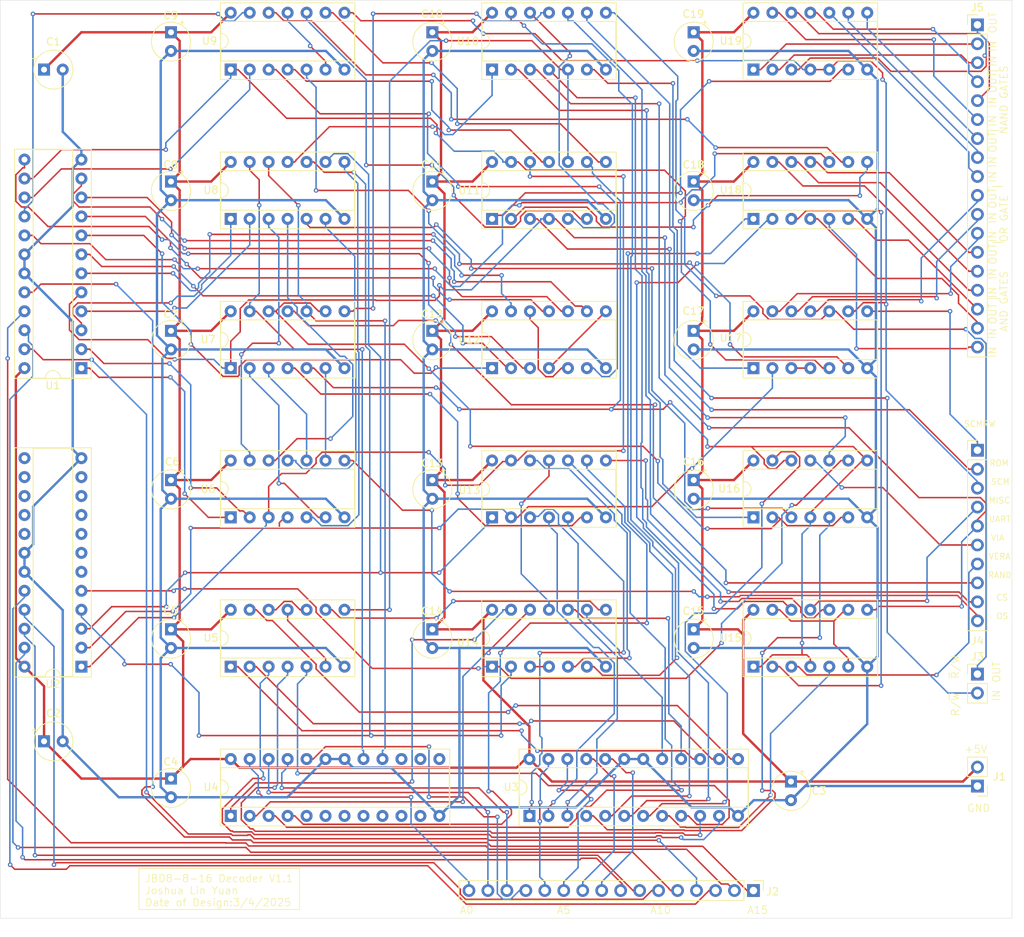
<source format=kicad_pcb>
(kicad_pcb (version 20241229) (generator "pcbnew") (generator_version "9.0")
  (title_block (title "JBD8-16 Decoder") (date "2024-12-14") (rev "0"))
  (layers (0 "F.Cu" signal) (2 "B.Cu" signal) (13 "F.Paste" user) (15 "B.Paste" user) (5 "F.SilkS" user "F.Silkscreen") (7 "B.SilkS" user "B.Silkscreen") (1 "F.Mask" user) (3 "B.Mask" user) (25 "Edge.Cuts" user))
  (net 0 "")
  (net 1 "GND")
  (net 2 "+5V")
  (net 3 "/A12")
  (net 4 "/A6")
  (net 5 "/A10")
  (net 6 "/A5")
  (net 7 "/A7")
  (net 8 "/A11")
  (net 9 "/A15")
  (net 10 "/A13")
  (net 11 "/A2")
  (net 12 "/A8")
  (net 13 "/A4")
  (net 14 "/A1")
  (net 15 "/A3")
  (net 16 "/A0")
  (net 17 "/A9")
  (net 18 "/A14")
  (net 19 "/R{slash}~{W}")
  (net 20 "/~{R}{slash}W")
  (net 21 "/VERA")
  (net 22 "/SCM")
  (net 23 "/RAND")
  (net 24 "/MISC")
  (net 25 "/VIA")
  (net 26 "/CS")
  (net 27 "/UART")
  (net 28 "/OS")
  (net 29 "/ROM")
  (net 30 "/SCMRW")
  (net 31 "/NAND I1")
  (net 32 "/3NAND O")
  (net 33 "/2NAND I2")
  (net 34 "/2AND I1")
  (net 35 "/OR O")
  (net 36 "/2AND O")
  (net 37 "/2NAND I1")
  (net 38 "/NAND I2")
  (net 39 "/2AND I2")
  (net 40 "/OR I2")
  (net 41 "/3NAND I2")
  (net 42 "/AND I2")
  (net 43 "/OR I1")
  (net 44 "/2NAND O")
  (net 45 "/NAND O")
  (net 46 "/3NAND I1")
  (net 47 "/AND O")
  (net 48 "/AND I1")
  (net 49 "/HH3")
  (net 50 "/HH8")
  (net 51 "/HH7")
  (net 52 "/HH0")
  (net 53 "/HH9")
  (net 54 "/HH2")
  (net 55 "/HH14")
  (net 56 "/HH15")
  (net 57 "/HH11")
  (net 58 "/HH1")
  (net 59 "/HH13")
  (net 60 "/HH10")
  (net 61 "/HH6")
  (net 62 "/HH4")
  (net 63 "/HH12")
  (net 64 "/HH5")
  (net 65 "/H0")
  (net 66 "/H10")
  (net 67 "/H15")
  (net 68 "/H8")
  (net 69 "/H11")
  (net 70 "/H9")
  (net 71 "/H2")
  (net 72 "/H3")
  (net 73 "/H12")
  (net 74 "/H14")
  (net 75 "/H4")
  (net 76 "/H7")
  (net 77 "/H13")
  (net 78 "/H1")
  (net 79 "/H6")
  (net 80 "/H5")
  (net 81 "/L15")
  (net 82 "/L3")
  (net 83 "/L10")
  (net 84 "/L4")
  (net 85 "/L9")
  (net 86 "/L6")
  (net 87 "/L2")
  (net 88 "/L1")
  (net 89 "/L5")
  (net 90 "/L14")
  (net 91 "/L0")
  (net 92 "/L13")
  (net 93 "/L12")
  (net 94 "/L8")
  (net 95 "/L7")
  (net 96 "/L11")
  (net 97 "/LL7")
  (net 98 "/LL10")
  (net 99 "/LL9")
  (net 100 "/LL5")
  (net 101 "/LL6")
  (net 102 "/LL8")
  (net 103 "/LL14")
  (net 104 "/LL15")
  (net 105 "/LL3")
  (net 106 "/LL0")
  (net 107 "/LL13")
  (net 108 "/LL4")
  (net 109 "/LL2")
  (net 110 "/LL12")
  (net 111 "/LL11")
  (net 112 "/LL1")
  (net 113 "/0 if xxxx-xxxx-(1000-1111)-xxxx")
  (net 114 "Net-(U5-Pad11)")
  (net 115 "Net-(U5-Pad10)")
  (net 116 "Net-(U14-Pad8)")
  (net 117 "/0 if (0000-0011)-xxxx-xxxx-xxxx ")
  (net 118 "Net-(U6-Pad11)")
  (net 119 "Net-(U6-Pad6)")
  (net 120 "Net-(U6-Pad13)")
  (net 121 "/0 if 0100-0100-(0000-0010)-xxxx")
  (net 122 "Net-(U6-Pad5)")
  (net 123 "/0 if 0100-(0000-0011)-xxxx-xxxx")
  (net 124 "Net-(U10-Pad11)")
  (net 125 "/0 if 0100-0100-xxxx-xxxx")
  (net 126 "/0 if 0100-0100-0011-xxxx")
  (net 127 "/0 if xxxx-xxxx-(0000-0010)-xxxx")
  (net 128 "/0 if 0100-0100-0011-(0000-1101)")
  (net 129 "Net-(U10-Pad1)")
  (net 130 "Net-(U9-Pad11)")
  (net 131 "/0 if 1100-0001-(0000-0111)-xxxx")
  (net 132 "/0 if 0100-(0101-1111)-xxxx-xxxx")
  (net 133 "Net-(U18-Pad9)")
  (net 134 "/0 if (0101-1011)-xxxx-xxxx-xxxx")
  (net 135 "/0 if 0100-0100-(1000-1111)-xxxx")
  (net 136 "/0 if 1100-0000-xxxx-xxxx")
  (net 137 "/0 if xxxx-(0101-1111)-xxxx-xxxx")
  (net 138 "Net-(U10-Pad2)")
  (net 139 "/0 if xxxx-xxxx-(0000-0111)-xxxx")
  (net 140 "Net-(U10-Pad13)")
  (net 141 "/1 if 0100-0100-0111-0000  >  0100-0100-0111-0011")
  (net 142 "/0 if (1100-1111)-xxxx-xxxx-xxxx")
  (net 143 "Net-(U11-Pad1)")
  (net 144 "Net-(U12-Pad12)")
  (net 145 "Net-(U12-Pad4)")
  (net 146 "Net-(U13-Pad11)")
  (net 147 "Net-(U13-Pad12)")
  (net 148 "/0 if xxxx-xxxx-xxxx-(0000-0011)")
  (net 149 "Net-(U14-Pad3)")
  (net 150 "Net-(U15-Pad2)")
  (net 151 "/0 if 0100-0100-0111-xxxx")
  (net 152 "Net-(U17-Pad3)")
  (footprint "Capacitor_THT:CP_Radial_Tantal_D5.0mm_P2.50mm" (layer "F.Cu") (at 57.04 45.455 -90)
    (property "Reference" "C9")
    (property "Value" "1uf-0.1uf")
  )
  (footprint "Package_DIP:DIP-14_W7.62mm_Socket" (layer "F.Cu") (at 135.04 130.455 90)
    (property "Reference" "U15")
    (property "Value" "74LS32")
  )
  (footprint "Package_DIP:DIP-14_W7.62mm_Socket" (layer "F.Cu") (at 135.04 70.455 90)
    (property "Reference" "U18")
    (property "Value" "74LS08")
  )
  (footprint "Capacitor_THT:CP_Radial_Tantal_D5.0mm_P2.50mm" (layer "F.Cu") (at 40.04 140.455)
    (property "Reference" "C2")
    (property "Value" "1uf-0.1uf")
  )
  (footprint "Capacitor_THT:CP_Radial_Tantal_D5.0mm_P2.50mm" (layer "F.Cu") (at 57.04 105.455 -90)
    (property "Reference" "C6")
    (property "Value" "1uf-0.1uf")
  )
  (footprint "Package_DIP:DIP-14_W7.62mm_Socket" (layer "F.Cu") (at 65.04 130.455 90)
    (property "Reference" "U5")
    (property "Value" "74LS11")
  )
  (footprint "Connector_PinHeader_2.54mm:PinHeader_1x02_P2.54mm_Vertical" (layer "F.Cu") (at 165.04 146.455 180)
    (property "Reference" "J1")
    (property "Value" "Conn_01x02_Pin")
  )
  (footprint "Capacitor_THT:CP_Radial_Tantal_D5.0mm_P2.50mm" (layer "F.Cu") (at 92.04 125.455 -90)
    (property "Reference" "C14")
    (property "Value" "1uf-0.1uf")
  )
  (footprint "Capacitor_THT:CP_Radial_Tantal_D5.0mm_P2.50mm" (layer "F.Cu") (at 57.04 85.455 -90)
    (property "Reference" "C7")
    (property "Value" "1uf-0.1uf")
  )
  (footprint "Package_DIP:DIP-14_W7.62mm_Socket" (layer "F.Cu") (at 135.04 110.455 90)
    (property "Reference" "U16")
    (property "Value" "74LS32")
  )
  (footprint "Package_DIP:DIP-24_W7.62mm_Socket" (layer "F.Cu") (at 105.04 150.455 90)
    (property "Reference" "U3")
    (property "Value" "74LS154")
  )
  (footprint "Package_DIP:DIP-14_W7.62mm_Socket" (layer "F.Cu") (at 100.04 90.455 90)
    (property "Reference" "U12")
    (property "Value" "74LS11")
  )
  (footprint "Package_DIP:DIP-14_W7.62mm_Socket" (layer "F.Cu") (at 65.04 110.455 90)
    (property "Reference" "U6")
    (property "Value" "74LS11")
  )
  (footprint "Capacitor_THT:CP_Radial_Tantal_D5.0mm_P2.50mm" (layer "F.Cu") (at 127.04 125.455 -90)
    (property "Reference" "C15")
    (property "Value" "1uf-0.1uf")
  )
  (footprint "Package_DIP:DIP-14_W7.62mm_Socket" (layer "F.Cu") (at 65.04 70.455 90)
    (property "Reference" "U8")
    (property "Value" "74LS08")
  )
  (footprint "Capacitor_THT:CP_Radial_Tantal_D5.0mm_P2.50mm" (layer "F.Cu") (at 127.04 85.455 -90)
    (property "Reference" "C17")
    (property "Value" "1uf-0.1uf")
  )
  (footprint "Capacitor_THT:CP_Radial_Tantal_D5.0mm_P2.50mm" (layer "F.Cu") (at 127.04 105.455 -90)
    (property "Reference" "C16")
    (property "Value" "1uf-0.1uf")
  )
  (footprint "Package_DIP:DIP-14_W7.62mm_Socket" (layer "F.Cu") (at 100.04 70.455 90)
    (property "Reference" "U11")
    (property "Value" "74LS32")
  )
  (footprint "Capacitor_THT:CP_Radial_Tantal_D5.0mm_P2.50mm" (layer "F.Cu") (at 57.04 145.455 -90)
    (property "Reference" "C4")
    (property "Value" "1uf-0.1uf")
  )
  (footprint "Capacitor_THT:CP_Radial_Tantal_D5.0mm_P2.50mm" (layer "F.Cu") (at 92.04 65.455 -90)
    (property "Reference" "C11")
    (property "Value" "1uf-0.1uf")
  )
  (footprint "Capacitor_THT:CP_Radial_Tantal_D5.0mm_P2.50mm" (layer "F.Cu") (at 92.04 85.455 -90)
    (property "Reference" "C12")
    (property "Value" "1uf-0.1uf")
  )
  (footprint "Capacitor_THT:CP_Radial_Tantal_D5.0mm_P2.50mm" (layer "F.Cu") (at 57.04 65.455 -90)
    (property "Reference" "C8")
    (property "Value" "1uf-0.1uf")
  )
  (footprint "Package_DIP:DIP-14_W7.62mm_Socket" (layer "F.Cu") (at 100.04 130.455 90)
    (property "Reference" "U14")
    (property "Value" "74LS08")
  )
  (footprint "Package_DIP:DIP-14_W7.62mm_Socket" (layer "F.Cu") (at 135.04 90.455 90)
    (property "Reference" "U17")
    (property "Value" "74LS32")
  )
  (footprint "Connector_PinHeader_2.54mm:PinHeader_1x16_P2.54mm_Vertical" (layer "F.Cu") (at 135.04 160.455 -90)
    (property "Reference" "J2")
    (property "Value" "Conn_01x16_Pin")
  )
  (footprint "Capacitor_THT:CP_Radial_Tantal_D5.0mm_P2.50mm" (layer "F.Cu") (at 140.065 145.8499 -90)
    (property "Reference" "C3")
    (property "Value" "1uf-0.1uf")
  )
  (footprint "Capacitor_THT:CP_Radial_Tantal_D5.0mm_P2.50mm" (layer "F.Cu") (at 40.04 50.455)
    (property "Reference" "C1")
    (property "Value" "1uf-0.1uf")
  )
  (footprint "Connector_PinHeader_2.54mm:PinHeader_1x18_P2.54mm_Vertical" (layer "F.Cu") (at 165.04 44.455)
    (property "Reference" "J5")
    (property "Value" "Conn_01x18_Pin")
  )
  (footprint "Capacitor_THT:CP_Radial_Tantal_D5.0mm_P2.50mm" (layer "F.Cu") (at 92.04 105.455 -90)
    (property "Reference" "C13")
    (property "Value" "1uf-0.1uf")
  )
  (footprint "Capacitor_THT:CP_Radial_Tantal_D5.0mm_P2.50mm" (layer "F.Cu") (at 127.04 45.455 -90)
    (property "Reference" "C19")
    (property "Value" "1uf-0.1uf")
  )
  (footprint "Capacitor_THT:CP_Radial_Tantal_D5.0mm_P2.50mm" (layer "F.Cu") (at 57.04 125.455 -90)
    (property "Reference" "C5")
    (property "Value" "1uf-0.1uf")
  )
  (footprint "Package_DIP:DIP-14_W7.62mm_Socket" (layer "F.Cu") (at 100.04 50.455 90)
    (property "Reference" "U10")
    (property "Value" "74LS04")
  )
  (footprint "Package_DIP:DIP-24_W7.62mm_Socket" (layer "F.Cu") (at 45.04 90.455 180)
    (property "Reference" "U1")
    (property "Value" "74LS154")
  )
  (footprint "Package_DIP:DIP-24_W7.62mm_Socket" (layer "F.Cu") (at 65.04 150.455 90)
    (property "Reference" "U4")
    (property "Value" "74LS154")
  )
  (footprint "Package_DIP:DIP-14_W7.62mm_Socket" (layer "F.Cu") (at 65.04 50.455 90)
    (property "Reference" "U9")
    (property "Value" "74LS11")
  )
  (footprint "Package_DIP:DIP-14_W7.62mm_Socket" (layer "F.Cu") (at 100.04 110.455 90)
    (property "Reference" "U13")
    (property "Value" "74LS11")
  )
  (footprint "Capacitor_THT:CP_Radial_Tantal_D5.0mm_P2.50mm" (layer "F.Cu") (at 92.04 45.455 -90)
    (property "Reference" "C10")
    (property "Value" "1uf-0.1uf")
  )
  (footprint "Connector_PinHeader_2.54mm:PinHeader_1x02_P2.54mm_Vertical" (layer "F.Cu") (at 165.04 131.455)
    (property "Reference" "J3")
    (property "Value" "Conn_01x02_Pin")
  )
  (footprint "Package_DIP:DIP-14_W7.62mm_Socket" (layer "F.Cu") (at 65.04 90.455 90)
    (property "Reference" "U7")
    (property "Value" "74LS32")
  )
  (footprint "Package_DIP:DIP-14_W7.62mm_Socket" (layer "F.Cu") (at 135.04 50.455 90)
    (property "Reference" "U19")
    (property "Value" "74LS00")
  )
  (footprint "Connector_PinHeader_2.54mm:PinHeader_1x10_P2.54mm_Vertical" (layer "F.Cu") (at 165.04 101.455)
    (property "Reference" "J4")
    (property "Value" "Conn_01x10_Pin")
  )
  (footprint "Package_DIP:DIP-24_W7.62mm_Socket" (layer "F.Cu") (at 45.04 130.455 180)
    (property "Reference" "U2")
    (property "Value" "74LS154")
  )
  (footprint "Capacitor_THT:CP_Radial_Tantal_D5.0mm_P2.50mm" (layer "F.Cu") (at 127.04 65.455 -90)
    (property "Reference" "C18")
    (property "Value" "1uf-0.1uf")
  )
  (gr_rect (start 34.165 41.155) (end 169.665 164.155) (stroke (width 0.05)) (fill no) (layer "Edge.Cuts"))
  (gr_text "RAND" (at 166.4 118.655 0) (layer "F.SilkS") (effects (font (size 0.8 0.8) (thickness 0.1)) (justify left bottom)))
  (gr_text "OUT" (at 167.665 69.155 90) (layer "F.SilkS") (effects (font (size 1 1) (thickness 0.1)) (justify left bottom)))
  (gr_text "IN" (at 167.665 48.155 90) (layer "F.SilkS") (effects (font (size 1 1) (thickness 0.1)) (justify left bottom)))
  (gr_text "OUT" (at 167.665 61.655 90) (layer "F.SilkS") (effects (font (size 1 1) (thickness 0.1)) (justify left bottom)))
  (gr_text "SCMRW" (at 163.2 98.4 0) (layer "F.SilkS") (effects (font (size 0.8 0.8) (thickness 0.1)) (justify left bottom)))
  (gr_text "VERA" (at 166.5 116.155 0) (layer "F.SilkS") (effects (font (size 0.8 0.8) (thickness 0.1)) (justify left bottom)))
  (gr_text "IN" (at 168.165 135.155 90) (layer "F.SilkS") (effects (font (size 1 1) (thickness 0.1)) (justify left bottom)))
  (gr_text "IN" (at 167.665 89.155 90) (layer "F.SilkS") (effects (font (size 1 1) (thickness 0.1)) (justify left bottom)))
  (gr_text "A5" (at 108.665 163.655 0) (layer "F.SilkS") (effects (font (size 1 1) (thickness 0.1)) (justify left bottom)))
  (gr_text "OUT" (at 167.665 53.655 90) (layer "F.SilkS") (effects (font (size 1 1) (thickness 0.1)) (justify left bottom)))
  (gr_text "IN" (at 167.665 73.655 90) (layer "F.SilkS") (effects (font (size 1 1) (thickness 0.1)) (justify left bottom)))
  (gr_text "|" (at 167.75 59.155 90) (layer "F.SilkS") (effects (font (size 1 1) (thickness 0.1)) (justify left bottom)))
  (gr_text "NAND GATES" (at 169.165 59.155 90) (layer "F.SilkS") (effects (font (size 1 1) (thickness 0.1)) (justify left bottom)))
  (gr_text "OUT" (at 168.165 132.655 90) (layer "F.SilkS") (effects (font (size 1 1) (thickness 0.1)) (justify left bottom)))
  (gr_text "IN" (at 167.665 55.655 90) (layer "F.SilkS") (effects (font (size 1 1) (thickness 0.1)) (justify left bottom)))
  (gr_text "IN" (at 167.665 86.655 90) (layer "F.SilkS") (effects (font (size 1 1) (thickness 0.1)) (justify left bottom)))
  (gr_text "OR GATE" (at 169.165 73.655 90) (layer "F.SilkS") (effects (font (size 1 1) (thickness 0.1)) (justify left bottom)))
  (gr_text "~{R}/W" (at 162.665 132.155 90) (layer "F.SilkS") (effects (font (size 1 1) (thickness 0.1)) (justify left bottom)))
  (gr_text "OS" (at 167.5 124.155 0) (layer "F.SilkS") (effects (font (size 0.8 0.8) (thickness 0.1)) (justify left bottom)))
  (gr_text "OUT" (at 167.665 76.655 90) (layer "F.SilkS") (effects (font (size 1 1) (thickness 0.1)) (justify left bottom)))
  (gr_text "IN" (at 167.665 71.155 90) (layer "F.SilkS") (effects (font (size 1 1) (thickness 0.1)) (justify left bottom)))
  (gr_text "IN" (at 167.665 58.155 90) (layer "F.SilkS") (effects (font (size 1 1) (thickness 0.1)) (justify left bottom)))
  (gr_text "AND GATES" (at 169.165 85.655 90) (layer "F.SilkS") (effects (font (size 1 1) (thickness 0.1)) (justify left bottom)))
  (gr_text "UART" (at 166.5 111.155 0) (layer "F.SilkS") (effects (font (size 0.8 0.8) (thickness 0.1)) (justify left bottom)))
  (gr_text "SCM" (at 166.8 106.155 0) (layer "F.SilkS") (effects (font (size 0.8 0.8) (thickness 0.1)) (justify left bottom)))
  (gr_text "|" (at 168.25 74.155 90) (layer "F.SilkS") (effects (font (size 1 1) (thickness 0.1)) (justify left bottom)))
  (gr_text "IN" (at 167.665 50.155 90) (layer "F.SilkS") (effects (font (size 1 1) (thickness 0.1)) (justify left bottom)))
  (gr_text "IN" (at 167.665 81.155 90) (layer "F.SilkS") (effects (font (size 1 1) (thickness 0.1)) (justify left bottom)))
  (gr_text "R/~{W}" (at 162.665 137.155 90) (layer "F.SilkS") (effects (font (size 1 1) (thickness 0.1)) (justify left bottom)))
  (gr_text "IN" (at 167.665 78.655 90) (layer "F.SilkS") (effects (font (size 1 1) (thickness 0.1)) (justify left bottom)))
  (gr_text "A0" (at 95.665 163.655 0) (layer "F.SilkS") (effects (font (size 1 1) (thickness 0.1)) (justify left bottom)))
  (gr_text "A15" (at 134.165 163.655 0) (layer "F.SilkS") (effects (font (size 1 1) (thickness 0.1)) (justify left bottom)))
  (gr_text "A10" (at 121.165 163.655 0) (layer "F.SilkS") (effects (font (size 1 1) (thickness 0.1)) (justify left bottom)))
  (gr_text "ROM" (at 166.6 103.655 0) (layer "F.SilkS") (effects (font (size 0.8 0.8) (thickness 0.1)) (justify left bottom)))
  (gr_text "IN" (at 167.665 63.655 90) (layer "F.SilkS") (effects (font (size 1 1) (thickness 0.1)) (justify left bottom)))
  (gr_text "IN" (at 167.665 65.655 90) (layer "F.SilkS") (effects (font (size 1 1) (thickness 0.1)) (justify left bottom)))
  (gr_text "OUT" (at 167.665 84.655 90) (layer "F.SilkS") (effects (font (size 1 1) (thickness 0.1)) (justify left bottom)))
  (gr_text "GND" (at 163.6 150 0) (layer "F.SilkS") (effects (font (size 1 1) (thickness 0.1)) (justify left bottom)))
  (gr_text "OUT" (at 167.665 45.655 90) (layer "F.SilkS") (effects (font (size 1 1) (thickness 0.1)) (justify left bottom)))
  (gr_text "+5V" (at 163.24 142.105 0) (layer "F.SilkS") (effects (font (size 1 1) (thickness 0.1)) (justify left bottom)))
  (gr_text "VIA" (at 166.8 113.655 0) (layer "F.SilkS") (effects (font (size 0.8 0.8) (thickness 0.1)) (justify left bottom)))
  (gr_text "|" (at 167.75 81.655 90) (layer "F.SilkS") (effects (font (size 1 1) (thickness 0.1)) (justify left bottom)))
  (gr_text "MISC" (at 166.5 108.655 0) (layer "F.SilkS") (effects (font (size 0.8 0.8) (thickness 0.1)) (justify left bottom)))
  (gr_text "|" (at 168.25 66.655 90) (layer "F.SilkS") (effects (font (size 1 1) (thickness 0.1)) (justify left bottom)))
  (gr_text "|" (at 167.75 51.155 90) (layer "F.SilkS") (effects (font (size 1 1) (thickness 0.1)) (justify left bottom)))
  (gr_text "CS" (at 167.5 121.655 0) (layer "F.SilkS") (effects (font (size 0.8 0.8) (thickness 0.1)) (justify left bottom)))
  (gr_text_box "JBD8-8-16 Decoder V1.1\nJoshua Lin Yuan\nDate of Design:3/4/2025" (start 52.75 157.5) (end 74.25 163) (margins 0.8 0.8 0.8 0.8) (layer "F.SilkS") (effects (font (size 1 1) (thickness 0.1)) (justify left top)) (border yes) (stroke (width 0.1)))
  (segment (start 94.1395 149.2955) (end 95.665 147.77) (width 0.319) (layer "B.Cu") (net 1))
  (segment (start 57.04 127.955) (end 55.665 129.33) (width 0.319) (layer "B.Cu") (net 1))
  (segment (start 151.439 109.295) (end 151.439 91.615) (width 0.319) (layer "B.Cu") (net 1))
  (segment (start 43.8805 63.675) (end 45.04 62.515) (width 0.319) (layer "B.Cu") (net 1))
  (segment (start 112.78 127.955) (end 95.665 127.955) (width 0.319) (layer "B.Cu") (net 1))
  (segment (start 120.28 142.835) (end 126.741 149.2955) (width 0.319) (layer "B.Cu") (net 1))
  (segment (start 37.42 117.755) (end 42.54 122.875) (width 0.319) (layer "B.Cu") (net 1))
  (segment (start 55.665 49.33) (end 55.665 66.58) (width 0.319) (layer "B.Cu") (net 1))
  (segment (start 150.28 50.455) (end 147.78 47.955) (width 0.319) (layer "B.Cu") (net 1))
  (segment (start 50.04 147.955) (end 42.54 140.455) (width 0.319) (layer "B.Cu") (net 1))
  (segment (start 77.74 142.835) (end 80.28 142.835) (width 0.319) (layer "B.Cu") (net 1))
  (segment (start 147.78 87.955) (end 127.04 87.955) (width 0.319) (layer "B.Cu") (net 1))
  (segment (start 90.8805 49.115) (end 92.04 47.955) (width 0.319) (layer "B.Cu") (net 1))
  (segment (start 150.28 110.455) (end 151.439 109.295) (width 0.319) (layer "B.Cu") (net 1))
  (segment (start 77.78 107.955) (end 57.04 107.955) (width 0.319) (layer "B.Cu") (net 1))
  (segment (start 57.04 147.955) (end 50.04 147.955) (width 0.319) (layer "B.Cu") (net 1))
  (segment (start 151.439 89.295) (end 151.439 71.615) (width 0.319) (layer "B.Cu") (net 1))
  (segment (start 117.74 142.835) (end 120.28 142.835) (width 0.319) (layer "B.Cu") (net 1))
  (segment (start 90.8805 69.115) (end 92.04 67.955) (width 0.319) (layer "B.Cu") (net 1))
  (segment (start 55.665 146.58) (end 57.04 147.955) (width 0.319) (layer "B.Cu") (net 1))
  (segment (start 42.54 122.875) (end 42.54 140.455) (width 0.319) (layer "B.Cu") (net 1))
  (segment (start 112.78 87.955) (end 92.04 87.955) (width 0.319) (layer "B.Cu") (net 1))
  (segment (start 151.665 69.07) (end 151.665 51.84) (width 0.319) (layer "B.Cu") (net 1))
  (segment (start 126.741 149.2955) (end 131.821 149.2955) (width 0.319) (layer "B.Cu") (net 1))
  (segment (start 57.04 87.955) (end 55.8805 89.115) (width 0.319) (layer "B.Cu") (net 1))
  (segment (start 37.42 77.755) (end 37.42 75.215) (width 0.319) (layer "B.Cu") (net 1))
  (segment (start 77.78 47.955) (end 57.04 47.955) (width 0.319) (layer "B.Cu") (net 1))
  (segment (start 37.42 117.755) (end 37.42 115.215) (width 0.319) (layer "B.Cu") (net 1))
  (segment (start 77.78 127.955) (end 57.04 127.955) (width 0.319) (layer "B.Cu") (net 1))
  (segment (start 90.8805 89.115) (end 92.04 87.955) (width 0.319) (layer "B.Cu") (net 1))
  (segment (start 95.665 127.955) (end 92.04 127.955) (width 0.319) (layer "B.Cu") (net 1))
  (segment (start 55.8805 89.115) (end 55.8805 106.795) (width 0.319) (layer "B.Cu") (net 1))
  (segment (start 135.085 148.3499) (end 132.98 150.455) (width 0.319) (layer "B.Cu") (net 1))
  (segment (start 151.439 91.615) (end 150.28 90.455) (width 0.319) (layer "B.Cu") (net 1))
  (segment (start 115.28 130.455) (end 112.78 127.955) (width 0.319) (layer "B.Cu") (net 1))
  (segment (start 147.78 47.955) (end 127.04 47.955) (width 0.319) (layer "B.Cu") (net 1))
  (segment (start 80.28 70.455) (end 77.78 67.955) (width 0.319) (layer "B.Cu") (net 1))
  (segment (start 90.8805 126.7955) (end 90.8805 109.115) (width 0.319) (layer "B.Cu") (net 1))
  (segment (start 81.4395 143.9945) (end 86.5195 143.9945) (width 0.319) (layer "B.Cu") (net 1))
  (segment (start 72.62 147.955) (end 77.74 142.835) (width 0.319) (layer "B.Cu") (net 1))
  (segment (start 57.04 47.955) (end 55.665 49.33) (width 0.319) (layer "B.Cu") (net 1))
  (segment (start 38.5795 114.0555) (end 37.42 115.215) (width 0.319) (layer "B.Cu") (net 1))
  (segment (start 111.279 149.2955) (end 117.74 142.835) (width 0.319) (layer "B.Cu") (net 1))
  (segment (start 150.28 130.455) (end 151.665 129.07) (width 0.319) (layer "B.Cu") (net 1))
  (segment (start 90.8805 66.795) (end 90.8805 49.115) (width 0.319) (layer "B.Cu") (net 1))
  (segment (start 45.04 102.515) (end 38.5795 108.975) (width 0.319) (layer "B.Cu") (net 1))
  (segment (start 92.98 150.455) (end 94.1395 149.2955) (width 0.319) (layer "B.Cu") (net 1))
  (segment (start 150.28 110.455) (end 147.78 107.955) (width 0.319) (layer "B.Cu") (net 1))
  (segment (start 165.04 146.455) (end 141.96 146.455) (width 0.319) (layer "B.Cu") (net 1))
  (segment (start 80.28 90.455) (end 77.78 87.955) (width 0.319) (layer "B.Cu") (net 1))
  (segment (start 150.28 138.1349) (end 150.28 130.455) (width 0.319) (layer "B.Cu") (net 1))
  (segment (start 115.28 50.455) (end 112.78 47.955) (width 0.319) (layer "B.Cu") (net 1))
  (segment (start 92.04 127.955) (end 90.8805 126.7955) (width 0.319) (layer "B.Cu") (net 1))
  (segment (start 112.78 67.955) (end 92.04 67.955) (width 0.319) (layer "B.Cu") (net 1))
  (segment (start 55.665 129.33) (end 55.665 146.58) (width 0.319) (layer "B.Cu") (net 1))
  (segment (start 151.665 129.07) (end 151.665 111.84) (width 0.319) (layer "B.Cu") (net 1))
  (segment (start 115.28 70.455) (end 112.78 67.955) (width 0.319) (layer "B.Cu") (net 1))
  (segment (start 94.1395 149.2955) (end 111.279 149.2955) (width 0.319) (layer "B.Cu") (net 1))
  (segment (start 55.665 109.33) (end 55.665 126.58) (width 0.319) (layer "B.Cu") (net 1))
  (segment (start 147.78 127.955) (end 127.04 127.955) (width 0.319) (layer "B.Cu") (net 1))
  (segment (start 45.04 61.28) (end 42.54 58.78) (width 0.319) (layer "B.Cu") (net 1))
  (segment (start 150.28 70.455) (end 151.665 69.07) (width 0.319) (layer "B.Cu") (net 1))
  (segment (start 80.28 130.455) (end 77.78 127.955) (width 0.319) (layer "B.Cu") (net 1))
  (segment (start 57.04 107.955) (end 55.665 109.33) (width 0.319) (layer "B.Cu") (net 1))
  (segment (start 43.8805 84.215) (end 37.42 77.755) (width 0.319) (layer "B.Cu") (net 1))
  (segment (start 150.28 90.455) (end 151.439 89.295) (width 0.319) (layer "B.Cu") (net 1))
  (segment (start 80.28 110.455) (end 77.78 107.955) (width 0.319) (layer "B.Cu") (net 1))
  (segment (start 45.04 62.515) (end 45.04 61.28) (width 0.319) (layer "B.Cu") (net 1))
  (segment (start 112.78 107.955) (end 92.04 107.955) (width 0.319) (layer "B.Cu") (net 1))
  (segment (start 45.04 102.515) (end 43.8805 101.355) (width 0.319) (layer "B.Cu") (net 1))
  (segment (start 37.42 75.215) (end 43.8805 68.755) (width 0.319) (layer "B.Cu") (net 1))
  (segment (start 131.821 149.2955) (end 132.98 150.455) (width 0.319) (layer "B.Cu") (net 1))
  (segment (start 147.78 107.955) (end 127.04 107.955) (width 0.319) (layer "B.Cu") (net 1))
  (segment (start 80.28 142.835) (end 81.4395 143.9945) (width 0.319) (layer "B.Cu") (net 1))
  (segment (start 57.04 147.955) (end 72.62 147.955) (width 0.319) (layer "B.Cu") (net 1))
  (segment (start 43.8805 101.355) (end 43.8805 84.215) (width 0.319) (layer "B.Cu") (net 1))
  (segment (start 151.439 71.615) (end 150.28 70.455) (width 0.319) (layer "B.Cu") (net 1))
  (segment (start 92.04 87.955) (end 90.8805 86.795) (width 0.319) (layer "B.Cu") (net 1))
  (segment (start 80.28 50.455) (end 77.78 47.955) (width 0.319) (layer "B.Cu") (net 1))
  (segment (start 43.8805 68.755) (end 43.8805 63.675) (width 0.319) (layer "B.Cu") (net 1))
  (segment (start 150.28 130.455) (end 147.78 127.955) (width 0.319) (layer "B.Cu") (net 1))
  (segment (start 112.78 47.955) (end 92.04 47.955) (width 0.319) (layer "B.Cu") (net 1))
  (segment (start 38.5795 108.975) (end 38.5795 114.0555) (width 0.319) (layer "B.Cu") (net 1))
  (segment (start 150.28 90.455) (end 147.78 87.955) (width 0.319) (layer "B.Cu") (net 1))
  (segment (start 115.28 90.455) (end 112.78 87.955) (width 0.319) (layer "B.Cu") (net 1))
  (segment (start 92.04 107.955) (end 90.8805 106.795) (width 0.319) (layer "B.Cu") (net 1))
  (segment (start 147.78 67.955) (end 127.04 67.955) (width 0.319) (layer "B.Cu") (net 1))
  (segment (start 90.8805 109.115) (end 92.04 107.955) (width 0.319) (layer "B.Cu") (net 1))
  (segment (start 57.04 67.955) (end 55.165 69.83) (width 0.319) (layer "B.Cu") (net 1))
  (segment (start 86.5195 143.9945) (end 92.98 150.455) (width 0.319) (layer "B.Cu") (net 1))
  (segment (start 150.28 70.455) (end 147.78 67.955) (width 0.319) (layer "B.Cu") (net 1))
  (segment (start 55.665 126.58) (end 57.04 127.955) (width 0.319) (layer "B.Cu") (net 1))
  (segment (start 141.96 146.455) (end 140.065 148.3499) (width 0.319) (layer "B.Cu") (net 1))
  (segment (start 95.665 147.77) (end 95.665 127.955) (width 0.319) (layer "B.Cu") (net 1))
  (segment (start 92.04 67.955) (end 90.8805 66.795) (width 0.319) (layer "B.Cu") (net 1))
  (segment (start 77.78 67.955) (end 57.04 67.955) (width 0.319) (layer "B.Cu") (net 1))
  (segment (start 140.065 148.3499) (end 135.085 148.3499) (width 0.319) (layer "B.Cu") (net 1))
  (segment (start 115.28 110.455) (end 112.78 107.955) (width 0.319) (layer "B.Cu") (net 1))
  (segment (start 55.165 86.08) (end 57.04 87.955) (width 0.319) (layer "B.Cu") (net 1))
  (segment (start 151.665 51.84) (end 150.28 50.455) (width 0.319) (layer "B.Cu") (net 1))
  (segment (start 140.065 148.3499) (end 150.28 138.1349) (width 0.319) (layer "B.Cu") (net 1))
  (segment (start 42.54 58.78) (end 42.54 50.455) (width 0.319) (layer "B.Cu") (net 1))
  (segment (start 90.8805 86.795) (end 90.8805 69.115) (width 0.319) (layer "B.Cu") (net 1))
  (segment (start 55.165 69.83) (end 55.165 86.08) (width 0.319) (layer "B.Cu") (net 1))
  (segment (start 55.665 66.58) (end 57.04 67.955) (width 0.319) (layer "B.Cu") (net 1))
  (segment (start 92.98 150.455) (end 94.1395 149.2955) (width 0.319) (layer "B.Cu") (net 1))
  (segment (start 151.665 111.84) (end 150.28 110.455) (width 0.319) (layer "B.Cu") (net 1))
  (segment (start 55.8805 106.795) (end 57.04 107.955) (width 0.319) (layer "B.Cu") (net 1))
  (segment (start 90.8805 106.795) (end 90.8805 89.115) (width 0.319) (layer "B.Cu") (net 1))
  (segment (start 77.78 87.955) (end 57.04 87.955) (width 0.319) (layer "B.Cu") (net 1))
  (segment (start 62.42 105.455) (end 65.04 102.835) (width 0.319) (layer "F.Cu") (net 2))
  (segment (start 40.04 140.455) (end 40.04 133.075) (width 0.319) (layer "F.Cu") (net 2))
  (segment (start 58.1995 84.295) (end 58.1995 66.615) (width 0.319) (layer "F.Cu") (net 2))
  (segment (start 165.04 143.915) (end 163.105 145.8499) (width 0.319) (layer "F.Cu") (net 2))
  (segment (start 62.42 65.455) (end 65.04 62.835) (width 0.319) (layer "F.Cu") (net 2))
  (segment (start 108.055 145.8499) (end 105.04 142.835) (width 0.319) (layer "F.Cu") (net 2))
  (segment (start 58.1995 104.295) (end 58.1995 86.615) (width 0.319) (layer "F.Cu") (net 2))
  (segment (start 58.665 143.83) (end 57.04 145.455) (width 0.319) (layer "F.Cu") (net 2))
  (segment (start 92.04 65.455) (end 93.1995 64.295) (width 0.319) (layer "F.Cu") (net 2))
  (segment (start 127.04 85.455) (end 128.165 84.33) (width 0.319) (layer "F.Cu") (net 2))
  (segment (start 92.04 65.455) (end 97.42 65.455) (width 0.319) (layer "F.Cu") (net 2))
  (segment (start 65.04 142.835) (end 59.66 142.835) (width 0.319) (layer "F.Cu") (net 2))
  (segment (start 45.04 45.455) (end 40.04 50.455) (width 0.319) (layer "F.Cu") (net 2))
  (segment (start 62.42 85.455) (end 65.04 82.835) (width 0.319) (layer "F.Cu") (net 2))
  (segment (start 128.199 104.295) (end 128.199 86.615) (width 0.319) (layer "F.Cu") (net 2))
  (segment (start 57.04 85.455) (end 62.42 85.455) (width 0.319) (layer "F.Cu") (net 2))
  (segment (start 58.1995 46.615) (end 57.04 45.455) (width 0.319) (layer "F.Cu") (net 2))
  (segment (start 37.42 130.455) (end 36.2605 129.2955) (width 0.319) (layer "F.Cu") (net 2))
  (segment (start 97.42 85.455) (end 100.04 82.835) (width 0.319) (layer "F.Cu") (net 2))
  (segment (start 66.1995 143.9945) (end 65.04 142.835) (width 0.319) (layer "F.Cu") (net 2))
  (segment (start 97.42 65.455) (end 100.04 62.835) (width 0.319) (layer "F.Cu") (net 2))
  (segment (start 57.04 65.455) (end 58.1995 64.295) (width 0.319) (layer "F.Cu") (net 2))
  (segment (start 92.04 125.455) (end 93.665 123.83) (width 0.319) (layer "F.Cu") (net 2))
  (segment (start 57.04 125.455) (end 58.1995 124.2955) (width 0.319) (layer "F.Cu") (net 2))
  (segment (start 92.04 85.455) (end 93.665 83.83) (width 0.319) (layer "F.Cu") (net 2))
  (segment (start 93.665 83.83) (end 93.665 67.08) (width 0.319) (layer "F.Cu") (net 2))
  (segment (start 128.199 46.615) (end 127.04 45.455) (width 0.319) (layer "F.Cu") (net 2))
  (segment (start 105.04 142.835) (end 104.485 142.835) (width 0.319) (layer "F.Cu") (net 2))
  (segment (start 92.04 125.455) (end 97.42 125.455) (width 0.319) (layer "F.Cu") (net 2))
  (segment (start 57.04 65.455) (end 62.42 65.455) (width 0.319) (layer "F.Cu") (net 2))
  (segment (start 133.665 126.155) (end 133.665 124.155) (width 0.319) (layer "F.Cu") (net 2))
  (segment (start 132.965 125.455) (end 133.665 126.155) (width 0.319) (layer "F.Cu") (net 2))
  (segment (start 92.04 105.455) (end 93.1995 104.295) (width 0.319) (layer "F.Cu") (net 2))
  (segment (start 103.3255 143.9945) (end 66.1995 143.9945) (width 0.319) (layer "F.Cu") (net 2))
  (segment (start 128.199 83.621) (end 128.199 66.615) (width 0.319) (layer "F.Cu") (net 2))
  (segment (start 133.665 139.4499) (end 133.665 126.155) (width 0.319) (layer "F.Cu") (net 2))
  (segment (start 57.04 105.455) (end 58.1995 104.295) (width 0.319) (layer "F.Cu") (net 2))
  (segment (start 128.165 83.655) (end 128.199 83.621) (width 0.319) (layer "F.Cu") (net 2))
  (segment (start 104.485 142.835) (end 103.3255 143.9945) (width 0.319) (layer "F.Cu") (net 2))
  (segment (start 57.04 85.455) (end 58.1995 84.295) (width 0.319) (layer "F.Cu") (net 2))
  (segment (start 105.04 142.835) (end 105.04 138.455) (width 0.319) (layer "F.Cu") (net 2))
  (segment (start 105.04 138.455) (end 98.8805 132.2955) (width 0.319) (layer "F.Cu") (net 2))
  (segment (start 133.72 124.155) (end 135.04 122.835) (width 0.319) (layer "F.Cu") (net 2))
  (segment (start 93.665 107.08) (end 92.04 105.455) (width 0.319) (layer "F.Cu") (net 2))
  (segment (start 92.04 105.455) (end 97.42 105.455) (width 0.319) (layer "F.Cu") (net 2))
  (segment (start 127.04 105.455) (end 128.199 104.295) (width 0.319) (layer "F.Cu") (net 2))
  (segment (start 92.04 45.455) (end 97.42 45.455) (width 0.319) (layer "F.Cu") (net 2))
  (segment (start 127.04 65.455) (end 128.199 64.295) (width 0.319) (layer "F.Cu") (net 2))
  (segment (start 98.8805 123.9945) (end 100.04 122.835) (width 0.319) (layer "F.Cu") (net 2))
  (segment (start 58.665 127.08) (end 57.04 125.455) (width 0.319) (layer "F.Cu") (net 2))
  (segment (start 57.04 145.455) (end 45.04 145.455) (width 0.319) (layer "F.Cu") (net 2))
  (segment (start 128.199 106.615) (end 127.04 105.455) (width 0.319) (layer "F.Cu") (net 2))
  (segment (start 93.1995 86.615) (end 92.04 85.455) (width 0.319) (layer "F.Cu") (net 2))
  (segment (start 132.42 65.455) (end 135.04 62.835) (width 0.319) (layer "F.Cu") (net 2))
  (segment (start 140.065 145.8499) (end 108.055 145.8499) (width 0.319) (layer "F.Cu") (net 2))
  (segment (start 97.42 105.455) (end 100.04 102.835) (width 0.319) (layer "F.Cu") (net 2))
  (segment (start 97.42 45.455) (end 100.04 42.835) (width 0.319) (layer "F.Cu") (net 2))
  (segment (start 128.199 86.615) (end 127.04 85.455) (width 0.319) (layer "F.Cu") (net 2))
  (segment (start 58.1995 66.615) (end 57.04 65.455) (width 0.319) (layer "F.Cu") (net 2))
  (segment (start 97.42 125.455) (end 98.8805 123.9945) (width 0.319) (layer "F.Cu") (net 2))
  (segment (start 57.04 105.455) (end 62.42 105.455) (width 0.319) (layer "F.Cu") (net 2))
  (segment (start 140.065 145.8499) (end 133.665 139.4499) (width 0.319) (layer "F.Cu") (net 2))
  (segment (start 59.66 142.835) (end 58.665 143.83) (width 0.319) (layer "F.Cu") (net 2))
  (segment (start 92.04 85.455) (end 97.42 85.455) (width 0.319) (layer "F.Cu") (net 2))
  (segment (start 128.199 66.615) (end 127.04 65.455) (width 0.319) (layer "F.Cu") (net 2))
  (segment (start 127.04 125.455) (end 132.965 125.455) (width 0.319) (layer "F.Cu") (net 2))
  (segment (start 98.8805 123.9945) (end 100.04 122.835) (width 0.319) (layer "F.Cu") (net 2))
  (segment (start 133.665 124.155) (end 133.72 124.155) (width 0.319) (layer "F.Cu") (net 2))
  (segment (start 93.1995 46.615) (end 92.04 45.455) (width 0.319) (layer "F.Cu") (net 2))
  (segment (start 128.199 64.295) (end 128.199 46.615) (width 0.319) (layer "F.Cu") (net 2))
  (segment (start 93.1995 64.295) (end 93.1995 46.615) (width 0.319) (layer "F.Cu") (net 2))
  (segment (start 132.42 105.455) (end 135.04 102.835) (width 0.319) (layer "F.Cu") (net 2))
  (segment (start 58.665 143.83) (end 58.665 127.08) (width 0.319) (layer "F.Cu") (net 2))
  (segment (start 93.1995 104.295) (end 93.1995 86.615) (width 0.319) (layer "F.Cu") (net 2))
  (segment (start 36.2605 91.615) (end 37.42 90.455) (width 0.319) (layer "F.Cu") (net 2))
  (segment (start 128.165 84.33) (end 128.165 83.655) (width 0.319) (layer "F.Cu") (net 2))
  (segment (start 127.04 45.455) (end 132.42 45.455) (width 0.319) (layer "F.Cu") (net 2))
  (segment (start 36.2605 129.2955) (end 36.2605 91.615) (width 0.319) (layer "F.Cu") (net 2))
  (segment (start 93.665 123.83) (end 93.665 107.08) (width 0.319) (layer "F.Cu") (net 2))
  (segment (start 128.199 124.2955) (end 128.199 106.615) (width 0.319) (layer "F.Cu") (net 2))
  (segment (start 58.1995 124.2955) (end 58.1995 106.615) (width 0.319) (layer "F.Cu") (net 2))
  (segment (start 132.42 85.455) (end 135.04 82.835) (width 0.319) (layer "F.Cu") (net 2))
  (segment (start 98.8805 132.2955) (end 98.8805 123.9945) (width 0.319) (layer "F.Cu") (net 2))
  (segment (start 127.04 85.455) (end 132.42 85.455) (width 0.319) (layer "F.Cu") (net 2))
  (segment (start 163.105 145.8499) (end 140.065 145.8499) (width 0.319) (layer "F.Cu") (net 2))
  (segment (start 62.42 45.455) (end 65.04 42.835) (width 0.319) (layer "F.Cu") (net 2))
  (segment (start 57.04 45.455) (end 62.42 45.455) (width 0.319) (layer "F.Cu") (net 2))
  (segment (start 127.04 65.455) (end 132.42 65.455) (width 0.319) (layer "F.Cu") (net 2))
  (segment (start 62.42 125.455) (end 65.04 122.835) (width 0.319) (layer "F.Cu") (net 2))
  (segment (start 40.04 133.075) (end 37.42 130.455) (width 0.319) (layer "F.Cu") (net 2))
  (segment (start 57.04 125.455) (end 62.42 125.455) (width 0.319) (layer "F.Cu") (net 2))
  (segment (start 58.1995 86.615) (end 57.04 85.455) (width 0.319) (layer "F.Cu") (net 2))
  (segment (start 45.04 145.455) (end 40.04 140.455) (width 0.319) (layer "F.Cu") (net 2))
  (segment (start 132.42 45.455) (end 135.04 42.835) (width 0.319) (layer "F.Cu") (net 2))
  (segment (start 58.1995 64.295) (end 58.1995 46.615) (width 0.319) (layer "F.Cu") (net 2))
  (segment (start 127.04 105.455) (end 132.42 105.455) (width 0.319) (layer "F.Cu") (net 2))
  (segment (start 127.04 125.455) (end 128.199 124.2955) (width 0.319) (layer "F.Cu") (net 2))
  (segment (start 57.04 45.455) (end 45.04 45.455) (width 0.319) (layer "F.Cu") (net 2))
  (segment (start 93.665 67.08) (end 92.04 65.455) (width 0.319) (layer "F.Cu") (net 2))
  (segment (start 57.04 145.455) (end 58.665 143.83) (width 0.319) (layer "F.Cu") (net 2))
  (segment (start 58.1995 106.615) (end 57.04 105.455) (width 0.319) (layer "F.Cu") (net 2))
  (segment (start 99.4549 153.5158) (end 68.1934 153.5158) (width 0.2) (layer "F.Cu") (net 3))
  (segment (start 67.6739 152.9963) (end 67.3413 152.9963) (width 0.2) (layer "F.Cu") (net 3))
  (segment (start 59.3493 152.8786) (end 53.7604 147.2897) (width 0.2) (layer "F.Cu") (net 3))
  (segment (start 68.1934 153.5158) (end 67.6739 152.9963) (width 0.2) (layer "F.Cu") (net 3))
  (segment (start 46.4197 89.3265) (end 39.9332 89.3265) (width 0.2) (layer "F.Cu") (net 3))
  (segment (start 37.42 87.915) (end 38.5217 87.915) (width 0.2) (layer "F.Cu") (net 3))
  (segment (start 67.2707 153.0669) (end 65.2908 153.0669) (width 0.2) (layer "F.Cu") (net 3))
  (segment (start 39.9332 89.3265) (end 38.5217 87.915) (width 0.2) (layer "F.Cu") (net 3))
  (segment (start 65.1025 152.8786) (end 59.3493 152.8786) (width 0.2) (layer "F.Cu") (net 3))
  (segment (start 99.6559 153.7168) (end 99.4549 153.5158) (width 0.2) (layer "F.Cu") (net 3))
  (segment (start 122.3673 153.7168) (end 99.6559 153.7168) (width 0.2) (layer "F.Cu") (net 3))
  (segment (start 65.2908 153.0669) (end 65.1025 152.8786) (width 0.2) (layer "F.Cu") (net 3))
  (segment (start 67.3413 152.9963) (end 67.2707 153.0669) (width 0.2) (layer "F.Cu") (net 3))
  (via (at 122.3673 153.7168) (size 0.6) (drill 0.3) (layers "F.Cu" "B.Cu") (net 3))
  (via (at 46.4197 89.3265) (size 0.6) (drill 0.3) (layers "F.Cu" "B.Cu") (net 3))
  (via (at 53.7604 147.2897) (size 0.6) (drill 0.3) (layers "F.Cu" "B.Cu") (net 3))
  (segment (start 46.4197 89.3265) (end 53.7604 96.6672) (width 0.2) (layer "B.Cu") (net 3))
  (segment (start 127.42 158.7695) (end 122.3673 153.7168) (width 0.2) (layer "B.Cu") (net 3))
  (segment (start 127.42 160.455) (end 127.42 158.7695) (width 0.2) (layer "B.Cu") (net 3))
  (segment (start 53.7604 96.6672) (end 53.7604 147.2897) (width 0.2) (layer "B.Cu") (net 3))
  (segment (start 115.9302 145.1412) (end 116.3836 145.1412) (width 0.2) (layer "F.Cu") (net 4))
  (segment (start 113.624 142.835) (end 115.9302 145.1412) (width 0.2) (layer "F.Cu") (net 4))
  (segment (start 112.66 142.835) (end 113.624 142.835) (width 0.2) (layer "F.Cu") (net 4))
  (via (at 116.3836 145.1412) (size 0.6) (drill 0.3) (layers "F.Cu" "B.Cu") (net 4))
  (segment (start 112.18 160.455) (end 112.18 159.3033) (width 0.2) (layer "B.Cu") (net 4))
  (segment (start 116.3836 155.0997) (end 116.3836 145.1412) (width 0.2) (layer "B.Cu") (net 4))
  (segment (start 112.18 159.3033) (end 116.3836 155.0997) (width 0.2) (layer "B.Cu") (net 4))
  (segment (start 96.485854 161.6272) (end 98.5 161.6272) (width 0.2) (layer "F.Cu") (net 5))
  (segment (start 41.3693 157) (end 41.644 156.7253) (width 0.2) (layer "F.Cu") (net 5))
  (segment (start 120.2606 161.6272) (end 98.5 161.6272) (width 0.2) (layer "F.Cu") (net 5))
  (segment (start 121.4328 160.455) (end 120.2606 161.6272) (width 0.2) (layer "F.Cu") (net 5))
  (segment (start 95.79 160.29) (end 95.79 160.931346) (width 0.2) (layer "F.Cu") (net 5))
  (segment (start 92.2253 156.7253) (end 95.79 160.29) (width 0.2) (layer "F.Cu") (net 5))
  (segment (start 41.644 156.7253) (end 92.2253 156.7253) (width 0.2) (layer "F.Cu") (net 5))
  (segment (start 122.34 160.455) (end 121.4328 160.455) (width 0.2) (layer "F.Cu") (net 5))
  (segment (start 95.79 160.931346) (end 96.485854 161.6272) (width 0.2) (layer "F.Cu") (net 5))
  (via (at 41.3693 157) (size 0.6) (drill 0.3) (layers "F.Cu" "B.Cu") (net 5))
  (segment (start 41.3693 157) (end 41.3693 127.7483) (width 0.2) (layer "B.Cu") (net 5))
  (segment (start 37.42 123.799) (end 41.3693 127.7483) (width 0.2) (layer "B.Cu") (net 5))
  (segment (start 37.42 122.835) (end 37.42 123.799) (width 0.2) (layer "B.Cu") (net 5))
  (segment (start 113.3176 148.2184) (end 112.1124 147.0132) (width 0.2) (layer "F.Cu") (net 6))
  (segment (start 112.1124 147.0132) (end 108.9834 147.0132) (width 0.2) (layer "F.Cu") (net 6))
  (via (at 113.3176 148.2184) (size 0.6) (drill 0.3) (layers "F.Cu" "B.Cu") (net 6))
  (via (at 108.9834 147.0132) (size 0.6) (drill 0.3) (layers "F.Cu" "B.Cu") (net 6))
  (segment (start 109.64 159.3033) (end 111.5583 157.385) (width 0.2) (layer "B.Cu") (net 6))
  (segment (start 109.64 160.455) (end 109.64 159.3033) (width 0.2) (layer "B.Cu") (net 6))
  (segment (start 110.12 145.8766) (end 108.9834 147.0132) (width 0.2) (layer "B.Cu") (net 6))
  (segment (start 111.5583 149.9777) (end 113.3176 148.2184) (width 0.2) (layer "B.Cu") (net 6))
  (segment (start 110.12 142.835) (end 110.12 145.8766) (width 0.2) (layer "B.Cu") (net 6))
  (segment (start 111.5583 157.385) (end 111.5583 149.9777) (width 0.2) (layer "B.Cu") (net 6))
  (segment (start 117.9901 144.6611) (end 118.8803 144.6611) (width 0.2) (layer "F.Cu") (net 7))
  (segment (start 116.164 142.835) (end 117.9901 144.6611) (width 0.2) (layer "F.Cu") (net 7))
  (segment (start 115.2 142.835) (end 116.164 142.835) (width 0.2) (layer "F.Cu") (net 7))
  (via (at 118.8803 144.6611) (size 0.6) (drill 0.3) (layers "F.Cu" "B.Cu") (net 7))
  (segment (start 114.72 160.455) (end 114.72 159.3033) (width 0.2) (layer "B.Cu") (net 7))
  (segment (start 118.8803 155.143) (end 118.8803 144.6611) (width 0.2) (layer "B.Cu") (net 7))
  (segment (start 114.72 159.3033) (end 118.8803 155.143) (width 0.2) (layer "B.Cu") (net 7))
  (segment (start 124.88 160.455) (end 123.965 160.455) (width 0.2) (layer "F.Cu") (net 8))
  (segment (start 67.7292 155.3236) (end 118.8828 155.3236) (width 0.2) (layer "F.Cu") (net 8))
  (segment (start 123.965 160.455) (end 123.7283 160.2183) (width 0.2) (layer "F.Cu") (net 8))
  (segment (start 36.559 154.6852) (end 67.0908 154.6852) (width 0.2) (layer "F.Cu") (net 8))
  (segment (start 118.8828 155.3236) (end 123.7283 160.1691) (width 0.2) (layer "F.Cu") (net 8))
  (segment (start 123.7283 160.1691) (end 123.7283 160.2183) (width 0.2) (layer "F.Cu") (net 8))
  (segment (start 67.0908 154.6852) (end 67.7292 155.3236) (width 0.2) (layer "F.Cu") (net 8))
  (via (at 36.559 154.6852) (size 0.6) (drill 0.3) (layers "F.Cu" "B.Cu") (net 8))
  (segment (start 35.8674 122.721) (end 35.8674 153.9936) (width 0.2) (layer "B.Cu") (net 8))
  (segment (start 35.8674 153.9936) (end 36.559 154.6852) (width 0.2) (layer "B.Cu") (net 8))
  (segment (start 37.42 121.1684) (end 35.8674 122.721) (width 0.2) (layer "B.Cu") (net 8))
  (segment (start 37.42 120.295) (end 37.42 121.1684) (width 0.2) (layer "B.Cu") (net 8))
  (segment (start 64.8654 153.2803) (end 58.8374 153.2803) (width 0.2) (layer "F.Cu") (net 9))
  (segment (start 58.8374 153.2803) (end 53.1442 147.5871) (width 0.2) (layer "F.Cu") (net 9))
  (segment (start 128.2414 154.5202) (end 99.8891 154.5202) (width 0.2) (layer "F.Cu") (net 9))
  (segment (start 39.6234 79.1933) (end 49.678 79.1933) (width 0.2) (layer "F.Cu") (net 9))
  (segment (start 38.5217 80.295) (end 39.6234 79.1933) (width 0.2) (layer "F.Cu") (net 9))
  (segment (start 37.42 80.295) (end 38.5217 80.295) (width 0.2) (layer "F.Cu") (net 9))
  (segment (start 135.04 160.455) (end 134.1762 160.455) (width 0.2) (layer "F.Cu") (net 9))
  (segment (start 67.7193 153.6805) (end 65.2656 153.6805) (width 0.2) (layer "F.Cu") (net 9))
  (segment (start 53.1442 147.5871) (end 53.1442 147.0073) (width 0.2) (layer "F.Cu") (net 9))
  (segment (start 68.0684 154.0296) (end 67.7193 153.6805) (width 0.2) (layer "F.Cu") (net 9))
  (segment (start 99.3985 154.0296) (end 68.0684 154.0296) (width 0.2) (layer "F.Cu") (net 9))
  (segment (start 99.8891 154.5202) (end 99.3985 154.0296) (width 0.2) (layer "F.Cu") (net 9))
  (segment (start 53.1442 147.0073) (end 53.5961 146.5554) (width 0.2) (layer "F.Cu") (net 9))
  (segment (start 65.2656 153.6805) (end 64.8654 153.2803) (width 0.2) (layer "F.Cu") (net 9))
  (segment (start 53.5961 146.5554) (end 54.5817 146.5554) (width 0.2) (layer "F.Cu") (net 9))
  (segment (start 134.1762 160.455) (end 128.2414 154.5202) (width 0.2) (layer "F.Cu") (net 9))
  (via (at 54.5817 146.5554) (size 0.6) (drill 0.3) (layers "F.Cu" "B.Cu") (net 9))
  (via (at 49.678 79.1933) (size 0.6) (drill 0.3) (layers "F.Cu" "B.Cu") (net 9))
  (segment (start 54.5817 146.5554) (end 54.5817 84.097) (width 0.2) (layer "B.Cu") (net 9))
  (segment (start 54.5817 84.097) (end 49.678 79.1933) (width 0.2) (layer "B.Cu") (net 9))
  (segment (start 91.418269 157.1253) (end 43.5 157.1253) (width 0.2) (layer "F.Cu") (net 10))
  (segment (start 36.1 157.6) (end 35.5 157) (width 0.2) (layer "F.Cu") (net 10))
  (segment (start 127.2801 162.2711) (end 96.564069 162.2711) (width 0.2) (layer "F.Cu") (net 10))
  (segment (start 129.0962 160.455) (end 127.2801 162.2711) (width 0.2) (layer "F.Cu") (net 10))
  (segment (start 129.96 160.455) (end 129.0962 160.455) (width 0.2) (layer "F.Cu") (net 10))
  (segment (start 96.564069 162.2711) (end 91.418269 157.1253) (width 0.2) (layer "F.Cu") (net 10))
  (segment (start 43.5 157.1253) (end 43.0253 157.6) (width 0.2) (layer "F.Cu") (net 10))
  (segment (start 43.0253 157.6) (end 36.1 157.6) (width 0.2) (layer "F.Cu") (net 10))
  (via (at 35.5 157) (size 0.6) (drill 0.3) (layers "F.Cu" "B.Cu") (net 10))
  (segment (start 35.4657 156.9657) (end 35.4657 94.6251) (width 0.2) (layer "B.Cu") (net 10))
  (segment (start 35.5 157) (end 35.4657 156.9657) (width 0.2) (layer "B.Cu") (net 10))
  (segment (start 38.5332 87.4522) (end 37.9505 86.8695) (width 0.2) (layer "B.Cu") (net 10))
  (segment (start 37.9505 86.8695) (end 37.9505 85.9055) (width 0.2) (layer "B.Cu") (net 10))
  (segment (start 38.5332 91.5576) (end 38.5332 87.4522) (width 0.2) (layer "B.Cu") (net 10))
  (segment (start 37.9505 85.9055) (end 37.42 85.375) (width 0.2) (layer "B.Cu") (net 10))
  (segment (start 35.4657 94.6251) (end 38.5332 91.5576) (width 0.2) (layer "B.Cu") (net 10))
  (segment (start 71.879 146.7125) (end 98.2812 146.7125) (width 0.2) (layer "F.Cu") (net 11))
  (segment (start 101.5388 149.9701) (end 102.02 149.9701) (width 0.2) (layer "F.Cu") (net 11))
  (segment (start 98.2812 146.7125) (end 101.5388 149.9701) (width 0.2) (layer "F.Cu") (net 11))
  (via (at 102.02 149.9701) (size 0.6) (drill 0.3) (layers "F.Cu" "B.Cu") (net 11))
  (via (at 71.879 146.7125) (size 0.6) (drill 0.3) (layers "F.Cu" "B.Cu") (net 11))
  (segment (start 72.66 142.835) (end 72.66 143.9367) (width 0.2) (layer "B.Cu") (net 11))
  (segment (start 102.02 160.455) (end 102.02 149.9701) (width 0.2) (layer "B.Cu") (net 11))
  (segment (start 71.879 144.7177) (end 71.879 146.7125) (width 0.2) (layer "B.Cu") (net 11))
  (segment (start 72.66 143.9367) (end 71.879 144.7177) (width 0.2) (layer "B.Cu") (net 11))
  (segment (start 117.5 159.603886) (end 114.021414 156.1253) (width 0.2) (layer "F.Cu") (net 12))
  (segment (start 111.8 156.3253) (end 37.4907 156.3253) (width 0.2) (layer "F.Cu") (net 12))
  (segment (start 117.26 160.455) (end 117.5 160.215) (width 0.2) (layer "F.Cu") (net 12))
  (segment (start 112 156.1253) (end 111.8 156.3253) (width 0.2) (layer "F.Cu") (net 12))
  (segment (start 117.5 160.215) (end 117.5 159.603886) (width 0.2) (layer "F.Cu") (net 12))
  (segment (start 114.021414 156.1253) (end 112 156.1253) (width 0.2) (layer "F.Cu") (net 12))
  (segment (start 37.4907 156.3253) (end 37.1654 156) (width 0.2) (layer "F.Cu") (net 12))
  (via (at 37.1654 156) (size 0.6) (drill 0.3) (layers "F.Cu" "B.Cu") (net 12))
  (segment (start 37.42 128.835) (end 36.2907 129.9643) (width 0.2) (layer "B.Cu") (net 12))
  (segment (start 37.42 127.915) (end 37.42 128.835) (width 0.2) (layer "B.Cu") (net 12))
  (segment (start 37.1654 152.0145) (end 37.1654 156) (width 0.2) (layer "B.Cu") (net 12))
  (segment (start 36.2907 129.9643) (end 36.2907 151.1398) (width 0.2) (layer "B.Cu") (net 12))
  (segment (start 36.2907 151.1398) (end 37.1654 152.0145) (width 0.2) (layer "B.Cu") (net 12))
  (segment (start 106.4302 151.1785) (end 106.4302 148.6897) (width 0.2) (layer "F.Cu") (net 13))
  (segment (start 106.4302 148.6897) (end 106.4919 148.628) (width 0.2) (layer "F.Cu") (net 13))
  (via (at 106.4302 151.1785) (size 0.6) (drill 0.3) (layers "F.Cu" "B.Cu") (net 13))
  (via (at 106.4919 148.628) (size 0.6) (drill 0.3) (layers "F.Cu" "B.Cu") (net 13))
  (segment (start 107.58 143.9367) (end 106.4919 145.0248) (width 0.2) (layer "B.Cu") (net 13))
  (segment (start 106.4919 145.0248) (end 106.4919 148.628) (width 0.2) (layer "B.Cu") (net 13))
  (segment (start 106.4302 158.6335) (end 106.4302 151.1785) (width 0.2) (layer "B.Cu") (net 13))
  (segment (start 107.1 159.3033) (end 106.4302 158.6335) (width 0.2) (layer "B.Cu") (net 13))
  (segment (start 107.1 160.455) (end 107.1 159.3033) (width 0.2) (layer "B.Cu") (net 13))
  (segment (start 107.58 142.835) (end 107.58 143.9367) (width 0.2) (layer "B.Cu") (net 13))
  (segment (start 70.12 147.2901) (end 70.1451 147.3152) (width 0.2) (layer "F.Cu") (net 14))
  (segment (start 96.8349 147.3152) (end 99.48 149.9603) (width 0.2) (layer "F.Cu") (net 14))
  (segment (start 70.1451 147.3152) (end 96.8349 147.3152) (width 0.2) (layer "F.Cu") (net 14))
  (via (at 70.12 147.2901) (size 0.6) (drill 0.3) (layers "F.Cu" "B.Cu") (net 14))
  (via (at 99.48 149.9603) (size 0.6) (drill 0.3) (layers "F.Cu" "B.Cu") (net 14))
  (segment (start 99.48 160.455) (end 99.48 149.9603) (width 0.2) (layer "B.Cu") (net 14))
  (segment (start 70.12 142.835) (end 70.12 147.2901) (width 0.2) (layer "B.Cu") (net 14))
  (segment (start 98.9601 150.5764) (end 96.3007 147.917) (width 0.2) (layer "F.Cu") (net 15))
  (segment (start 100.75 150.5764) (end 98.9601 150.5764) (width 0.2) (layer "F.Cu") (net 15))
  (segment (start 77.7342 141.1742) (end 91.5857 141.1742) (width 0.2) (layer "F.Cu") (net 15))
  (segment (start 76.0734 142.835) (end 77.7342 141.1742) (width 0.2) (layer "F.Cu") (net 15))
  (segment (start 75.2 142.835) (end 76.0734 142.835) (width 0.2) (layer "F.Cu") (net 15))
  (segment (start 96.3007 147.917) (end 91.5857 147.917) (width 0.2) (layer "F.Cu") (net 15))
  (via (at 100.75 150.5764) (size 0.6) (drill 0.3) (layers "F.Cu" "B.Cu") (net 15))
  (via (at 91.5857 141.1742) (size 0.6) (drill 0.3) (layers "F.Cu" "B.Cu") (net 15))
  (via (at 91.5857 147.917) (size 0.6) (drill 0.3) (layers "F.Cu" "B.Cu") (net 15))
  (segment (start 103.6962 160.455) (end 102.5113 161.6399) (width 0.2) (layer "B.Cu") (net 15))
  (segment (start 100.75 160.8734) (end 100.75 150.5764) (width 0.2) (layer "B.Cu") (net 15))
  (segment (start 101.5165 161.6399) (end 100.75 160.8734) (width 0.2) (layer "B.Cu") (net 15))
  (segment (start 102.5113 161.6399) (end 101.5165 161.6399) (width 0.2) (layer "B.Cu") (net 15))
  (segment (start 91.5857 141.1742) (end 91.5857 147.917) (width 0.2) (layer "B.Cu") (net 15))
  (segment (start 104.56 160.455) (end 103.6962 160.455) (width 0.2) (layer "B.Cu") (net 15))
  (segment (start 68.7286 147.2896) (end 69.375 147.936) (width 0.2) (layer "F.Cu") (net 16))
  (segment (start 69.375 147.936) (end 89.1894 147.936) (width 0.2) (layer "F.Cu") (net 16))
  (via (at 89.1894 147.936) (size 0.6) (drill 0.3) (layers "F.Cu" "B.Cu") (net 16))
  (via (at 68.7286 147.2896) (size 0.6) (drill 0.3) (layers "F.Cu" "B.Cu") (net 16))
  (segment (start 96.94 160.455) (end 96.94 159.3033) (width 0.2) (layer "B.Cu") (net 16))
  (segment (start 89.1894 151.5527) (end 89.1894 147.936) (width 0.2) (layer "B.Cu") (net 16))
  (segment (start 67.58 142.835) (end 67.58 143.9367) (width 0.2) (layer "B.Cu") (net 16))
  (segment (start 68.7286 145.0853) (end 68.7286 147.2896) (width 0.2) (layer "B.Cu") (net 16))
  (segment (start 67.58 143.9367) (end 68.7286 145.0853) (width 0.2) (layer "B.Cu") (net 16))
  (segment (start 96.94 159.3033) (end 89.1894 151.5527) (width 0.2) (layer "B.Cu") (net 16))
  (segment (start 118.9168 160.455) (end 114.1871 155.7253) (width 0.2) (layer "F.Cu") (net 17))
  (segment (start 114.1871 155.7253) (end 38.825 155.7253) (width 0.2) (layer "F.Cu") (net 17))
  (segment (start 119.8 160.455) (end 118.9168 160.455) (width 0.2) (layer "F.Cu") (net 17))
  (via (at 38.825 155.7253) (size 0.6) (drill 0.3) (layers "F.Cu" "B.Cu") (net 17))
  (segment (start 37.42 126.339) (end 38.825 127.744) (width 0.2) (layer "B.Cu") (net 17))
  (segment (start 38.825 127.744) (end 38.825 155.7253) (width 0.2) (layer "B.Cu") (net 17))
  (segment (start 37.42 125.375) (end 37.42 126.339) (width 0.2) (layer "B.Cu") (net 17))
  (segment (start 67.4587 154.4851) (end 99.1961 154.4851) (width 0.2) (layer "F.Cu") (net 18))
  (segment (start 67.0573 154.0837) (end 67.4587 154.4851) (width 0.2) (layer "F.Cu") (net 18))
  (segment (start 35.165 145.5505) (end 35.165 89.155) (width 0.2) (layer "F.Cu") (net 18))
  (segment (start 99.1961 154.4851) (end 99.6329 154.9219) (width 0.2) (layer "F.Cu") (net 18))
  (segment (start 43.665 154.0505) (end 35.165 145.5505) (width 0.2) (layer "F.Cu") (net 18))
  (segment (start 64.4034 154.0837) (end 67.0573 154.0837) (width 0.2) (layer "F.Cu") (net 18))
  (segment (start 131.6241 159.5791) (end 130.7409 159.5791) (width 0.2) (layer "F.Cu") (net 18))
  (segment (start 132.5 160.455) (end 131.6241 159.5791) (width 0.2) (layer "F.Cu") (net 18))
  (segment (start 43.665 154.0505) (end 64.3702 154.0505) (width 0.2) (layer "F.Cu") (net 18))
  (segment (start 99.6329 154.9219) (end 126.0837 154.9219) (width 0.2) (layer "F.Cu") (net 18))
  (segment (start 126.0837 154.9219) (end 130.7409 159.5791) (width 0.2) (layer "F.Cu") (net 18))
  (segment (start 64.3702 154.0505) (end 64.4034 154.0837) (width 0.2) (layer "F.Cu") (net 18))
  (via (at 35.165 89.155) (size 0.6) (drill 0.3) (layers "F.Cu" "B.Cu") (net 18))
  (segment (start 35.165 89.155) (end 35.165 85.09) (width 0.2) (layer "B.Cu") (net 18))
  (segment (start 35.165 85.09) (end 37.42 82.835) (width 0.2) (layer "B.Cu") (net 18))
  (segment (start 152.9574 94.4652) (end 129.4404 94.4652) (width 0.2) (layer "F.Cu") (net 19))
  (via (at 152.9574 94.4652) (size 0.6) (drill 0.3) (layers "F.Cu" "B.Cu") (net 19))
  (via (at 129.4404 94.4652) (size 0.6) (drill 0.3) (layers "F.Cu" "B.Cu") (net 19))
  (segment (start 124.4289 89.4537) (end 129.4404 94.4652) (width 0.2) (layer "B.Cu") (net 19))
  (segment (start 123.828 55.0247) (end 123.828 71.8009) (width 0.2) (layer "B.Cu") (net 19))
  (segment (start 152.9574 125.8684) (end 152.9574 94.4652) (width 0.2) (layer "B.Cu") (net 19))
  (segment (start 165.04 133.995) (end 161.084 133.995) (width 0.2) (layer "B.Cu") (net 19))
  (segment (start 123.828 71.8009) (end 124.4289 72.4018) (width 0.2) (layer "B.Cu") (net 19))
  (segment (start 124.4289 72.4018) (end 124.4289 89.4537) (width 0.2) (layer "B.Cu") (net 19))
  (segment (start 112.74 43.9367) (end 123.828 55.0247) (width 0.2) (layer "B.Cu") (net 19))
  (segment (start 112.74 42.835) (end 112.74 43.9367) (width 0.2) (layer "B.Cu") (net 19))
  (segment (start 161.084 133.995) (end 152.9574 125.8684) (width 0.2) (layer "B.Cu") (net 19))
  (segment (start 134.5769 80.7796) (end 130.0617 80.7796) (width 0.2) (layer "F.Cu") (net 20))
  (segment (start 137.1221 83.9471) (end 136.31 83.135) (width 0.2) (layer "F.Cu") (net 20))
  (segment (start 145.2 82.835) (end 144.0879 83.9471) (width 0.2) (layer "F.Cu") (net 20))
  (segment (start 146.0734 82.835) (end 148.4824 85.244) (width 0.2) (layer "F.Cu") (net 20))
  (segment (start 144.0879 83.9471) (end 137.1221 83.9471) (width 0.2) (layer "F.Cu") (net 20))
  (segment (start 148.4824 85.244) (end 163.4841 85.244) (width 0.2) (layer "F.Cu") (net 20))
  (segment (start 136.31 83.135) (end 136.31 82.5127) (width 0.2) (layer "F.Cu") (net 20))
  (segment (start 145.2 82.835) (end 146.0734 82.835) (width 0.2) (layer "F.Cu") (net 20))
  (segment (start 136.31 82.5127) (end 134.5769 80.7796) (width 0.2) (layer "F.Cu") (net 20))
  (via (at 163.4841 85.244) (size 0.6) (drill 0.3) (layers "F.Cu" "B.Cu") (net 20))
  (via (at 130.0617 80.7796) (size 0.6) (drill 0.3) (layers "F.Cu" "B.Cu") (net 20))
  (segment (start 116.3817 42.835) (end 124.9012 51.3545) (width 0.2) (layer "B.Cu") (net 20))
  (segment (start 165.04 131.455) (end 165.04 130.3033) (width 0.2) (layer "B.Cu") (net 20))
  (segment (start 124.6643 69.2667) (end 125.8333 70.4357) (width 0.2) (layer "B.Cu") (net 20))
  (segment (start 124.9012 54.4536) (end 124.6643 54.6905) (width 0.2) (layer "B.Cu") (net 20))
  (segment (start 166.1917 129.1516) (end 166.1917 87.1579) (width 0.2) (layer "B.Cu") (net 20))
  (segment (start 124.6643 54.6905) (end 124.6643 69.2667) (width 0.2) (layer "B.Cu") (net 20))
  (segment (start 164.7234 86.4833) (end 163.4841 85.244) (width 0.2) (layer "B.Cu") (net 20))
  (segment (start 125.8333 70.4357) (end 125.8333 76.5512) (width 0.2) (layer "B.Cu") (net 20))
  (segment (start 166.1917 87.1579) (end 165.5171 86.4833) (width 0.2) (layer "B.Cu") (net 20))
  (segment (start 125.8333 76.5512) (end 130.0617 80.7796) (width 0.2) (layer "B.Cu") (net 20))
  (segment (start 165.5171 86.4833) (end 164.7234 86.4833) (width 0.2) (layer "B.Cu") (net 20))
  (segment (start 165.04 130.3033) (end 166.1917 129.1516) (width 0.2) (layer "B.Cu") (net 20))
  (segment (start 115.28 42.835) (end 116.3817 42.835) (width 0.2) (layer "B.Cu") (net 20))
  (segment (start 124.9012 51.3545) (end 124.9012 54.4536) (width 0.2) (layer "B.Cu") (net 20))
  (segment (start 140.12 130.455) (end 141.084 130.455) (width 0.2) (layer "F.Cu") (net 21))
  (segment (start 141.084 130.455) (end 142.2032 131.5742) (width 0.2) (layer "F.Cu") (net 21))
  (segment (start 142.2032 131.5742) (end 159.5462 131.5742) (width 0.2) (layer "F.Cu") (net 21))
  (via (at 159.5462 131.5742) (size 0.6) (drill 0.3) (layers "F.Cu" "B.Cu") (net 21))
  (segment (start 165.04 116.695) (end 163.89 117.845) (width 0.2) (layer "B.Cu") (net 21))
  (segment (start 163.89 117.845) (end 163.89 127.2304) (width 0.2) (layer "B.Cu") (net 21))
  (segment (start 163.89 127.2304) (end 159.5462 131.5742) (width 0.2) (layer "B.Cu") (net 21))
  (segment (start 98.8699 45.6338) (end 105.7769 45.6338) (width 0.2) (layer "F.Cu") (net 22))
  (segment (start 148.6134 82.835) (end 149.7613 81.6871) (width 0.2) (layer "F.Cu") (net 22))
  (segment (start 80.28 42.835) (end 81.3817 42.835) (width 0.2) (layer "F.Cu") (net 22))
  (segment (start 142.66 50.455) (end 145.2 50.455) (width 0.2) (layer "F.Cu") (net 22))
  (segment (start 146.3439 49.3111) (end 145.2 50.455) (width 0.2) (layer "F.Cu") (net 22))
  (segment (start 149.7613 81.6871) (end 152.5963 81.6871) (width 0.2) (layer "F.Cu") (net 22))
  (segment (start 81.3817 42.835) (end 82.4521 43.9054) (width 0.2) (layer "F.Cu") (net 22))
  (segment (start 152.5963 81.6871) (end 152.8112 81.902) (width 0.2) (layer "F.Cu") (net 22))
  (segment (start 109.4024 49.2593) (end 127.5272 49.2593) (width 0.2) (layer "F.Cu") (net 22))
  (segment (start 152.3352 50.8813) (end 150.765 49.3111) (width 0.2) (layer "F.Cu") (net 22))
  (segment (start 152.3352 51.7887) (end 152.3352 50.8813) (width 0.2) (layer "F.Cu") (net 22))
  (segment (start 150.765 49.3111) (end 146.3439 49.3111) (width 0.2) (layer "F.Cu") (net 22))
  (segment (start 105.7769 45.6338) (end 109.4024 49.2593) (width 0.2) (layer "F.Cu") (net 22))
  (segment (start 147.74 82.835) (end 148.6134 82.835) (width 0.2) (layer "F.Cu") (net 22))
  (segment (start 82.4521 43.9054) (end 97.4814 43.9054) (width 0.2) (layer "F.Cu") (net 22))
  (via (at 97.4814 43.9054) (size 0.6) (drill 0.3) (layers "F.Cu" "B.Cu") (net 22))
  (via (at 152.8112 81.902) (size 0.6) (drill 0.3) (layers "F.Cu" "B.Cu") (net 22))
  (via (at 152.3352 51.7887) (size 0.6) (drill 0.3) (layers "F.Cu" "B.Cu") (net 22))
  (via (at 98.8699 45.6338) (size 0.6) (drill 0.3) (layers "F.Cu" "B.Cu") (net 22))
  (via (at 127.5272 49.2593) (size 0.6) (drill 0.3) (layers "F.Cu" "B.Cu") (net 22))
  (segment (start 141.696 50.455) (end 140.5003 49.2593) (width 0.2) (layer "B.Cu") (net 22))
  (segment (start 142.66 50.455) (end 141.696 50.455) (width 0.2) (layer "B.Cu") (net 22))
  (segment (start 152.8112 52.2647) (end 152.3352 51.7887) (width 0.2) (layer "B.Cu") (net 22))
  (segment (start 152.8112 93.423) (end 152.8112 81.902) (width 0.2) (layer "B.Cu") (net 22))
  (segment (start 98.8699 45.6338) (end 97.4814 44.2453) (width 0.2) (layer "B.Cu") (net 22))
  (segment (start 152.8112 81.902) (end 152.8112 52.2647) (width 0.2) (layer "B.Cu") (net 22))
  (segment (start 165.04 106.535) (end 165.04 105.6518) (width 0.2) (layer "B.Cu") (net 22))
  (segment (start 140.5003 49.2593) (end 127.5272 49.2593) (width 0.2) (layer "B.Cu") (net 22))
  (segment (start 165.04 105.6518) (end 152.8112 93.423) (width 0.2) (layer "B.Cu") (net 22))
  (segment (start 97.4814 44.2453) (end 97.4814 43.9054) (width 0.2) (layer "B.Cu") (net 22))
  (segment (start 165.04 119.235) (end 131.3534 119.235) (width 0.2) (layer "F.Cu") (net 23))
  (segment (start 92.4805 84.0685) (end 87.5153 84.0685) (width 0.2) (layer "F.Cu") (net 23))
  (segment (start 86.8199 84.7639) (end 75.4623 84.7639) (width 0.2) (layer "F.Cu") (net 23))
  (segment (start 87.5153 84.0685) (end 86.8199 84.7639) (width 0.2) (layer "F.Cu") (net 23))
  (segment (start 72.66 82.835) (end 73.5384 82.835) (width 0.2) (layer "F.Cu") (net 23))
  (segment (start 75.4623 84.7639) (end 73.7617 83.0633) (width 0.2) (layer "F.Cu") (net 23))
  (segment (start 121.8645 95.3602) (end 102.6173 95.3602) (width 0.2) (layer "F.Cu") (net 23))
  (segment (start 73.7617 83.0633) (end 73.7617 83.0583) (width 0.2) (layer "F.Cu") (net 23))
  (segment (start 102.6173 95.3602) (end 94.529 87.2719) (width 0.2) (layer "F.Cu") (net 23))
  (segment (start 73.5384 82.835) (end 73.7617 83.0583) (width 0.2) (layer "F.Cu") (net 23))
  (via (at 94.529 87.2719) (size 0.6) (drill 0.3) (layers "F.Cu" "B.Cu") (net 23))
  (via (at 131.3534 119.235) (size 0.6) (drill 0.3) (layers "F.Cu" "B.Cu") (net 23))
  (via (at 121.8645 95.3602) (size 0.6) (drill 0.3) (layers "F.Cu" "B.Cu") (net 23))
  (via (at 92.4805 84.0685) (size 0.6) (drill 0.3) (layers "F.Cu" "B.Cu") (net 23))
  (segment (start 92.6802 84.0685) (end 94.529 85.9173) (width 0.2) (layer "B.Cu") (net 23))
  (segment (start 92.4805 84.0685) (end 92.6802 84.0685) (width 0.2) (layer "B.Cu") (net 23))
  (segment (start 131.3534 119.235) (end 131.3534 117.5324) (width 0.2) (layer "B.Cu") (net 23))
  (segment (start 131.3534 117.5324) (end 121.6388 107.8178) (width 0.2) (layer "B.Cu") (net 23))
  (segment (start 94.529 85.9173) (end 94.529 87.2719) (width 0.2) (layer "B.Cu") (net 23))
  (segment (start 121.6388 107.8178) (end 121.6388 95.5859) (width 0.2) (layer "B.Cu") (net 23))
  (segment (start 121.6388 95.5859) (end 121.8645 95.3602) (width 0.2) (layer "B.Cu") (net 23))
  (segment (start 142.66 122.835) (end 143.8464 121.6486) (width 0.2) (layer "F.Cu") (net 24))
  (segment (start 143.8464 121.6486) (end 158.2881 121.6486) (width 0.2) (layer "F.Cu") (net 24))
  (via (at 158.2881 121.6486) (size 0.6) (drill 0.3) (layers "F.Cu" "B.Cu") (net 24))
  (segment (start 165.04 109.075) (end 158.2881 115.8269) (width 0.2) (layer "B.Cu") (net 24))
  (segment (start 158.2881 115.8269) (end 158.2881 121.6486) (width 0.2) (layer "B.Cu") (net 24))
  (segment (start 152.3455 106.4564) (end 146.8739 106.4564) (width 0.2) (layer "F.Cu") (net 25))
  (segment (start 160.0441 114.155) (end 152.3455 106.4564) (width 0.2) (layer "F.Cu") (net 25))
  (segment (start 165.04 114.155) (end 160.0441 114.155) (width 0.2) (layer "F.Cu") (net 25))
  (via (at 146.8739 106.4564) (size 0.6) (drill 0.3) (layers "F.Cu" "B.Cu") (net 25))
  (segment (start 142.66 102.835) (end 143.2525 102.835) (width 0.2) (layer "B.Cu") (net 25))
  (segment (start 143.2525 102.835) (end 146.8739 106.4564) (width 0.2) (layer "B.Cu") (net 25))
  (segment (start 162.5713 120.458) (end 131.7256 120.458) (width 0.2) (layer "F.Cu") (net 26))
  (segment (start 165.04 121.775) (end 163.8883 121.775) (width 0.2) (layer "F.Cu") (net 26))
  (segment (start 163.8883 121.775) (end 162.5713 120.458) (width 0.2) (layer "F.Cu") (net 26))
  (via (at 131.7256 120.458) (size 0.6) (drill 0.3) (layers "F.Cu" "B.Cu") (net 26))
  (segment (start 110.9057 43.9367) (end 110.2 43.9367) (width 0.2) (layer "B.Cu") (net 26))
  (segment (start 121.2671 108.0141) (end 121.2371 107.9841) (width 0.2) (layer "B.Cu") (net 26))
  (segment (start 121.2671 109.9995) (end 121.2671 108.0141) (width 0.2) (layer "B.Cu") (net 26))
  (segment (start 121.2371 107.9841) (end 121.2371 94.7398) (width 0.2) (layer "B.Cu") (net 26))
  (segment (start 120.1157 77.521) (end 120.1157 53.1467) (width 0.2) (layer "B.Cu") (net 26))
  (segment (start 120.6469 94.1496) (end 120.6469 78.0522) (width 0.2) (layer "B.Cu") (net 26))
  (segment (start 131.7256 120.458) (end 121.2671 109.9995) (width 0.2) (layer "B.Cu") (net 26))
  (segment (start 120.6469 78.0522) (end 120.1157 77.521) (width 0.2) (layer "B.Cu") (net 26))
  (segment (start 121.2371 94.7398) (end 120.6469 94.1496) (width 0.2) (layer "B.Cu") (net 26))
  (segment (start 120.1157 53.1467) (end 110.9057 43.9367) (width 0.2) (layer "B.Cu") (net 26))
  (segment (start 110.2 42.835) (end 110.2 43.9367) (width 0.2) (layer "B.Cu") (net 26))
  (segment (start 166.1917 108.5626) (end 165.4341 107.805) (width 0.2) (layer "F.Cu") (net 27))
  (segment (start 110.5582 55.0198) (end 122.4145 55.0198) (width 0.2) (layer "F.Cu") (net 27))
  (segment (start 105.9934 50.455) (end 110.5582 55.0198) (width 0.2) (layer "F.Cu") (net 27))
  (segment (start 147.8544 98.4522) (end 129.1046 98.4522) (width 0.2) (layer "F.Cu") (net 27))
  (segment (start 105.12 50.455) (end 105.9934 50.455) (width 0.2) (layer "F.Cu") (net 27))
  (segment (start 165.04 110.7513) (end 166.1917 109.5996) (width 0.2) (layer "F.Cu") (net 27))
  (segment (start 165.04 111.615) (end 165.04 110.7513) (width 0.2) (layer "F.Cu") (net 27))
  (segment (start 150.28 122.835) (end 151.3817 122.835) (width 0.2) (layer "F.Cu") (net 27))
  (segment (start 151.3817 122.835) (end 151.837 122.3797) (width 0.2) (layer "F.Cu") (net 27))
  (segment (start 151.837 122.3797) (end 162.9251 122.3797) (width 0.2) (layer "F.Cu") (net 27))
  (segment (start 157.2072 107.805) (end 147.8544 98.4522) (width 0.2) (layer "F.Cu") (net 27))
  (segment (start 165.4341 107.805) (end 157.2072 107.805) (width 0.2) (layer "F.Cu") (net 27))
  (segment (start 166.1917 109.5996) (end 166.1917 108.5626) (width 0.2) (layer "F.Cu") (net 27))
  (via (at 129.1046 98.4522) (size 0.6) (drill 0.3) (layers "F.Cu" "B.Cu") (net 27))
  (via (at 122.4145 55.0198) (size 0.6) (drill 0.3) (layers "F.Cu" "B.Cu") (net 27))
  (via (at 162.9251 122.3797) (size 0.6) (drill 0.3) (layers "F.Cu" "B.Cu") (net 27))
  (segment (start 129.1046 98.4522) (end 122.4145 91.7621) (width 0.2) (layer "B.Cu") (net 27))
  (segment (start 162.9251 113.7299) (end 162.9251 122.3797) (width 0.2) (layer "B.Cu") (net 27))
  (segment (start 165.04 111.615) (end 162.9251 113.7299) (width 0.2) (layer "B.Cu") (net 27))
  (segment (start 122.4145 91.7621) (end 122.4145 55.0198) (width 0.2) (layer "B.Cu") (net 27))
  (segment (start 165.04 123.5999) (end 162.3577 120.9176) (width 0.2) (layer "F.Cu") (net 28))
  (segment (start 88.0395 109.4928) (end 91.9729 109.4928) (width 0.2) (layer "F.Cu") (net 28))
  (segment (start 133.1413 121.0894) (end 128.8671 121.0894) (width 0.2) (layer "F.Cu") (net 28))
  (segment (start 127.0514 120.3707) (end 94.3523 120.3707) (width 0.2) (layer "F.Cu") (net 28))
  (segment (start 165.04 124.315) (end 165.04 123.5999) (width 0.2) (layer "F.Cu") (net 28))
  (segment (start 162.3577 120.9176) (end 133.3131 120.9176) (width 0.2) (layer "F.Cu") (net 28))
  (segment (start 133.3131 120.9176) (end 133.1413 121.0894) (width 0.2) (layer "F.Cu") (net 28))
  (segment (start 80.28 102.835) (end 81.3817 102.835) (width 0.2) (layer "F.Cu") (net 28))
  (segment (start 81.3817 102.835) (end 88.0395 109.4928) (width 0.2) (layer "F.Cu") (net 28))
  (via (at 91.9729 109.4928) (size 0.6) (drill 0.3) (layers "F.Cu" "B.Cu") (net 28))
  (via (at 127.0514 120.3707) (size 0.6) (drill 0.3) (layers "F.Cu" "B.Cu") (net 28))
  (via (at 94.3523 120.3707) (size 0.6) (drill 0.3) (layers "F.Cu" "B.Cu") (net 28))
  (via (at 128.8671 121.0894) (size 0.6) (drill 0.3) (layers "F.Cu" "B.Cu") (net 28))
  (segment (start 94.3523 120.3707) (end 91.9729 117.9913) (width 0.2) (layer "B.Cu") (net 28))
  (segment (start 127.7701 121.0894) (end 127.0514 120.3707) (width 0.2) (layer "B.Cu") (net 28))
  (segment (start 128.8671 121.0894) (end 127.7701 121.0894) (width 0.2) (layer "B.Cu") (net 28))
  (segment (start 91.9729 117.9913) (end 91.9729 109.4928) (width 0.2) (layer "B.Cu") (net 28))
  (segment (start 106.084 70.455) (end 110.1251 74.4961) (width 0.2) (layer "F.Cu") (net 29))
  (segment (start 163.8883 103.995) (end 155.9263 96.033) (width 0.2) (layer "F.Cu") (net 29))
  (segment (start 110.1251 74.4961) (end 123.7989 74.4961) (width 0.2) (layer "F.Cu") (net 29))
  (segment (start 155.9263 96.033) (end 129.4411 96.033) (width 0.2) (layer "F.Cu") (net 29))
  (segment (start 165.04 103.995) (end 163.8883 103.995) (width 0.2) (layer "F.Cu") (net 29))
  (segment (start 105.12 70.455) (end 106.084 70.455) (width 0.2) (layer "F.Cu") (net 29))
  (via (at 129.4411 96.033) (size 0.6) (drill 0.3) (layers "F.Cu" "B.Cu") (net 29))
  (via (at 123.7989 74.4961) (size 0.6) (drill 0.3) (layers "F.Cu" "B.Cu") (net 29))
  (segment (start 129.4411 96.033) (end 123.7989 90.3908) (width 0.2) (layer "B.Cu") (net 29))
  (segment (start 123.7989 90.3908) (end 123.7989 74.4961) (width 0.2) (layer "B.Cu") (net 29))
  (segment (start 150.28 82.835) (end 161.3707 82.835) (width 0.2) (layer "F.Cu") (net 30))
  (via (at 161.3707 82.835) (size 0.6) (drill 0.3) (layers "F.Cu" "B.Cu") (net 30))
  (segment (start 161.3707 96.634) (end 161.3707 82.835) (width 0.2) (layer "B.Cu") (net 30))
  (segment (start 165.04 100.3033) (end 161.3707 96.634) (width 0.2) (layer "B.Cu") (net 30))
  (segment (start 165.04 101.455) (end 165.04 100.3033) (width 0.2) (layer "B.Cu") (net 30))
  (segment (start 139.4254 47.0336) (end 165.0014 47.0336) (width 0.2) (layer "F.Cu") (net 31))
  (segment (start 165.0014 47.0336) (end 165.04 46.995) (width 0.2) (layer "F.Cu") (net 31))
  (segment (start 135.04 50.455) (end 136.004 50.455) (width 0.2) (layer "F.Cu") (net 31))
  (segment (start 136.004 50.455) (end 139.4254 47.0336) (width 0.2) (layer "F.Cu") (net 31))
  (segment (start 150.28 44.935) (end 150.28 42.835) (width 0.2) (layer "B.Cu") (net 32))
  (segment (start 165.04 59.695) (end 150.28 44.935) (width 0.2) (layer "B.Cu") (net 32))
  (segment (start 142.0503 46.4319) (end 159.1995 46.4319) (width 0.2) (layer "F.Cu") (net 33))
  (segment (start 137.58 42.835) (end 138.4534 42.835) (width 0.2) (layer "F.Cu") (net 33))
  (segment (start 138.4534 42.835) (end 142.0503 46.4319) (width 0.2) (layer "F.Cu") (net 33))
  (via (at 159.1995 46.4319) (size 0.6) (drill 0.3) (layers "F.Cu" "B.Cu") (net 33))
  (segment (start 159.1995 51.3145) (end 159.1995 46.4319) (width 0.2) (layer "B.Cu") (net 33))
  (segment (start 165.04 57.155) (end 159.1995 51.3145) (width 0.2) (layer "B.Cu") (net 33))
  (segment (start 142.66 70.455) (end 143.6418 70.455) (width 0.2) (layer "F.Cu") (net 34))
  (segment (start 162.5049 81.7662) (end 165.04 84.3013) (width 0.2) (layer "F.Cu") (net 34))
  (segment (start 160.2692 78.4435) (end 162.5049 80.6792) (width 0.2) (layer "F.Cu") (net 34))
  (segment (start 143.6418 70.455) (end 151.6303 78.4435) (width 0.2) (layer "F.Cu") (net 34))
  (segment (start 151.6303 78.4435) (end 160.2692 78.4435) (width 0.2) (layer "F.Cu") (net 34))
  (segment (start 162.5049 80.6792) (end 162.5049 81.7662) (width 0.2) (layer "F.Cu") (net 34))
  (segment (start 165.04 84.3013) (end 165.04 85.095) (width 0.2) (layer "F.Cu") (net 34))
  (segment (start 145.1058 81.2854) (end 157.3133 81.2854) (width 0.2) (layer "F.Cu") (net 35))
  (segment (start 157.3133 81.2854) (end 157.5153 81.4874) (width 0.2) (layer "F.Cu") (net 35))
  (segment (start 142.66 82.835) (end 143.5562 82.835) (width 0.2) (layer "F.Cu") (net 35))
  (segment (start 143.5562 82.835) (end 145.1058 81.2854) (width 0.2) (layer "F.Cu") (net 35))
  (via (at 157.5153 81.4874) (size 0.6) (drill 0.3) (layers "F.Cu" "B.Cu") (net 35))
  (segment (start 157.5153 75.7035) (end 157.5153 81.4874) (width 0.2) (layer "B.Cu") (net 35))
  (segment (start 165.04 68.1788) (end 157.5153 75.7035) (width 0.2) (layer "B.Cu") (net 35))
  (segment (start 165.04 67.315) (end 165.04 68.1788) (width 0.2) (layer "B.Cu") (net 35))
  (segment (start 151.4711 73.3127) (end 155.7977 73.3127) (width 0.2) (layer "F.Cu") (net 36))
  (segment (start 155.7977 73.3127) (end 165.04 82.555) (width 0.2) (layer "F.Cu") (net 36))
  (segment (start 148.6134 70.455) (end 151.4711 73.3127) (width 0.2) (layer "F.Cu") (net 36))
  (segment (start 147.74 70.455) (end 148.6134 70.455) (width 0.2) (layer "F.Cu") (net 36))
  (segment (start 165.3483 45.6348) (end 166.6327 46.9192) (width 0.2) (layer "F.Cu") (net 37))
  (segment (start 140.9934 42.835) (end 143.7932 45.6348) (width 0.2) (layer "F.Cu") (net 37))
  (segment (start 166.6327 46.9192) (end 166.6327 53.0223) (width 0.2) (layer "F.Cu") (net 37))
  (segment (start 143.7932 45.6348) (end 165.3483 45.6348) (width 0.2) (layer "F.Cu") (net 37))
  (segment (start 166.6327 53.0223) (end 165.04 54.615) (width 0.2) (layer "F.Cu") (net 37))
  (segment (start 140.12 42.835) (end 140.9934 42.835) (width 0.2) (layer "F.Cu") (net 37))
  (segment (start 138.544 50.455) (end 140.4913 48.5077) (width 0.2) (layer "F.Cu") (net 38))
  (segment (start 140.4913 48.5077) (end 162.861 48.5077) (width 0.2) (layer "F.Cu") (net 38))
  (segment (start 163.8883 49.535) (end 165.04 49.535) (width 0.2) (layer "F.Cu") (net 38))
  (segment (start 137.58 50.455) (end 138.544 50.455) (width 0.2) (layer "F.Cu") (net 38))
  (segment (start 162.861 48.5077) (end 163.8883 49.535) (width 0.2) (layer "F.Cu") (net 38))
  (segment (start 163.8883 87.635) (end 163.6847 87.8386) (width 0.2) (layer "F.Cu") (net 39))
  (segment (start 165.04 87.635) (end 163.8883 87.635) (width 0.2) (layer "F.Cu") (net 39))
  (segment (start 163.6847 87.8386) (end 148.8434 87.8386) (width 0.2) (layer "F.Cu") (net 39))
  (via (at 148.8434 87.8386) (size 0.6) (drill 0.3) (layers "F.Cu" "B.Cu") (net 39))
  (segment (start 145.2 70.455) (end 145.2 71.5567) (width 0.2) (layer "B.Cu") (net 39))
  (segment (start 145.2 71.5567) (end 148.8434 75.2001) (width 0.2) (layer "B.Cu") (net 39))
  (segment (start 148.8434 75.2001) (end 148.8434 87.8386) (width 0.2) (layer "B.Cu") (net 39))
  (segment (start 137.58 82.835) (end 138.544 82.835) (width 0.2) (layer "F.Cu") (net 40))
  (segment (start 138.544 82.835) (end 140.9045 80.4745) (width 0.2) (layer "F.Cu") (net 40))
  (segment (start 140.9045 80.4745) (end 161.4492 80.4745) (width 0.2) (layer "F.Cu") (net 40))
  (via (at 161.4492 80.4745) (size 0.6) (drill 0.3) (layers "F.Cu" "B.Cu") (net 40))
  (segment (start 161.4492 76.869) (end 161.4492 80.4745) (width 0.2) (layer "B.Cu") (net 40))
  (segment (start 165.04 72.395) (end 165.04 73.2782) (width 0.2) (layer "B.Cu") (net 40))
  (segment (start 165.04 73.2782) (end 161.4492 76.869) (width 0.2) (layer "B.Cu") (net 40))
  (segment (start 163.89 61.525) (end 145.2 42.835) (width 0.2) (layer "B.Cu") (net 41))
  (segment (start 163.89 63.625) (end 163.89 61.525) (width 0.2) (layer "B.Cu") (net 41))
  (segment (start 165.04 64.775) (end 163.89 63.625) (width 0.2) (layer "B.Cu") (net 41))
  (segment (start 138.4534 62.835) (end 141.6659 66.0475) (width 0.2) (layer "F.Cu") (net 42))
  (segment (start 149.9208 66.0475) (end 163.8883 80.015) (width 0.2) (layer "F.Cu") (net 42))
  (segment (start 137.58 62.835) (end 138.4534 62.835) (width 0.2) (layer "F.Cu") (net 42))
  (segment (start 141.6659 66.0475) (end 149.9208 66.0475) (width 0.2) (layer "F.Cu") (net 42))
  (segment (start 163.8883 80.015) (end 165.04 80.015) (width 0.2) (layer "F.Cu") (net 42))
  (segment (start 140.9934 82.835) (end 142.9448 80.8836) (width 0.2) (layer "F.Cu") (net 43))
  (segment (start 140.12 82.835) (end 140.9934 82.835) (width 0.2) (layer "F.Cu") (net 43))
  (segment (start 142.9448 80.8836) (end 159.3801 80.8836) (width 0.2) (layer "F.Cu") (net 43))
  (segment (start 159.3801 80.8836) (end 159.5802 81.0837) (width 0.2) (layer "F.Cu") (net 43))
  (via (at 159.5802 81.0837) (size 0.6) (drill 0.3) (layers "F.Cu" "B.Cu") (net 43))
  (segment (start 165.04 70.7188) (end 159.5802 76.1786) (width 0.2) (layer "B.Cu") (net 43))
  (segment (start 159.5802 76.1786) (end 159.5802 81.0837) (width 0.2) (layer "B.Cu") (net 43))
  (segment (start 165.04 69.855) (end 165.04 70.7188) (width 0.2) (layer "B.Cu") (net 43))
  (segment (start 142.66 42.835) (end 143.5334 42.835) (width 0.2) (layer "F.Cu") (net 44))
  (segment (start 143.5334 42.835) (end 145.7315 45.0331) (width 0.2) (layer "F.Cu") (net 44))
  (segment (start 145.7315 45.0331) (end 159.0852 45.0331) (width 0.2) (layer "F.Cu") (net 44))
  (via (at 159.0852 45.0331) (size 0.6) (drill 0.3) (layers "F.Cu" "B.Cu") (net 44))
  (segment (start 163.89 50.925) (end 163.89 49.8379) (width 0.2) (layer "B.Cu") (net 44))
  (segment (start 165.04 52.075) (end 163.89 50.925) (width 0.2) (layer "B.Cu") (net 44))
  (segment (start 163.89 49.8379) (end 159.0852 45.0331) (width 0.2) (layer "B.Cu") (net 44))
  (segment (start 140.12 50.455) (end 141.084 50.455) (width 0.2) (layer "F.Cu") (net 45))
  (segment (start 151.6735 48.9094) (end 153.4525 50.6884) (width 0.2) (layer "F.Cu") (net 45))
  (segment (start 153.4525 50.6884) (end 165.5288 50.6884) (width 0.2) (layer "F.Cu") (net 45))
  (segment (start 141.084 50.455) (end 142.6296 48.9094) (width 0.2) (layer "F.Cu") (net 45))
  (segment (start 142.6296 48.9094) (end 151.6735 48.9094) (width 0.2) (layer "F.Cu") (net 45))
  (segment (start 166.231 48.7916) (end 166.0212 48.5818) (width 0.2) (layer "F.Cu") (net 45))
  (segment (start 165.5288 50.6884) (end 166.231 49.9862) (width 0.2) (layer "F.Cu") (net 45))
  (segment (start 166.231 49.9862) (end 166.231 48.7916) (width 0.2) (layer "F.Cu") (net 45))
  (via (at 166.0212 48.5818) (size 0.6) (drill 0.3) (layers "F.Cu" "B.Cu") (net 45))
  (segment (start 165.04 44.455) (end 165.04 45.6067) (width 0.2) (layer "B.Cu") (net 45))
  (segment (start 166.1917 48.4113) (end 166.0212 48.5818) (width 0.2) (layer "B.Cu") (net 45))
  (segment (start 165.04 45.6067) (end 165.328 45.6067) (width 0.2) (layer "B.Cu") (net 45))
  (segment (start 166.1917 46.4704) (end 166.1917 48.4113) (width 0.2) (layer "B.Cu") (net 45))
  (segment (start 165.328 45.6067) (end 166.1917 46.4704) (width 0.2) (layer "B.Cu") (net 45))
  (segment (start 147.74 44.021346) (end 147.74 42.835) (width 0.2) (layer "B.Cu") (net 46))
  (segment (start 165.04 62.235) (end 165.04 61.321346) (width 0.2) (layer "B.Cu") (net 46))
  (segment (start 165.04 61.321346) (end 147.74 44.021346) (width 0.2) (layer "B.Cu") (net 46))
  (segment (start 143.5334 62.835) (end 144.9732 64.2748) (width 0.2) (layer "F.Cu") (net 47))
  (segment (start 142.66 62.835) (end 143.5334 62.835) (width 0.2) (layer "F.Cu") (net 47))
  (segment (start 163.8883 74.935) (end 165.04 74.935) (width 0.2) (layer "F.Cu") (net 47))
  (segment (start 144.9732 64.2748) (end 153.2281 64.2748) (width 0.2) (layer "F.Cu") (net 47))
  (segment (start 153.2281 64.2748) (end 163.8883 74.935) (width 0.2) (layer "F.Cu") (net 47))
  (segment (start 163.8883 77.475) (end 165.04 77.475) (width 0.2) (layer "F.Cu") (net 48))
  (segment (start 140.9934 62.835) (end 143.763 65.6046) (width 0.2) (layer "F.Cu") (net 48))
  (segment (start 152.0179 65.6046) (end 163.8883 77.475) (width 0.2) (layer "F.Cu") (net 48))
  (segment (start 143.763 65.6046) (end 152.0179 65.6046) (width 0.2) (layer "F.Cu") (net 48))
  (segment (start 140.12 62.835) (end 140.9934 62.835) (width 0.2) (layer "F.Cu") (net 48))
  (segment (start 45.04 82.835) (end 46.1417 82.835) (width 0.2) (layer "F.Cu") (net 49))
  (segment (start 57.0665 82.835) (end 57.5045 82.397) (width 0.2) (layer "F.Cu") (net 49))
  (segment (start 46.1417 82.835) (end 57.0665 82.835) (width 0.2) (layer "F.Cu") (net 49))
  (via (at 57.5045 82.397) (size 0.6) (drill 0.3) (layers "F.Cu" "B.Cu") (net 49))
  (segment (start 59.1375 82.397) (end 67.58 73.9545) (width 0.2) (layer "B.Cu") (net 49))
  (segment (start 67.58 73.9545) (end 67.58 70.455) (width 0.2) (layer "B.Cu") (net 49))
  (segment (start 57.5045 82.397) (end 59.1375 82.397) (width 0.2) (layer "B.Cu") (net 49))
  (segment (start 60.9861 78.3607) (end 59.1457 76.5203) (width 0.2) (layer "F.Cu") (net 50))
  (segment (start 56.9717 73.4945) (end 56.9717 74.3463) (width 0.2) (layer "F.Cu") (net 50))
  (segment (start 92.1522 78.3607) (end 60.9861 78.3607) (width 0.2) (layer "F.Cu") (net 50))
  (segment (start 45.04 70.135) (end 53.6122 70.135) (width 0.2) (layer "F.Cu") (net 50))
  (segment (start 105.2319 81.2803) (end 94.351 81.2803) (width 0.2) (layer "F.Cu") (net 50))
  (segment (start 107.66 82.835) (end 106.7866 82.835) (width 0.2) (layer "F.Cu") (net 50))
  (segment (start 53.6122 70.135) (end 56.9717 73.4945) (width 0.2) (layer "F.Cu") (net 50))
  (segment (start 106.7866 82.835) (end 105.2319 81.2803) (width 0.2) (layer "F.Cu") (net 50))
  (via (at 94.351 81.2803) (size 0.6) (drill 0.3) (layers "F.Cu" "B.Cu") (net 50))
  (via (at 92.1522 78.3607) (size 0.6) (drill 0.3) (layers "F.Cu" "B.Cu") (net 50))
  (via (at 59.1457 76.5203) (size 0.6) (drill 0.3) (layers "F.Cu" "B.Cu") (net 50))
  (via (at 56.9717 74.3463) (size 0.6) (drill 0.3) (layers "F.Cu" "B.Cu") (net 50))
  (segment (start 92.1522 78.3607) (end 92.1522 79.3902) (width 0.2) (layer "B.Cu") (net 50))
  (segment (start 56.9717 74.3463) (end 59.1457 76.5203) (width 0.2) (layer "B.Cu") (net 50))
  (segment (start 94.0423 81.2803) (end 94.351 81.2803) (width 0.2) (layer "B.Cu") (net 50))
  (segment (start 92.1522 79.3902) (end 94.0423 81.2803) (width 0.2) (layer "B.Cu") (net 50))
  (segment (start 67.1046 89.3308) (end 87.8045 89.3308) (width 0.2) (layer "F.Cu") (net 51))
  (segment (start 55.8469 75.125) (end 53.3969 72.675) (width 0.2) (layer "F.Cu") (net 51))
  (segment (start 59.7131 87.2722) (end 63.9976 91.5567) (width 0.2) (layer "F.Cu") (net 51))
  (segment (start 87.8045 89.3308) (end 89.6091 91.1354) (width 0.2) (layer "F.Cu") (net 51))
  (segment (start 66.1684 91.4104) (end 66.1684 90.267) (width 0.2) (layer "F.Cu") (net 51))
  (segment (start 89.6091 91.1354) (end 91.8644 91.1354) (width 0.2) (layer "F.Cu") (net 51))
  (segment (start 66.0221 91.5567) (end 66.1684 91.4104) (width 0.2) (layer "F.Cu") (net 51))
  (segment (start 53.3969 72.675) (end 46.1417 72.675) (width 0.2) (layer "F.Cu") (net 51))
  (segment (start 92.5236 90.4762) (end 92.5236 90.3595) (width 0.2) (layer "F.Cu") (net 51))
  (segment (start 63.9976 91.5567) (end 66.0221 91.5567) (width 0.2) (layer "F.Cu") (net 51))
  (segment (start 66.1684 90.267) (end 67.1046 89.3308) (width 0.2) (layer "F.Cu") (net 51))
  (segment (start 92.5236 90.3595) (end 92.5237 90.3595) (width 0.2) (layer "F.Cu") (net 51))
  (segment (start 45.04 72.675) (end 46.1417 72.675) (width 0.2) (layer "F.Cu") (net 51))
  (segment (start 91.8644 91.1354) (end 92.5236 90.4762) (width 0.2) (layer "F.Cu") (net 51))
  (via (at 92.5237 90.3595) (size 0.6) (drill 0.3) (layers "F.Cu" "B.Cu") (net 51))
  (via (at 55.8469 75.125) (size 0.6) (drill 0.3) (layers "F.Cu" "B.Cu") (net 51))
  (via (at 59.7131 87.2722) (size 0.6) (drill 0.3) (layers "F.Cu" "B.Cu") (net 51))
  (segment (start 59.7131 87.2722) (end 59.7131 85.5081) (width 0.2) (layer "B.Cu") (net 51))
  (segment (start 55.8469 81.6419) (end 55.8469 75.125) (width 0.2) (layer "B.Cu") (net 51))
  (segment (start 92.6192 90.455) (end 92.5237 90.3595) (width 0.2) (layer "B.Cu") (net 51))
  (segment (start 100.04 90.455) (end 92.6192 90.455) (width 0.2) (layer "B.Cu") (net 51))
  (segment (start 59.7131 85.5081) (end 55.8469 81.6419) (width 0.2) (layer "B.Cu") (net 51))
  (segment (start 45.04 90.455) (end 46.1417 90.455) (width 0.2) (layer "F.Cu") (net 52))
  (segment (start 65.04 110.455) (end 62.0464 110.455) (width 0.2) (layer "F.Cu") (net 52))
  (segment (start 62.0464 110.455) (end 58.8699 107.2785) (width 0.2) (layer "F.Cu") (net 52))
  (segment (start 46.1417 90.455) (end 47.3724 91.6857) (width 0.2) (layer "F.Cu") (net 52))
  (segment (start 47.3724 91.6857) (end 56.9604 91.6857) (width 0.2) (layer "F.Cu") (net 52))
  (via (at 58.8699 107.2785) (size 0.6) (drill 0.3) (layers "F.Cu" "B.Cu") (net 52))
  (via (at 56.9604 91.6857) (size 0.6) (drill 0.3) (layers "F.Cu" "B.Cu") (net 52))
  (segment (start 56.9604 91.6857) (end 58.8699 93.5952) (width 0.2) (layer "B.Cu") (net 52))
  (segment (start 58.8699 93.5952) (end 58.8699 107.2785) (width 0.2) (layer "B.Cu") (net 52))
  (segment (start 109.3266 82.835) (end 107.3687 80.8771) (width 0.2) (layer "F.Cu") (net 53))
  (segment (start 91.593 74.4227) (end 58.8817 74.4227) (width 0.2) (layer "F.Cu") (net 53))
  (segment (start 107.3687 80.8771) (end 96.0362 80.8771) (width 0.2) (layer "F.Cu") (net 53))
  (segment (start 110.2 82.835) (end 109.3266 82.835) (width 0.2) (layer "F.Cu") (net 53))
  (segment (start 57.1193 70.8785) (end 57.1193 72.6173) (width 0.2) (layer "F.Cu") (net 53))
  (segment (start 96.0362 80.8771) (end 94.3358 79.1767) (width 0.2) (layer "F.Cu") (net 53))
  (segment (start 53.8358 67.595) (end 57.1193 70.8785) (width 0.2) (layer "F.Cu") (net 53))
  (segment (start 94.3358 79.1767) (end 94.3358 78.3742) (width 0.2) (layer "F.Cu") (net 53))
  (segment (start 45.04 67.595) (end 53.8358 67.595) (width 0.2) (layer "F.Cu") (net 53))
  (via (at 91.593 74.4227) (size 0.6) (drill 0.3) (layers "F.Cu" "B.Cu") (net 53))
  (via (at 94.3358 78.3742) (size 0.6) (drill 0.3) (layers "F.Cu" "B.Cu") (net 53))
  (via (at 58.8817 74.4227) (size 0.6) (drill 0.3) (layers "F.Cu" "B.Cu") (net 53))
  (via (at 57.1193 72.6173) (size 0.6) (drill 0.3) (layers "F.Cu" "B.Cu") (net 53))
  (segment (start 58.8817 74.3797) (end 57.1193 72.6173) (width 0.2) (layer "B.Cu") (net 53))
  (segment (start 91.593 74.4227) (end 91.593 74.658) (width 0.2) (layer "B.Cu") (net 53))
  (segment (start 94.3358 77.4008) (end 94.3358 78.3742) (width 0.2) (layer "B.Cu") (net 53))
  (segment (start 91.593 74.658) (end 94.3358 77.4008) (width 0.2) (layer "B.Cu") (net 53))
  (segment (start 58.8817 74.4227) (end 58.8817 74.3797) (width 0.2) (layer "B.Cu") (net 53))
  (segment (start 45.04 85.375) (end 45.04 84.411) (width 0.2) (layer "F.Cu") (net 54))
  (segment (start 45.04 84.411) (end 43.8937 83.2647) (width 0.2) (layer "F.Cu") (net 54))
  (segment (start 44.5574 81.7182) (end 57.0099 81.7182) (width 0.2) (layer "F.Cu") (net 54))
  (segment (start 43.8937 83.2647) (end 43.8937 82.3819) (width 0.2) (layer "F.Cu") (net 54))
  (segment (start 43.8937 82.3819) (end 44.5574 81.7182) (width 0.2) (layer "F.Cu") (net 54))
  (via (at 57.0099 81.7182) (size 0.6) (drill 0.3) (layers "F.Cu" "B.Cu") (net 54))
  (segment (start 57.0099 81.7182) (end 57.9073 80.8208) (width 0.2) (layer "B.Cu") (net 54))
  (segment (start 60.1457 80.8208) (end 61.1359 79.8306) (width 0.2) (layer "B.Cu") (net 54))
  (segment (start 57.9073 80.8208) (end 60.1457 80.8208) (width 0.2) (layer "B.Cu") (net 54))
  (segment (start 61.1359 79.2626) (end 65.04 75.3585) (width 0.2) (layer "B.Cu") (net 54))
  (segment (start 65.04 75.3585) (end 65.04 71.5567) (width 0.2) (layer "B.Cu") (net 54))
  (segment (start 65.04 70.455) (end 65.04 71.5567) (width 0.2) (layer "B.Cu") (net 54))
  (segment (start 61.1359 79.8306) (end 61.1359 79.2626) (width 0.2) (layer "B.Cu") (net 54))
  (segment (start 63.348 42.9943) (end 38.5521 42.9943) (width 0.2) (layer "F.Cu") (net 55))
  (via (at 63.348 42.9943) (size 0.6) (drill 0.3) (layers "F.Cu" "B.Cu") (net 55))
  (via (at 38.5521 42.9943) (size 0.6) (drill 0.3) (layers "F.Cu" "B.Cu") (net 55))
  (segment (start 38.5521 68.0389) (end 38.5521 42.9943) (width 0.2) (layer "B.Cu") (net 55))
  (segment (start 64.3084 43.9547) (end 63.348 42.9943) (width 0.2) (layer "B.Cu") (net 55))
  (segment (start 67.58 42.835) (end 66.616 42.835) (width 0.2) (layer "B.Cu") (net 55))
  (segment (start 37.5577 69.0333) (end 38.5521 68.0389) (width 0.2) (layer "B.Cu") (net 55))
  (segment (start 37.42 69.0333) (end 37.5577 69.0333) (width 0.2) (layer "B.Cu") (net 55))
  (segment (start 37.42 70.135) (end 37.42 69.0333) (width 0.2) (layer "B.Cu") (net 55))
  (segment (start 65.4963 43.9547) (end 64.3084 43.9547) (width 0.2) (layer "B.Cu") (net 55))
  (segment (start 66.616 42.835) (end 65.4963 43.9547) (width 0.2) (layer "B.Cu") (net 55))
  (segment (start 57.5077 75.9153) (end 48.3058 75.9153) (width 0.2) (layer "F.Cu") (net 56))
  (segment (start 92.3754 77.1322) (end 60.6284 77.1322) (width 0.2) (layer "F.Cu") (net 56))
  (segment (start 125.2907 68.277) (end 104.0545 68.277) (width 0.2) (layer "F.Cu") (net 56))
  (segment (start 39.6234 73.7767) (end 38.5217 72.675) (width 0.2) (layer "F.Cu") (net 56))
  (segment (start 37.42 72.675) (end 38.5217 72.675) (width 0.2) (layer "F.Cu") (net 56))
  (segment (start 144.0815 61.7165) (end 145.2 62.835) (width 0.2) (layer "F.Cu") (net 56))
  (segment (start 104.0545 68.277) (end 103.6921 68.6394) (width 0.2) (layer "F.Cu") (net 56))
  (segment (start 46.1672 73.7767) (end 39.6234 73.7767) (width 0.2) (layer "F.Cu") (net 56))
  (segment (start 48.3058 75.9153) (end 46.1672 73.7767) (width 0.2) (layer "F.Cu") (net 56))
  (segment (start 129.8568 61.7165) (end 144.0815 61.7165) (width 0.2) (layer "F.Cu") (net 56))
  (via (at 60.6284 77.1322) (size 0.6) (drill 0.3) (layers "F.Cu" "B.Cu") (net 56))
  (via (at 57.5077 75.9153) (size 0.6) (drill 0.3) (layers "F.Cu" "B.Cu") (net 56))
  (via (at 125.2907 68.277) (size 0.6) (drill 0.3) (layers "F.Cu" "B.Cu") (net 56))
  (via (at 92.3754 77.1322) (size 0.6) (drill 0.3) (layers "F.Cu" "B.Cu") (net 56))
  (via (at 129.8568 61.7165) (size 0.6) (drill 0.3) (layers "F.Cu" "B.Cu") (net 56))
  (via (at 103.6921 68.6394) (size 0.6) (drill 0.3) (layers "F.Cu" "B.Cu") (net 56))
  (segment (start 129.8568 64.6813) (end 127.9746 66.5635) (width 0.2) (layer "B.Cu") (net 56))
  (segment (start 58.7246 77.1322) (end 60.6284 77.1322) (width 0.2) (layer "B.Cu") (net 56))
  (segment (start 129.8568 61.7165) (end 129.8568 64.6813) (width 0.2) (layer "B.Cu") (net 56))
  (segment (start 92.3754 77.2906) (end 92.3754 77.1322) (width 0.2) (layer "B.Cu") (net 56))
  (segment (start 95.7312 79.5193) (end 94.6041 79.5193) (width 0.2) (layer "B.Cu") (net 56))
  (segment (start 101.4296 73.8209) (end 95.7312 79.5193) (width 0.2) (layer "B.Cu") (net 56))
  (segment (start 125.2907 68.0878) (end 125.2907 68.277) (width 0.2) (layer "B.Cu") (net 56))
  (segment (start 103.6921 68.6394) (end 102.7159 68.6394) (width 0.2) (layer "B.Cu") (net 56))
  (segment (start 101.4296 69.9257) (end 101.4296 73.8209) (width 0.2) (layer "B.Cu") (net 56))
  (segment (start 127.9746 66.5635) (end 126.815 66.5635) (width 0.2) (layer "B.Cu") (net 56))
  (segment (start 102.7159 68.6394) (end 101.4296 69.9257) (width 0.2) (layer "B.Cu") (net 56))
  (segment (start 94.6041 79.5193) (end 92.3754 77.2906) (width 0.2) (layer "B.Cu") (net 56))
  (segment (start 57.5077 75.9153) (end 58.7246 77.1322) (width 0.2) (layer "B.Cu") (net 56))
  (segment (start 126.815 66.5635) (end 125.2907 68.0878) (width 0.2) (layer "B.Cu") (net 56))
  (segment (start 91.5433 76.3769) (end 90.2923 75.1259) (width 0.2) (layer "F.Cu") (net 57))
  (segment (start 37.95 68.865) (end 40.5653 71.4803) (width 0.2) (layer "F.Cu") (net 57))
  (segment (start 40.5653 71.4803) (end 54.0943 71.4803) (width 0.2) (layer "F.Cu") (net 57))
  (segment (start 104.156 90.455) (end 99.934 86.233) (width 0.2) (layer "F.Cu") (net 57))
  (segment (start 37.42 62.515) (end 37.42 63.6167) (width 0.2) (layer "F.Cu") (net 57))
  (segment (start 37.42 63.6167) (end 37.1917 63.6167) (width 0.2) (layer "F.Cu") (net 57))
  (segment (start 105.12 90.455) (end 104.156 90.455) (width 0.2) (layer "F.Cu") (net 57))
  (segment (start 37.1917 63.6167) (end 36.2613 64.5471) (width 0.2) (layer "F.Cu") (net 57))
  (segment (start 37.033 68.865) (end 37.95 68.865) (width 0.2) (layer "F.Cu") (net 57))
  (segment (start 36.2613 68.0933) (end 37.033 68.865) (width 0.2) (layer "F.Cu") (net 57))
  (segment (start 36.2613 64.5471) (end 36.2613 68.0933) (width 0.2) (layer "F.Cu") (net 57))
  (segment (start 99.934 86.233) (end 95.1307 86.233) (width 0.2) (layer "F.Cu") (net 57))
  (segment (start 90.2923 75.1259) (end 59.3439 75.1259) (width 0.2) (layer "F.Cu") (net 57))
  (segment (start 54.0943 71.4803) (end 55.8391 73.2251) (width 0.2) (layer "F.Cu") (net 57))
  (via (at 91.5433 76.3769) (size 0.6) (drill 0.3) (layers "F.Cu" "B.Cu") (net 57))
  (via (at 95.1307 86.233) (size 0.6) (drill 0.3) (layers "F.Cu" "B.Cu") (net 57))
  (via (at 55.8391 73.2251) (size 0.6) (drill 0.3) (layers "F.Cu" "B.Cu") (net 57))
  (via (at 59.3439 75.1259) (size 0.6) (drill 0.3) (layers "F.Cu" "B.Cu") (net 57))
  (segment (start 58.6276 75.1259) (end 56.7268 73.2251) (width 0.2) (layer "B.Cu") (net 57))
  (segment (start 59.3439 75.1259) (end 58.6276 75.1259) (width 0.2) (layer "B.Cu") (net 57))
  (segment (start 56.7268 73.2251) (end 55.8391 73.2251) (width 0.2) (layer "B.Cu") (net 57))
  (segment (start 91.5433 81.9418) (end 95.1307 85.5292) (width 0.2) (layer "B.Cu") (net 57))
  (segment (start 95.1307 85.5292) (end 95.1307 86.233) (width 0.2) (layer "B.Cu") (net 57))
  (segment (start 91.5433 76.3769) (end 91.5433 81.9418) (width 0.2) (layer "B.Cu") (net 57))
  (segment (start 66.7144 109.5894) (end 66.2306 109.5894) (width 0.2) (layer "F.Cu") (net 58))
  (segment (start 59.6808 106.5041) (end 63.1453 106.5041) (width 0.2) (layer "F.Cu") (net 58))
  (segment (start 45.04 87.915) (end 46.1417 87.915) (width 0.2) (layer "F.Cu") (net 58))
  (segment (start 63.1453 106.5041) (end 66.2306 109.5894) (width 0.2) (layer "F.Cu") (net 58))
  (segment (start 46.1417 87.915) (end 48.0612 89.8345) (width 0.2) (layer "F.Cu") (net 58))
  (segment (start 67.58 110.455) (end 66.7144 109.5894) (width 0.2) (layer "F.Cu") (net 58))
  (segment (start 48.0612 89.8345) (end 56.8304 89.8345) (width 0.2) (layer "F.Cu") (net 58))
  (via (at 59.6808 106.5041) (size 0.6) (drill 0.3) (layers "F.Cu" "B.Cu") (net 58))
  (via (at 56.8304 89.8345) (size 0.6) (drill 0.3) (layers "F.Cu" "B.Cu") (net 58))
  (segment (start 59.6808 106.5041) (end 59.6808 92.6849) (width 0.2) (layer "B.Cu") (net 58))
  (segment (start 59.6808 92.6849) (end 56.8304 89.8345) (width 0.2) (layer "B.Cu") (net 58))
  (segment (start 37.42 67.595) (end 38.5217 67.595) (width 0.2) (layer "F.Cu") (net 59))
  (segment (start 42.3518 63.7649) (end 56.9579 63.7649) (width 0.2) (layer "F.Cu") (net 59))
  (segment (start 38.5217 67.595) (end 42.3518 63.7649) (width 0.2) (layer "F.Cu") (net 59))
  (via (at 56.9579 63.7649) (size 0.6) (drill 0.3) (layers "F.Cu" "B.Cu") (net 59))
  (segment (start 56.9579 63.7649) (end 67.58 53.1428) (width 0.2) (layer "B.Cu") (net 59))
  (segment (start 67.58 53.1428) (end 67.58 50.455) (width 0.2) (layer "B.Cu") (net 59))
  (segment (start 112.0492 82.1442) (end 111.1758 82.1442) (width 0.2) (layer "F.Cu") (net 60))
  (segment (start 43.9371 68.0747) (end 44.7274 68.865) (width 0.2) (layer "F.Cu") (net 60))
  (segment (start 107.9147 78.8831) (end 94.9623 78.8831) (width 0.2) (layer "F.Cu") (net 60))
  (segment (start 45.04 66.019) (end 43.9371 67.1219) (width 0.2) (layer "F.Cu") (net 60))
  (segment (start 54.2224 68.865) (end 55.8358 70.4784) (width 0.2) (layer "F.Cu") (net 60))
  (segment (start 45.04 65.055) (end 45.04 66.019) (width 0.2) (layer "F.Cu") (net 60))
  (segment (start 112.74 82.835) (end 112.0492 82.1442) (width 0.2) (layer "F.Cu") (net 60))
  (segment (start 92.1214 73.3713) (end 58.877 73.3713) (width 0.2) (layer "F.Cu") (net 60))
  (segment (start 44.7274 68.865) (end 54.2224 68.865) (width 0.2) (layer "F.Cu") (net 60))
  (segment (start 43.9371 67.1219) (end 43.9371 68.0747) (width 0.2) (layer "F.Cu") (net 60))
  (segment (start 111.1758 82.1442) (end 107.9147 78.8831) (width 0.2) (layer "F.Cu") (net 60))
  (via (at 58.877 73.3713) (size 0.6) (drill 0.3) (layers "F.Cu" "B.Cu") (net 60))
  (via (at 92.1214 73.3713) (size 0.6) (drill 0.3) (layers "F.Cu" "B.Cu") (net 60))
  (via (at 94.9623 78.8831) (size 0.6) (drill 0.3) (layers "F.Cu" "B.Cu") (net 60))
  (via (at 55.8358 70.4784) (size 0.6) (drill 0.3) (layers "F.Cu" "B.Cu") (net 60))
  (segment (start 94.5606 75.8105) (end 94.5606 77.0576) (width 0.2) (layer "B.Cu") (net 60))
  (segment (start 58.7287 73.3713) (end 55.8358 70.4784) (width 0.2) (layer "B.Cu") (net 60))
  (segment (start 94.5606 77.0576) (end 94.9623 77.4593) (width 0.2) (layer "B.Cu") (net 60))
  (segment (start 94.9623 77.4593) (end 94.9623 78.8831) (width 0.2) (layer "B.Cu") (net 60))
  (segment (start 92.1214 73.3713) (end 94.5606 75.8105) (width 0.2) (layer "B.Cu") (net 60))
  (segment (start 58.877 73.3713) (end 58.7287 73.3713) (width 0.2) (layer "B.Cu") (net 60))
  (segment (start 46.1417 75.215) (end 47.7618 76.8351) (width 0.2) (layer "F.Cu") (net 61))
  (segment (start 98.7613 87.1201) (end 96.1332 87.1201) (width 0.2) (layer "F.Cu") (net 61))
  (segment (start 61.33 80.7695) (end 60.0385 79.478) (width 0.2) (layer "F.Cu") (net 61))
  (segment (start 92.1577 80.7695) (end 61.33 80.7695) (width 0.2) (layer "F.Cu") (net 61))
  (segment (start 102.0962 90.455) (end 98.7613 87.1201) (width 0.2) (layer "F.Cu") (net 61))
  (segment (start 47.7618 76.8351) (end 57.3956 76.8351) (width 0.2) (layer "F.Cu") (net 61))
  (segment (start 102.58 90.455) (end 102.0962 90.455) (width 0.2) (layer "F.Cu") (net 61))
  (segment (start 45.04 75.215) (end 46.1417 75.215) (width 0.2) (layer "F.Cu") (net 61))
  (via (at 96.1332 87.1201) (size 0.6) (drill 0.3) (layers "F.Cu" "B.Cu") (net 61))
  (via (at 92.1577 80.7695) (size 0.6) (drill 0.3) (layers "F.Cu" "B.Cu") (net 61))
  (via (at 57.3956 76.8351) (size 0.6) (drill 0.3) (layers "F.Cu" "B.Cu") (net 61))
  (via (at 60.0385 79.478) (size 0.6) (drill 0.3) (layers "F.Cu" "B.Cu") (net 61))
  (segment (start 57.3956 76.8351) (end 60.0385 79.478) (width 0.2) (layer "B.Cu") (net 61))
  (segment (start 96.1332 84.745) (end 96.1332 87.1201) (width 0.2) (layer "B.Cu") (net 61))
  (segment (start 92.1577 80.7695) (end 96.1332 84.745) (width 0.2) (layer "B.Cu") (net 61))
  (segment (start 108.5334 70.455) (end 111.056 72.9776) (width 0.2) (layer "F.Cu") (net 62))
  (segment (start 44.7354 86.645) (end 53.9315 86.645) (width 0.2) (layer "F.Cu") (net 62))
  (segment (start 45.04 80.295) (end 43.4459 81.8891) (width 0.2) (layer "F.Cu") (net 62))
  (segment (start 66.31 82.4674) (end 67.4578 81.3196) (width 0.2) (layer "F.Cu") (net 62))
  (segment (start 57.3958 89.1447) (end 57.535 89.2839) (width 0.2) (layer "F.Cu") (net 62))
  (segment (start 147.3411 97.0861) (end 128.9063 97.0861) (width 0.2) (layer "F.Cu") (net 62))
  (segment (start 43.4459 81.8891) (end 43.4459 85.3555) (width 0.2) (layer "F.Cu") (net 62))
  (segment (start 107.66 70.455) (end 108.5334 70.455) (width 0.2) (layer "F.Cu") (net 62))
  (segment (start 84.4558 81.3196) (end 84.5143 81.3781) (width 0.2) (layer "F.Cu") (net 62))
  (segment (start 92.9855 80.7948) (end 92.9855 79.3574) (width 0.2) (layer "F.Cu") (net 62))
  (segment (start 84.5143 81.3781) (end 92.4022 81.3781) (width 0.2) (layer "F.Cu") (net 62))
  (segment (start 56.4312 89.1447) (end 57.3958 89.1447) (width 0.2) (layer "F.Cu") (net 62))
  (segment (start 92.4022 81.3781) (end 92.9855 80.7948) (width 0.2) (layer "F.Cu") (net 62))
  (segment (start 65.04 86.8568) (end 66.31 85.5868) (width 0.2) (layer "F.Cu") (net 62))
  (segment (start 111.056 72.9776) (end 123.1876 72.9776) (width 0.2) (layer "F.Cu") (net 62))
  (segment (start 66.31 85.5868) (end 66.31 82.4674) (width 0.2) (layer "F.Cu") (net 62))
  (segment (start 67.4578 81.3196) (end 84.4558 81.3196) (width 0.2) (layer "F.Cu") (net 62))
  (segment (start 53.9315 86.645) (end 56.4312 89.1447) (width 0.2) (layer "F.Cu") (net 62))
  (segment (start 65.04 90.455) (end 65.04 86.8568) (width 0.2) (layer "F.Cu") (net 62))
  (segment (start 43.4459 85.3555) (end 44.7354 86.645) (width 0.2) (layer "F.Cu") (net 62))
  (via (at 57.535 89.2839) (size 0.6) (drill 0.3) (layers "F.Cu" "B.Cu") (net 62))
  (via (at 147.3411 97.0861) (size 0.6) (drill 0.3) (layers "F.Cu" "B.Cu") (net 62))
  (via (at 128.9063 97.0861) (size 0.6) (drill 0.3) (layers "F.Cu" "B.Cu") (net 62))
  (via (at 123.1876 72.9776) (size 0.6) (drill 0.3) (layers "F.Cu" "B.Cu") (net 62))
  (via (at 92.9855 79.3574) (size 0.6) (drill 0.3) (layers "F.Cu" "B.Cu") (net 62))
  (segment (start 145.2 102.835) (end 145.2 101.7333) (width 0.2) (layer "B.Cu") (net 62))
  (segment (start 106.5583 70.455) (end 106.5583 70.6833) (width 0.2) (layer "B.Cu") (net 62))
  (segment (start 97.2816 79.96) (end 93.5881 79.96) (width 0.2) (layer "B.Cu") (net 62))
  (segment (start 93.5881 79.96) (end 92.9855 79.3574) (width 0.2) (layer "B.Cu") (net 62))
  (segment (start 62.7672 89.2839) (end 57.535 89.2839) (width 0.2) (layer "B.Cu") (net 62))
  (segment (start 123.1876 91.3674) (end 123.1876 72.9776) (width 0.2) (layer "B.Cu") (net 62))
  (segment (start 128.9063 97.0861) (end 123.1876 91.3674) (width 0.2) (layer "B.Cu") (net 62))
  (segment (start 147.3411 99.5922) (end 147.3411 97.0861) (width 0.2) (layer "B.Cu") (net 62))
  (segment (start 107.66 70.455) (end 106.5583 70.455) (width 0.2) (layer "B.Cu") (net 62))
  (segment (start 106.5583 70.6833) (end 97.2816 79.96) (width 0.2) (layer "B.Cu") (net 62))
  (segment (start 63.9383 90.455) (end 62.7672 89.2839) (width 0.2) (layer "B.Cu") (net 62))
  (segment (start 145.2 101.7333) (end 147.3411 99.5922) (width 0.2) (layer "B.Cu") (net 62))
  (segment (start 65.04 90.455) (end 63.9383 90.455) (width 0.2) (layer "B.Cu") (net 62))
  (segment (start 42.3964 61.1803) (end 56.3486 61.1803) (width 0.2) (layer "F.Cu") (net 63))
  (segment (start 91.7943 56.9798) (end 92.6609 57.8464) (width 0.2) (layer "F.Cu") (net 63))
  (segment (start 103.5439 62.835) (end 104.6456 63.9367) (width 0.2) (layer "F.Cu") (net 63))
  (segment (start 123.1343 63.9367) (end 125.9255 66.7279) (width 0.2) (layer "F.Cu") (net 63))
  (segment (start 92.6609 57.8464) (end 92.6609 58.8079) (width 0.2) (layer "F.Cu") (net 63))
  (segment (start 37.42 65.055) (end 38.5217 65.055) (width 0.2) (layer "F.Cu") (net 63))
  (segment (start 125.9255 66.7279) (end 125.9255 70.0765) (width 0.2) (layer "F.Cu") (net 63))
  (segment (start 38.5217 65.055) (end 42.3964 61.1803) (width 0.2) (layer "F.Cu") (net 63))
  (segment (start 72.5288 56.9798) (end 91.7943 56.9798) (width 0.2) (layer "F.Cu") (net 63))
  (segment (start 104.6456 63.9367) (end 123.1343 63.9367) (width 0.2) (layer "F.Cu") (net 63))
  (segment (start 92.6609 58.8079) (end 92.519 58.9498) (width 0.2) (layer "F.Cu") (net 63))
  (segment (start 144.3266 90.455) (end 143.2249 89.3533) (width 0.2) (layer "F.Cu") (net 63))
  (segment (start 143.2249 89.3533) (end 131.3378 89.3533) (width 0.2) (layer "F.Cu") (net 63))
  (segment (start 65.04 50.455) (end 66.004 50.455) (width 0.2) (layer "F.Cu") (net 63))
  (segment (start 102.58 62.835) (end 103.5439 62.835) (width 0.2) (layer "F.Cu") (net 63))
  (segment (start 125.9255 70.0765) (end 125.2177 70.7843) (width 0.2) (layer "F.Cu") (net 63))
  (segment (start 145.2 90.455) (end 144.3266 90.455) (width 0.2) (layer "F.Cu") (net 63))
  (segment (start 131.3378 89.3533) (end 129.2601 87.2756) (width 0.2) (layer "F.Cu") (net 63))
  (segment (start 66.004 50.455) (end 72.5288 56.9798) (width 0.2) (layer "F.Cu") (net 63))
  (via (at 125.2177 70.7843) (size 0.6) (drill 0.3) (layers "F.Cu" "B.Cu") (net 63))
  (via (at 92.519 58.9498) (size 0.6) (drill 0.3) (layers "F.Cu" "B.Cu") (net 63))
  (via (at 56.3486 61.1803) (size 0.6) (drill 0.3) (layers "F.Cu" "B.Cu") (net 63))
  (via (at 129.2601 87.2756) (size 0.6) (drill 0.3) (layers "F.Cu" "B.Cu") (net 63))
  (segment (start 101.4783 62.835) (end 101.4783 62.6067) (width 0.2) (layer "B.Cu") (net 63))
  (segment (start 65.04 51.5567) (end 56.3486 60.2481) (width 0.2) (layer "B.Cu") (net 63))
  (segment (start 94.9644 61.3952) (end 92.519 58.9498) (width 0.2) (layer "B.Cu") (net 63))
  (segment (start 56.3486 60.2481) (end 56.3486 61.1803) (width 0.2) (layer "B.Cu") (net 63))
  (segment (start 65.04 50.455) (end 65.04 51.5567) (width 0.2) (layer "B.Cu") (net 63))
  (segment (start 101.4783 62.6067) (end 100.2668 61.3952) (width 0.2) (layer "B.Cu") (net 63))
  (segment (start 102.58 62.835) (end 101.4783 62.835) (width 0.2) (layer "B.Cu") (net 63))
  (segment (start 100.2668 61.3952) (end 94.9644 61.3952) (width 0.2) (layer "B.Cu") (net 63))
  (segment (start 125.3927 77.606) (end 125.3927 70.9593) (width 0.2) (layer "B.Cu") (net 63))
  (segment (start 129.2601 87.2756) (end 129.2601 81.4734) (width 0.2) (layer "B.Cu") (net 63))
  (segment (start 125.3927 70.9593) (end 125.2177 70.7843) (width 0.2) (layer "B.Cu") (net 63))
  (segment (start 129.2601 81.4734) (end 125.3927 77.606) (width 0.2) (layer "B.Cu") (net 63))
  (segment (start 95.9553 78.0191) (end 101.3077 78.0191) (width 0.2) (layer "F.Cu") (net 64))
  (segment (start 92.177 72.5321) (end 62.2279 72.5321) (width 0.2) (layer "F.Cu") (net 64))
  (segment (start 45.04 77.755) (end 57.3153 77.755) (width 0.2) (layer "F.Cu") (net 64))
  (via (at 95.9553 78.0191) (size 0.6) (drill 0.3) (layers "F.Cu" "B.Cu") (net 64))
  (via (at 57.3153 77.755) (size 0.6) (drill 0.3) (layers "F.Cu" "B.Cu") (net 64))
  (via (at 62.2279 72.5321) (size 0.6) (drill 0.3) (layers "F.Cu" "B.Cu") (net 64))
  (via (at 101.3077 78.0191) (size 0.6) (drill 0.3) (layers "F.Cu" "B.Cu") (net 64))
  (via (at 92.177 72.5321) (size 0.6) (drill 0.3) (layers "F.Cu" "B.Cu") (net 64))
  (segment (start 62.2279 72.5321) (end 62.2279 77.5902) (width 0.2) (layer "B.Cu") (net 64))
  (segment (start 95.0293 76.7581) (end 95.9553 77.6841) (width 0.2) (layer "B.Cu") (net 64))
  (segment (start 102.58 82.835) (end 102.58 81.7333) (width 0.2) (layer "B.Cu") (net 64))
  (segment (start 95.0293 75.3844) (end 95.0293 76.7581) (width 0.2) (layer "B.Cu") (net 64))
  (segment (start 102.58 81.7333) (end 101.3077 80.461) (width 0.2) (layer "B.Cu") (net 64))
  (segment (start 60.7342 79.0839) (end 60.7342 79.6643) (width 0.2) (layer "B.Cu") (net 64))
  (segment (start 101.3077 80.461) (end 101.3077 78.0191) (width 0.2) (layer "B.Cu") (net 64))
  (segment (start 60.7342 79.6643) (end 60.3205 80.078) (width 0.2) (layer "B.Cu") (net 64))
  (segment (start 59.6383 80.078) (end 57.3153 77.755) (width 0.2) (layer "B.Cu") (net 64))
  (segment (start 95.9553 77.6841) (end 95.9553 78.0191) (width 0.2) (layer "B.Cu") (net 64))
  (segment (start 60.3205 80.078) (end 59.6383 80.078) (width 0.2) (layer "B.Cu") (net 64))
  (segment (start 92.177 72.5321) (end 95.0293 75.3844) (width 0.2) (layer "B.Cu") (net 64))
  (segment (start 62.2279 77.5902) (end 60.7342 79.0839) (width 0.2) (layer "B.Cu") (net 64))
  (segment (start 102.4423 102.9727) (end 101.4783 102.9727) (width 0.2) (layer "F.Cu") (net 65))
  (segment (start 57.4397 123.8889) (end 52.7078 123.8889) (width 0.2) (layer "F.Cu") (net 65))
  (segment (start 105.12 64.7663) (end 117.6243 64.7663) (width 0.2) (layer "F.Cu") (net 65))
  (segment (start 76.47 102.5148) (end 77.2626 101.7222) (width 0.2) (layer "F.Cu") (net 65))
  (segment (start 101.4783 102.9727) (end 98.3029 106.1481) (width 0.2) (layer "F.Cu") (net 65))
  (segment (start 71.8529 104.5753) (end 75.1025 104.5753) (width 0.2) (layer "F.Cu") (net 65))
  (segment (start 102.58 102.835) (end 103.4534 102.835) (width 0.2) (layer "F.Cu") (net 65))
  (segment (start 70.12 110.455) (end 70.12 106.3082) (width 0.2) (layer "F.Cu") (net 65))
  (segment (start 75.1025 104.5753) (end 76.47 103.2078) (width 0.2) (layer "F.Cu") (net 65))
  (segment (start 52.7078 123.8889) (end 46.1417 130.455) (width 0.2) (layer "F.Cu") (net 65))
  (segment (start 70.12 106.3082) (end 71.8529 104.5753) (width 0.2) (layer "F.Cu") (net 65))
  (segment (start 77.2626 101.7222) (end 91.5472 101.7222) (width 0.2) (layer "F.Cu") (net 65))
  (segment (start 45.04 130.455) (end 46.1417 130.455) (width 0.2) (layer "F.Cu") (net 65))
  (segment (start 98.3029 106.1481) (end 93.7644 106.1481) (width 0.2) (layer "F.Cu") (net 65))
  (segment (start 103.4534 102.835) (end 104.756 101.5324) (width 0.2) (layer "F.Cu") (net 65))
  (segment (start 104.756 101.5324) (end 117.6243 101.5324) (width 0.2) (layer "F.Cu") (net 65))
  (segment (start 76.47 103.2078) (end 76.47 102.5148) (width 0.2) (layer "F.Cu") (net 65))
  (segment (start 102.58 102.835) (end 102.4423 102.9727) (width 0.2) (layer "F.Cu") (net 65))
  (via (at 117.6243 64.7663) (size 0.6) (drill 0.3) (layers "F.Cu" "B.Cu") (net 65))
  (via (at 93.7644 106.1481) (size 0.6) (drill 0.3) (layers "F.Cu" "B.Cu") (net 65))
  (via (at 57.4397 123.8889) (size 0.6) (drill 0.3) (layers "F.Cu" "B.Cu") (net 65))
  (via (at 105.12 64.7663) (size 0.6) (drill 0.3) (layers "F.Cu" "B.Cu") (net 65))
  (via (at 91.5472 101.7222) (size 0.6) (drill 0.3) (layers "F.Cu" "B.Cu") (net 65))
  (via (at 117.6243 101.5324) (size 0.6) (drill 0.3) (layers "F.Cu" "B.Cu") (net 65))
  (segment (start 70.12 110.455) (end 69.7925 110.7825) (width 0.2) (layer "B.Cu") (net 65))
  (segment (start 57.4397 123.8889) (end 69.1693 112.1593) (width 0.2) (layer "B.Cu") (net 65))
  (segment (start 105.12 62.835) (end 105.12 64.7663) (width 0.2) (layer "B.Cu") (net 65))
  (segment (start 93.7644 106.1481) (end 93.7644 103.9394) (width 0.2) (layer "B.Cu") (net 65))
  (segment (start 93.7644 103.9394) (end 91.5472 101.7222) (width 0.2) (layer "B.Cu") (net 65))
  (segment (start 117.6243 64.7663) (end 117.6243 101.5324) (width 0.2) (layer "B.Cu") (net 65))
  (segment (start 69.7925 111.5318) (end 69.1693 112.155) (width 0.2) (layer "B.Cu") (net 65))
  (segment (start 69.7925 110.7825) (end 69.7925 111.5318) (width 0.2) (layer "B.Cu") (net 65))
  (segment (start 69.1693 112.155) (end 69.1693 112.1593) (width 0.2) (layer "B.Cu") (net 65))
  (segment (start 85.1049 117.8681) (end 92.947 117.8681) (width 0.2) (layer "F.Cu") (net 71))
  (segment (start 46.1417 125.375) (end 49.0952 122.4215) (width 0.2) (layer "F.Cu") (net 71))
  (segment (start 85.1049 117.8681) (end 58.9332 117.8681) (width 0.2) (layer "F.Cu") (net 71))
  (segment (start 45.04 125.375) (end 46.1417 125.375) (width 0.2) (layer "F.Cu") (net 71))
  (segment (start 49.0952 122.4215) (end 56.405 122.4215) (width 0.2) (layer "F.Cu") (net 71))
  (via (at 56.405 122.4215) (size 0.6) (drill 0.3) (layers "F.Cu" "B.Cu") (net 71))
  (via (at 58.9332 117.8681) (size 0.6) (drill 0.3) (layers "F.Cu" "B.Cu") (net 71))
  (via (at 92.947 117.8681) (size 0.6) (drill 0.3) (layers "F.Cu" "B.Cu") (net 71))
  (via (at 85.1049 117.8681) (size 0.6) (drill 0.3) (layers "F.Cu" "B.Cu") (net 71))
  (segment (start 83.5039 64.4895) (end 80.7384 61.724) (width 0.2) (layer "B.Cu") (net 71))
  (segment (start 85.1049 117.8681) (end 85.1049 88.9764) (width 0.2) (layer "B.Cu") (net 71))
  (segment (start 83.5039 87.3754) (end 83.5039 64.4895) (width 0.2) (layer "B.Cu") (net 71))
  (segment (start 100.04 110.455) (end 100.04 110.7751) (width 0.2) (layer "B.Cu") (net 71))
  (segment (start 78.851 61.724) (end 77.74 62.835) (width 0.2) (layer "B.Cu") (net 71))
  (segment (start 58.9332 117.8681) (end 56.405 120.3963) (width 0.2) (layer "B.Cu") (net 71))
  (segment (start 85.1049 88.9764) (end 83.5039 87.3754) (width 0.2) (layer "B.Cu") (net 71))
  (segment (start 80.7384 61.724) (end 78.851 61.724) (width 0.2) (layer "B.Cu") (net 71))
  (segment (start 56.405 120.3963) (end 56.405 122.4215) (width 0.2) (layer "B.Cu") (net 71))
  (segment (start 100.04 110.7751) (end 92.947 117.8681) (width 0.2) (layer "B.Cu") (net 71))
  (segment (start 75.2 62.835) (end 76.164 62.835) (width 0.2) (layer "F.Cu") (net 72))
  (segment (start 77.5385 64.2095) (end 81.5106 64.2095) (width 0.2) (layer "F.Cu") (net 72))
  (segment (start 60.7867 139.6902) (end 83.8502 139.6902) (width 0.2) (layer "F.Cu") (net 72))
  (segment (start 50.8117 130.1253) (end 56.997 130.1253) (width 0.2) (layer "F.Cu") (net 72))
  (segment (start 83.8502 139.6902) (end 101.2515 139.6902) (width 0.2) (layer "F.Cu") (net 72))
  (segment (start 76.164 62.835) (end 77.5385 64.2095) (width 0.2) (layer "F.Cu") (net 72))
  (via (at 83.8502 139.6902) (size 0.6) (drill 0.3) (layers "F.Cu" "B.Cu") (net 72))
  (via (at 60.7867 139.6902) (size 0.6) (drill 0.3) (layers "F.Cu" "B.Cu") (net 72))
  (via (at 50.8117 130.1253) (size 0.6) (drill 0.3) (layers "F.Cu" "B.Cu") (net 72))
  (via (at 56.997 130.1253) (size 0.6) (drill 0.3) (layers "F.Cu" "B.Cu") (net 72))
  (via (at 101.2515 139.6902) (size 0.6) (drill 0.3) (layers "F.Cu" "B.Cu") (net 72))
  (via (at 81.5106 64.2095) (size 0.6) (drill 0.3) (layers "F.Cu" "B.Cu") (net 72))
  (segment (start 102.58 131.6261) (end 102.58 131.5567) (width 0.2) (layer "B.Cu") (net 72))
  (segment (start 50.8117 129.5707) (end 50.8117 130.1253) (width 0.2) (layer "B.Cu") (net 72))
  (segment (start 83.1022 65.8011) (end 83.1022 87.5417) (width 0.2) (layer "B.Cu") (net 72))
  (segment (start 45.04 123.799) (end 50.8117 129.5707) (width 0.2) (layer "B.Cu") (net 72))
  (segment (start 45.04 122.835) (end 45.04 123.799) (width 0.2) (layer "B.Cu") (net 72))
  (segment (start 101.2515 139.6902) (end 101.2515 132.9546) (width 0.2) (layer "B.Cu") (net 72))
  (segment (start 56.997 130.1253) (end 60.7867 133.915) (width 0.2) (layer "B.Cu") (net 72))
  (segment (start 81.5106 64.2095) (end 83.1022 65.8011) (width 0.2) (layer "B.Cu") (net 72))
  (segment (start 60.7867 133.915) (end 60.7867 139.6902) (width 0.2) (layer "B.Cu") (net 72))
  (segment (start 101.2515 132.9546) (end 102.58 131.6261) (width 0.2) (layer "B.Cu") (net 72))
  (segment (start 83.1022 87.5417) (end 83.6601 88.0996) (width 0.2) (layer "B.Cu") (net 72))
  (segment (start 102.58 130.455) (end 102.58 131.5567) (width 0.2) (layer "B.Cu") (net 72))
  (segment (start 83.6601 88.0996) (end 83.6601 139.5001) (width 0.2) (layer "B.Cu") (net 72))
  (segment (start 83.6601 139.5001) (end 83.8502 139.6902) (width 0.2) (layer "B.Cu") (net 72))
  (segment (start 101.0039 130.455) (end 102.5676 132.0187) (width 0.2) (layer "F.Cu") (net 75))
  (segment (start 76.47 122.5033) (end 76.47 123.1693) (width 0.2) (layer "F.Cu") (net 75))
  (segment (start 45.04 120.295) (end 57.4074 120.295) (width 0.2) (layer "F.Cu") (net 75))
  (segment (start 102.5676 132.0187) (end 126.0338 132.0187) (width 0.2) (layer "F.Cu") (net 75))
  (segment (start 140.7913 108.8197) (end 140.1902 108.8197) (width 0.2) (layer "F.Cu") (net 75))
  (segment (start 83.9894 130.6887) (end 98.2037 130.6887) (width 0.2) (layer "F.Cu") (net 75))
  (segment (start 126.0338 132.0187) (end 130.7666 127.2859) (width 0.2) (layer "F.Cu") (net 75))
  (segment (start 58.8615 120.0348) (end 74.0015 120.0348) (width 0.2) (layer "F.Cu") (net 75))
  (segment (start 74.0015 120.0348) (end 76.47 122.5033) (width 0.2) (layer "F.Cu") (net 75))
  (segment (start 76.47 123.1693) (end 83.9894 130.6887) (width 0.2) (layer "F.Cu") (net 75))
  (segment (start 147.74 102.835) (end 146.776 102.835) (width 0.2) (layer "F.Cu") (net 75))
  (segment (start 100.04 130.455) (end 101.0039 130.455) (width 0.2) (layer "F.Cu") (net 75))
  (segment (start 146.776 102.835) (end 140.7913 108.8197) (width 0.2) (layer "F.Cu") (net 75))
  (via (at 130.7666 127.2859) (size 0.6) (drill 0.3) (layers "F.Cu" "B.Cu") (net 75))
  (via (at 140.1902 108.8197) (size 0.6) (drill 0.3) (layers "F.Cu" "B.Cu") (net 75))
  (via (at 58.8615 120.0348) (size 0.6) (drill 0.3) (layers "F.Cu" "B.Cu") (net 75))
  (via (at 57.4074 120.295) (size 0.6) (drill 0.3) (layers "F.Cu" "B.Cu") (net 75))
  (via (at 98.2037 130.6887) (size 0.6) (drill 0.3) (layers "F.Cu" "B.Cu") (net 75))
  (segment (start 58.8615 120.0348) (end 57.6676 120.0348) (width 0.2) (layer "B.Cu") (net 75))
  (segment (start 130.7666 124.6809) (end 130.7666 127.2859) (width 0.2) (layer "B.Cu") (net 75))
  (segment (start 140.1902 108.8197) (end 138.85 110.1599) (width 0.2) (layer "B.Cu") (net 75))
  (segment (start 98.7046 130.6887) (end 98.2037 130.6887) (width 0.2) (layer "B.Cu") (net 75))
  (segment (start 98.9383 130.455) (end 98.7046 130.6887) (width 0.2) (layer "B.Cu") (net 75))
  (segment (start 100.04 130.455) (end 98.9383 130.455) (width 0.2) (layer "B.Cu") (net 75))
  (segment (start 57.6676 120.0348) (end 57.4074 120.295) (width 0.2) (layer "B.Cu") (net 75))
  (segment (start 138.85 110.1599) (end 138.85 116.5975) (width 0.2) (layer "B.Cu") (net 75))
  (segment (start 138.85 116.5975) (end 130.7666 124.6809) (width 0.2) (layer "B.Cu") (net 75))
  (segment (start 71.5583 111.8827) (end 92.971 111.8827) (width 0.2) (layer "F.Cu") (net 78))
  (segment (start 102.58 110.455) (end 103.4534 110.455) (width 0.2) (layer "F.Cu") (net 78))
  (segment (start 103.4534 110.455) (end 104.8932 109.0152) (width 0.2) (layer "F.Cu") (net 78))
  (segment (start 72.2583 110.455) (end 71.5583 111.155) (width 0.2) (layer "F.Cu") (net 78))
  (segment (start 71.5583 111.8827) (end 71.5583 111.155) (width 0.2) (layer "F.Cu") (net 78))
  (segment (start 59.6808 111.8827) (end 71.5583 111.8827) (width 0.2) (layer "F.Cu") (net 78))
  (segment (start 46.1417 127.915) (end 50.9955 123.0612) (width 0.2) (layer "F.Cu") (net 78))
  (segment (start 121.4256 109.0152) (end 126.5402 103.9006) (width 0.2) (layer "F.Cu") (net 78))
  (segment (start 104.8932 109.0152) (end 121.4256 109.0152) (width 0.2) (layer "F.Cu") (net 78))
  (segment (start 45.04 127.915) (end 46.1417 127.915) (width 0.2) (layer "F.Cu") (net 78))
  (segment (start 72.66 110.455) (end 72.2583 110.455) (width 0.2) (layer "F.Cu") (net 78))
  (segment (start 50.9955 123.0612) (end 57.2833 123.0612) (width 0.2) (layer "F.Cu") (net 78))
  (segment (start 126.5402 103.9006) (end 126.81 103.9006) (width 0.2) (layer "F.Cu") (net 78))
  (via (at 57.2833 123.0612) (size 0.6) (drill 0.3) (layers "F.Cu" "B.Cu") (net 78))
  (via (at 126.81 103.9006) (size 0.6) (drill 0.3) (layers "F.Cu" "B.Cu") (net 78))
  (via (at 59.6808 111.8827) (size 0.6) (drill 0.3) (layers "F.Cu" "B.Cu") (net 78))
  (via (at 92.971 111.8827) (size 0.6) (drill 0.3) (layers "F.Cu" "B.Cu") (net 78))
  (segment (start 59.6808 120.6637) (end 57.2833 123.0612) (width 0.2) (layer "B.Cu") (net 78))
  (segment (start 101.4755 109.3505) (end 95.5032 109.3505) (width 0.2) (layer "B.Cu") (net 78))
  (segment (start 95.5032 109.3505) (end 92.971 111.8827) (width 0.2) (layer "B.Cu") (net 78))
  (segment (start 59.6808 111.8827) (end 59.6808 120.6637) (width 0.2) (layer "B.Cu") (net 78))
  (segment (start 102.58 110.455) (end 101.4755 109.3505) (width 0.2) (layer "B.Cu") (net 78))
  (segment (start 137.58 90.455) (end 137.58 93.1306) (width 0.2) (layer "B.Cu") (net 78))
  (segment (start 137.58 93.1306) (end 126.81 103.9006) (width 0.2) (layer "B.Cu") (net 78))
  (segment (start 122.8185 141.7318) (end 122.82 141.7333) (width 0.2) (layer "B.Cu") (net 81))
  (segment (start 112.74 123.9367) (end 117.0543 128.251) (width 0.2) (layer "B.Cu") (net 81))
  (segment (start 112.74 122.835) (end 112.74 123.9367) (width 0.2) (layer "B.Cu") (net 81))
  (segment (start 122.8185 134.5771) (end 122.8185 141.7318) (width 0.2) (layer "B.Cu") (net 81))
  (segment (start 117.0543 128.8129) (end 122.8185 134.5771) (width 0.2) (layer "B.Cu") (net 81))
  (segment (start 117.0543 128.251) (end 117.0543 128.8129) (width 0.2) (layer "B.Cu") (net 81))
  (segment (start 122.82 142.835) (end 122.82 141.7333) (width 0.2) (layer "B.Cu") (net 81))
  (segment (start 138.2643 126.5727) (end 136.2124 128.6246) (width 0.2) (layer "F.Cu") (net 82))
  (segment (start 137.593 147.0509) (end 136.2124 147.0509) (width 0.2) (layer "F.Cu") (net 82))
  (segment (start 127.6507 152.4183) (end 127.6508 152.4182) (width 0.2) (layer "F.Cu") (net 82))
  (segment (start 122.9856 152.3482) (end 125.7762 152.3482) (width 0.2) (layer "F.Cu") (net 82))
  (segment (start 125.7762 152.3482) (end 125.8463 152.4183) (width 0.2) (layer "F.Cu") (net 82))
  (segment (start 115.4601 152.3117) (end 122.9491 152.3117) (width 0.2) (layer "F.Cu") (net 82))
  (segment (start 143.93 126.5727) (end 138.2643 126.5727) (width 0.2) (layer "F.Cu") (net 82))
  (segment (start 113.6034 150.455) (end 115.4601 152.3117) (width 0.2) (layer "F.Cu") (net 82))
  (segment (start 127.6508 152.4182) (end 133.478 152.4182) (width 0.2) (layer "F.Cu") (net 82))
  (segment (start 125.8463 152.4183) (end 127.6507 152.4183) (width 0.2) (layer "F.Cu") (net 82))
  (segment (start 137.9345 147.9617) (end 137.9345 147.3924) (width 0.2) (layer "F.Cu") (net 82))
  (segment (start 112.66 150.455) (end 113.6034 150.455) (width 0.2) (layer "F.Cu") (net 82))
  (segment (start 137.9345 147.3924) (end 137.593 147.0509) (width 0.2) (layer "F.Cu") (net 82))
  (segment (start 122.9491 152.3117) (end 122.9856 152.3482) (width 0.2) (layer "F.Cu") (net 82))
  (segment (start 133.478 152.4182) (end 137.9345 147.9617) (width 0.2) (layer "F.Cu") (net 82))
  (via (at 143.93 126.5727) (size 0.6) (drill 0.3) (layers "F.Cu" "B.Cu") (net 82))
  (via (at 136.2124 128.6246) (size 0.6) (drill 0.3) (layers "F.Cu" "B.Cu") (net 82))
  (via (at 136.2124 147.0509) (size 0.6) (drill 0.3) (layers "F.Cu" "B.Cu") (net 82))
  (segment (start 145.2 110.455) (end 145.2 111.5567) (width 0.2) (layer "B.Cu") (net 82))
  (segment (start 143.93 112.8267) (end 143.93 126.5727) (width 0.2) (layer "B.Cu") (net 82))
  (segment (start 145.2 111.5567) (end 143.93 112.8267) (width 0.2) (layer "B.Cu") (net 82))
  (segment (start 136.2124 128.6246) (end 136.2124 147.0509) (width 0.2) (layer "B.Cu") (net 82))
  (segment (start 122.6165 153.1151) (end 122.1181 153.1151) (width 0.2) (layer "F.Cu") (net 83))
  (segment (start 121.9181 153.3151) (end 100.0221 153.3151) (width 0.2) (layer "F.Cu") (net 83))
  (segment (start 65.3886 152.5967) (end 65.2688 152.4769) (width 0.2) (layer "F.Cu") (net 83))
  (segment (start 65.0288 152.4769) (end 63.9226 151.3707) (width 0.2) (layer "F.Cu") (net 83))
  (segment (start 63.9226 149.501) (end 67.9918 145.4318) (width 0.2) (layer "F.Cu") (net 83))
  (segment (start 122.1181 153.1151) (end 121.9181 153.3151) (width 0.2) (layer "F.Cu") (net 83))
  (segment (start 68.1955 152.9499) (end 67.8402 152.5946) (width 0.2) (layer "F.Cu") (net 83))
  (segment (start 99.6569 152.9499) (end 68.1955 152.9499) (width 0.2) (layer "F.Cu") (net 83))
  (segment (start 67.1729 152.5967) (end 65.3886 152.5967) (width 0.2) (layer "F.Cu") (net 83))
  (segment (start 67.9918 145.4318) (end 69.4057 145.4318) (width 0.2) (layer "F.Cu") (net 83))
  (segment (start 67.175 152.5946) (end 67.1729 152.5967) (width 0.2) (layer "F.Cu") (net 83))
  (segment (start 100.0221 153.3151) (end 99.6569 152.9499) (width 0.2) (layer "F.Cu") (net 83))
  (segment (start 122.853 153.3516) (end 122.6165 153.1151) (width 0.2) (layer "F.Cu") (net 83))
  (segment (start 63.9226 151.3707) (end 63.9226 149.501) (width 0.2) (layer "F.Cu") (net 83))
  (segment (start 67.8402 152.5946) (end 67.175 152.5946) (width 0.2) (layer "F.Cu") (net 83))
  (segment (start 65.2688 152.4769) (end 65.0288 152.4769) (width 0.2) (layer "F.Cu") (net 83))
  (segment (start 125.3607 153.3516) (end 122.853 153.3516) (width 0.2) (layer "F.Cu") (net 83))
  (via (at 125.3607 153.3516) (size 0.6) (drill 0.3) (layers "F.Cu" "B.Cu") (net 83))
  (via (at 69.4057 145.4318) (size 0.6) (drill 0.3) (layers "F.Cu" "B.Cu") (net 83))
  (segment (start 128.375 153.6217) (end 125.6308 153.6217) (width 0.2) (layer "B.Cu") (net 83))
  (segment (start 130.44 151.5567) (end 128.375 153.6217) (width 0.2) (layer "B.Cu") (net 83))
  (segment (start 130.44 150.455) (end 130.44 151.5567) (width 0.2) (layer "B.Cu") (net 83))
  (segment (start 69.4057 144.6368) (end 68.9889 144.22) (width 0.2) (layer "B.Cu") (net 83))
  (segment (start 70.12 130.455) (end 70.12 131.5567) (width 0.2) (layer "B.Cu") (net 83))
  (segment (start 125.6308 153.6217) (end 125.3607 153.3516) (width 0.2) (layer "B.Cu") (net 83))
  (segment (start 68.9889 132.6878) (end 70.12 131.5567) (width 0.2) (layer "B.Cu") (net 83))
  (segment (start 68.9889 144.22) (end 68.9889 132.6878) (width 0.2) (layer "B.Cu") (net 83))
  (segment (start 69.4057 145.4318) (end 69.4057 144.6368) (width 0.2) (layer "B.Cu") (net 83))
  (segment (start 118.7305 147.7979) (end 126.463 147.7979) (width 0.2) (layer "F.Cu") (net 84))
  (segment (start 116.0734 150.455) (end 118.7305 147.7979) (width 0.2) (layer "F.Cu") (net 84))
  (segment (start 115.2 150.455) (end 116.0734 150.455) (width 0.2) (layer "F.Cu") (net 84))
  (segment (start 118.2261 75.0978) (end 127.5367 75.0978) (width 0.2) (layer "F.Cu") (net 84))
  (via (at 126.463 147.7979) (size 0.6) (drill 0.3) (layers "F.Cu" "B.Cu") (net 84))
  (via (at 118.2261 75.0978) (size 0.6) (drill 0.3) (layers "F.Cu" "B.Cu") (net 84))
  (via (at 127.5367 75.0978) (size 0.6) (drill 0.3) (layers "F.Cu" "B.Cu") (net 84))
  (segment (start 118.231 75.1027) (end 118.2261 75.0978) (width 0.2) (layer "B.Cu") (net 84))
  (segment (start 126.463 147.7979) (end 126.463 131.7828) (width 0.2) (layer "B.Cu") (net 84))
  (segment (start 124.1997 118.0557) (end 121.1665 115.0225) (width 0.2) (layer "B.Cu") (net 84))
  (segment (start 121.1665 115.0225) (end 121.1665 113.8907) (width 0.2) (layer "B.Cu") (net 84))
  (segment (start 126.463 131.7828) (end 124.1997 129.5195) (width 0.2) (layer "B.Cu") (net 84))
  (segment (start 124.1997 129.5195) (end 124.1997 118.0557) (width 0.2) (layer "B.Cu") (net 84))
  (segment (start 133.9383 70.455) (end 129.2955 75.0978) (width 0.2) (layer "B.Cu") (net 84))
  (segment (start 135.04 70.455) (end 133.9383 70.455) (width 0.2) (layer "B.Cu") (net 84))
  (segment (start 118.231 110.9552) (end 118.231 75.1027) (width 0.2) (layer "B.Cu") (net 84))
  (segment (start 129.2955 75.0978) (end 127.5367 75.0978) (width 0.2) (layer "B.Cu") (net 84))
  (segment (start 121.1665 113.8907) (end 118.231 110.9552) (width 0.2) (layer "B.Cu") (net 84))
  (segment (start 68.0065 152.1929) (end 67.691 152.1929) (width 0.2) (layer "F.Cu") (net 85))
  (segment (start 122.8193 152.7499) (end 122.7828 152.7134) (width 0.2) (layer "F.Cu") (net 85))
  (segment (start 127.8984 153.0215) (end 125.8815 153.0215) (width 0.2) (layer "F.Cu") (net 85))
  (segment (start 125.8815 153.0215) (end 125.6099 152.7499) (width 0.2) (layer "F.Cu") (net 85))
  (segment (start 125.6099 152.7499) (end 122.8193 152.7499) (width 0.2) (layer "F.Cu") (net 85))
  (segment (start 127.9 153.0199) (end 127.8984 153.0215) (width 0.2) (layer "F.Cu") (net 85))
  (segment (start 68.3261 152.5125) (end 68.0065 152.1929) (width 0.2) (layer "F.Cu") (net 85))
  (segment (start 122.7828 152.7134) (end 121.9518 152.7134) (width 0.2) (layer "F.Cu") (net 85))
  (segment (start 100.0249 152.7499) (end 99.7875 152.5125) (width 0.2) (layer "F.Cu") (net 85))
  (segment (start 66.4602 150.9621) (end 66.4602 148.7068) (width 0.2) (layer "F.Cu") (net 85))
  (segment (start 67.691 152.1929) (end 66.4602 150.9621) (width 0.2) (layer "F.Cu") (net 85))
  (segment (start 121.9518 152.7134) (end 121.9153 152.7499) (width 0.2) (layer "F.Cu") (net 85))
  (segment (start 99.7875 152.5125) (end 68.3261 152.5125) (width 0.2) (layer "F.Cu") (net 85))
  (segment (start 121.9153 152.7499) (end 100.0249 152.7499) (width 0.2) (layer "F.Cu") (net 85))
  (segment (start 66.4602 148.7068) (end 68.4893 146.6777) (width 0.2) (layer "F.Cu") (net 85))
  (segment (start 68.4893 146.6777) (end 70.9202 146.6777) (width 0.2) (layer "F.Cu") (net 85))
  (via (at 127.9 153.0199) (size 0.6) (drill 0.3) (layers "F.Cu" "B.Cu") (net 85))
  (via (at 70.9202 146.6777) (size 0.6) (drill 0.3) (layers "F.Cu" "B.Cu") (net 85))
  (segment (start 72.66 130.455) (end 72.66 131.5567) (width 0.2) (layer "B.Cu") (net 85))
  (segment (start 71.305 132.9117) (end 71.305 146.2929) (width 0.2) (layer "B.Cu") (net 85))
  (segment (start 72.66 131.5567) (end 71.305 132.9117) (width 0.2) (layer "B.Cu") (net 85))
  (segment (start 127.9 150.455) (end 127.9 153.0199) (width 0.2) (layer "B.Cu") (net 85))
  (segment (start 71.305 146.2929) (end 70.9202 146.6777) (width 0.2) (layer "B.Cu") (net 85))
  (segment (start 121.1534 150.455) (end 122.7982 148.8102) (width 0.2) (layer "F.Cu") (net 86))
  (segment (start 141.2246 103.5684) (end 136.1684 108.6246) (width 0.2) (layer "F.Cu") (net 86))
  (segment (start 141.2246 102.3739) (end 141.2246 103.5684) (width 0.2) (layer "F.Cu") (net 86))
  (segment (start 138.7578 101.6572) (end 140.5079 101.6572) (width 0.2) (layer "F.Cu") (net 86))
  (segment (start 130.9726 148.8102) (end 131.1735 148.6093) (width 0.2) (layer "F.Cu") (net 86))
  (segment (start 122.7982 148.8102) (end 130.9726 148.8102) (width 0.2) (layer "F.Cu") (net 86))
  (segment (start 120.28 150.455) (end 121.1534 150.455) (width 0.2) (layer "F.Cu") (net 86))
  (segment (start 137.58 102.835) (end 138.7578 101.6572) (width 0.2) (layer "F.Cu") (net 86))
  (segment (start 140.5079 101.6572) (end 141.2246 102.3739) (width 0.2) (layer "F.Cu") (net 86))
  (via (at 136.1684 108.6246) (size 0.6) (drill 0.3) (layers "F.Cu" "B.Cu") (net 86))
  (via (at 131.1735 148.6093) (size 0.6) (drill 0.3) (layers "F.Cu" "B.Cu") (net 86))
  (segment (start 136.1684 108.6246) (end 136.1684 117.167) (width 0.2) (layer "B.Cu") (net 86))
  (segment (start 127.1647 123.3021) (end 125.918 124.5488) (width 0.2) (layer "B.Cu") (net 86))
  (segment (start 131.5421 148.2407) (end 131.1735 148.6093) (width 0.2) (layer "B.Cu") (net 86))
  (segment (start 131.5421 134.0283) (end 131.5421 148.2407) (width 0.2) (layer "B.Cu") (net 86))
  (segment (start 125.918 124.5488) (end 125.918 128.4042) (width 0.2) (layer "B.Cu") (net 86))
  (segment (start 136.1684 117.167) (end 130.0333 123.3021) (width 0.2) (layer "B.Cu") (net 86))
  (segment (start 130.0333 123.3021) (end 127.1647 123.3021) (width 0.2) (layer "B.Cu") (net 86))
  (segment (start 125.918 128.4042) (end 131.5421 134.0283) (width 0.2) (layer "B.Cu") (net 86))
  (segment (start 110.1556 149.3177) (end 110.12 149.3533) (width 0.2) (layer "F.Cu") (net 87))
  (segment (start 110.1556 148.6158) (end 110.1556 149.3177) (width 0.2) (layer "F.Cu") (net 87))
  (segment (start 110.12 150.455) (end 110.12 149.3533) (width 0.2) (layer "F.Cu") (net 87))
  (via (at 110.1556 148.6158) (size 0.6) (drill 0.3) (layers "F.Cu" "B.Cu") (net 87))
  (segment (start 108.93 111.3233) (end 111.5564 113.9497) (width 0.2) (layer "B.Cu") (net 87))
  (segment (start 105.2577 110.3173) (end 106.2217 110.3173) (width 0.2) (layer "B.Cu") (net 87))
  (segment (start 108.93 110.0907) (end 108.93 111.3233) (width 0.2) (layer "B.Cu") (net 87))
  (segment (start 105.12 110.455) (end 105.2577 110.3173) (width 0.2) (layer "B.Cu") (net 87))
  (segment (start 111.5564 113.9497) (end 111.5564 123.883) (width 0.2) (layer "B.Cu") (net 87))
  (segment (start 106.2217 110.3173) (end 107.1867 109.3523) (width 0.2) (layer "B.Cu") (net 87))
  (segment (start 108.1916 109.3523) (end 108.93 110.0907) (width 0.2) (layer "B.Cu") (net 87))
  (segment (start 116.8075 129.1341) (end 116.8075 137.4533) (width 0.2) (layer "B.Cu") (net 87))
  (segment (start 111.5564 123.883) (end 116.8075 129.1341) (width 0.2) (layer "B.Cu") (net 87))
  (segment (start 107.1867 109.3523) (end 108.1916 109.3523) (width 0.2) (layer "B.Cu") (net 87))
  (segment (start 116.8075 137.4533) (end 114.0715 140.1893) (width 0.2) (layer "B.Cu") (net 87))
  (segment (start 114.0715 144.6999) (end 110.1556 148.6158) (width 0.2) (layer "B.Cu") (net 87))
  (segment (start 114.0715 140.1893) (end 114.0715 144.6999) (width 0.2) (layer "B.Cu") (net 87))
  (segment (start 107.58 150.455) (end 107.58 149.3533) (width 0.2) (layer "F.Cu") (net 88))
  (segment (start 107.58 149.3533) (end 108.2519 148.6814) (width 0.2) (layer "F.Cu") (net 88))
  (segment (start 108.2519 148.6814) (end 108.2519 148.6147) (width 0.2) (layer "F.Cu") (net 88))
  (via (at 108.2519 148.6147) (size 0.6) (drill 0.3) (layers "F.Cu" "B.Cu") (net 88))
  (segment (start 107.66 111.5567) (end 108.7617 112.6584) (width 0.2) (layer "B.Cu") (net 88))
  (segment (start 107.66 110.455) (end 107.66 111.5567) (width 0.2) (layer "B.Cu") (net 88))
  (segment (start 114.3265 127.8957) (end 116.4058 129.975) (width 0.2) (layer "B.Cu") (net 88))
  (segment (start 108.7617 112.6584) (end 108.7617 123.0344) (width 0.2) (layer "B.Cu") (net 88))
  (segment (start 111.39 145.4766) (end 108.2519 148.6147) (width 0.2) (layer "B.Cu") (net 88))
  (segment (start 113.623 127.8957) (end 114.3265 127.8957) (width 0.2) (layer "B.Cu") (net 88))
  (segment (start 108.7617 123.0344) (end 113.623 127.8957) (width 0.2) (layer "B.Cu") (net 88))
  (segment (start 116.4058 129.975) (end 116.4058 136.7212) (width 0.2) (layer "B.Cu") (net 88))
  (segment (start 116.4058 136.7212) (end 111.39 141.737) (width 0.2) (layer "B.Cu") (net 88))
  (segment (start 111.39 141.737) (end 111.39 145.4766) (width 0.2) (layer "B.Cu") (net 88))
  (segment (start 120.7525 148.4085) (end 128.7802 148.4085) (width 0.2) (layer "F.Cu") (net 89))
  (segment (start 117.74 150.455) (end 118.706 150.455) (width 0.2) (layer "F.Cu") (net 89))
  (segment (start 118.706 150.455) (end 120.7525 148.4085) (width 0.2) (layer "F.Cu") (net 89))
  (segment (start 128.7802 148.4085) (end 129.0069 148.1818) (width 0.2) (layer "F.Cu") (net 89))
  (segment (start 127.4979 76.4325) (end 124.9387 78.9917) (width 0.2) (layer "F.Cu") (net 89))
  (segment (start 124.9387 78.9917) (end 119.4096 78.9917) (width 0.2) (layer "F.Cu") (net 89))
  (via (at 129.0069 148.1818) (size 0.6) (drill 0.3) (layers "F.Cu" "B.Cu") (net 89))
  (via (at 127.4979 76.4325) (size 0.6) (drill 0.3) (layers "F.Cu" "B.Cu") (net 89))
  (via (at 119.4096 78.9917) (size 0.6) (drill 0.3) (layers "F.Cu" "B.Cu") (net 89))
  (segment (start 137.58 70.455) (end 137.0808 70.455) (width 0.2) (layer "B.Cu") (net 89))
  (segment (start 137.0808 70.455) (end 131.1033 76.4325) (width 0.2) (layer "B.Cu") (net 89))
  (segment (start 121.9699 113.5602) (end 121.9699 113.5581) (width 0.2) (layer "B.Cu") (net 89))
  (segment (start 119.4096 110.4319) (end 119.4096 78.9917) (width 0.2) (layer "B.Cu") (net 89))
  (segment (start 125.0085 116.5988) (end 121.9699 113.5602) (width 0.2) (layer "B.Cu") (net 89))
  (segment (start 120.3071 111.8953) (end 120.3071 111.3294) (width 0.2) (layer "B.Cu") (net 89))
  (segment (start 129.0069 148.1818) (end 129.0069 132.625) (width 0.2) (layer "B.Cu") (net 89))
  (segment (start 120.3071 111.3294) (end 119.4096 110.4319) (width 0.2) (layer "B.Cu") (net 89))
  (segment (start 125.0086 128.6267) (end 125.0085 128.6267) (width 0.2) (layer "B.Cu") (net 89))
  (segment (start 125.0085 128.6267) (end 125.0085 116.5988) (width 0.2) (layer "B.Cu") (net 89))
  (segment (start 131.1033 76.4325) (end 127.4979 76.4325) (width 0.2) (layer "B.Cu") (net 89))
  (segment (start 129.0069 132.625) (end 125.0086 128.6267) (width 0.2) (layer "B.Cu") (net 89))
  (segment (start 121.9699 113.5581) (end 120.3071 111.8953) (width 0.2) (layer "B.Cu") (net 89))
  (segment (start 111.164 122.835) (end 112.3019 123.9729) (width 0.2) (layer "F.Cu") (net 90))
  (segment (start 110.2 122.835) (end 111.164 122.835) (width 0.2) (layer "F.Cu") (net 90))
  (segment (start 112.3019 123.9729) (end 123.5979 123.9729) (width 0.2) (layer "F.Cu") (net 90))
  (via (at 123.5979 123.9729) (size 0.6) (drill 0.3) (layers "F.Cu" "B.Cu") (net 90))
  (segment (start 125.36 138.4021) (end 123.7112 136.7533) (width 0.2) (layer "B.Cu") (net 90))
  (segment (start 125.36 141.7333) (end 125.36 138.4021) (width 0.2) (layer "B.Cu") (net 90))
  (segment (start 123.7112 136.7533) (end 123.7112 124.0862) (width 0.2) (layer "B.Cu") (net 90))
  (segment (start 123.7112 124.0862) (end 123.5979 123.9729) (width 0.2) (layer "B.Cu") (net 90))
  (segment (start 125.36 142.835) (end 125.36 141.7333) (width 0.2) (layer "B.Cu") (net 90))
  (segment (start 106.5043 128.5638) (end 106.4287 128.6394) (width 0.2) (layer "F.Cu") (net 91))
  (segment (start 105.3496 149.0437) (end 105.3496 148.6151) (width 0.2) (layer "F.Cu") (net 91))
  (segment (start 105.04 150.455) (end 105.04 149.3533) (width 0.2) (layer "F.Cu") (net 91))
  (segment (start 117.656 128.5638) (end 106.5043 128.5638) (width 0.2) (layer "F.Cu") (net 91))
  (segment (start 105.04 149.3533) (end 105.3496 149.0437) (width 0.2) (layer "F.Cu") (net 91))
  (via (at 105.3496 148.6151) (size 0.6) (drill 0.3) (layers "F.Cu" "B.Cu") (net 91))
  (via (at 117.656 128.5638) (size 0.6) (drill 0.3) (layers "F.Cu" "B.Cu") (net 91))
  (via (at 106.4287 128.6394) (size 0.6) (drill 0.3) (layers "F.Cu" "B.Cu") (net 91))
  (segment (start 105.3496 144.6502) (end 106.4287 143.5711) (width 0.2) (layer "B.Cu") (net 91))
  (segment (start 106.4287 142.3479) (end 106.7178 142.0588) (width 0.2) (layer "B.Cu") (net 91))
  (segment (start 110.2 111.5567) (end 117.656 119.0127) (width 0.2) (layer "B.Cu") (net 91))
  (segment (start 105.3496 148.6151) (end 105.3496 144.6502) (width 0.2) (layer "B.Cu") (net 91))
  (segment (start 117.656 119.0127) (end 117.656 128.5638) (width 0.2) (layer "B.Cu") (net 91))
  (segment (start 110.2 110.455) (end 110.2 111.5567) (width 0.2) (layer "B.Cu") (net 91))
  (segment (start 106.7178 140.0113) (end 106.4287 139.7222) (width 0.2) (layer "B.Cu") (net 91))
  (segment (start 106.4287 139.7222) (end 106.4287 128.6394) (width 0.2) (layer "B.Cu") (net 91))
  (segment (start 106.4287 143.5711) (end 106.4287 142.3479) (width 0.2) (layer "B.Cu") (net 91))
  (segment (start 106.7178 142.0588) (end 106.7178 140.0113) (width 0.2) (layer "B.Cu") (net 91))
  (segment (start 66.004 130.455) (end 74.5834 139.0344) (width 0.2) (layer "F.Cu") (net 92))
  (segment (start 127.9 142.835) (end 126.9361 142.835) (width 0.2) (layer "F.Cu") (net 92))
  (segment (start 74.5834 139.0344) (end 103.9826 139.0344) (width 0.2) (layer "F.Cu") (net 92))
  (segment (start 125.8344 141.7333) (end 106.1161 141.7333) (width 0.2) (layer "F.Cu") (net 92))
  (segment (start 65.04 130.455) (end 66.004 130.455) (width 0.2) (layer "F.Cu") (net 92))
  (segment (start 126.9361 142.835) (end 125.8344 141.7333) (width 0.2) (layer "F.Cu") (net 92))
  (via (at 106.1161 141.7333) (size 0.6) (drill 0.3) (layers "F.Cu" "B.Cu") (net 92))
  (via (at 103.9826 139.0344) (size 0.6) (drill 0.3) (layers "F.Cu" "B.Cu") (net 92))
  (segment (start 103.9826 139.0344) (end 103.9826 139.5998) (width 0.2) (layer "B.Cu") (net 92))
  (segment (start 103.9826 139.5998) (end 106.1161 141.7333) (width 0.2) (layer "B.Cu") (net 92))
  (segment (start 67.58 130.455) (end 68.4534 130.455) (width 0.2) (layer "F.Cu") (net 93))
  (segment (start 68.4534 130.455) (end 76.0941 138.0957) (width 0.2) (layer "F.Cu") (net 93))
  (segment (start 130.44 142.835) (end 129.476 142.835) (width 0.2) (layer "F.Cu") (net 93))
  (segment (start 76.0941 138.0957) (end 103.7262 138.0957) (width 0.2) (layer "F.Cu") (net 93))
  (segment (start 129.476 142.835) (end 124.3727 137.7317) (width 0.2) (layer "F.Cu") (net 93))
  (segment (start 124.3727 137.7317) (end 105.2756 137.7317) (width 0.2) (layer "F.Cu") (net 93))
  (via (at 103.7262 138.0957) (size 0.6) (drill 0.3) (layers "F.Cu" "B.Cu") (net 93))
  (via (at 105.2756 137.7317) (size 0.6) (drill 0.3) (layers "F.Cu" "B.Cu") (net 93))
  (segment (start 105.2756 137.7317) (end 104.9116 138.0957) (width 0.2) (layer "B.Cu") (net 93))
  (segment (start 104.9116 138.0957) (end 103.7262 138.0957) (width 0.2) (layer "B.Cu") (net 93))
  (segment (start 125.36 150.455) (end 126.3329 150.455) (width 0.2) (layer "F.Cu") (net 94))
  (segment (start 129.8125 146.3944) (end 107.5649 146.3944) (width 0.2) (layer "F.Cu") (net 94))
  (segment (start 131.7833 150.6749) (end 131.7833 148.3652) (width 0.2) (layer "F.Cu") (net 94))
  (segment (start 130.8496 151.6086) (end 131.7833 150.6749) (width 0.2) (layer "F.Cu") (net 94))
  (segment (start 131.7833 148.3652) (end 129.8125 146.3944) (width 0.2) (layer "F.Cu") (net 94))
  (segment (start 127.4865 151.6086) (end 130.8496 151.6086) (width 0.2) (layer "F.Cu") (net 94))
  (segment (start 107.5649 146.3944) (end 105.9262 144.7557) (width 0.2) (layer "F.Cu") (net 94))
  (segment (start 105.9262 144.7557) (end 73.9841 144.7557) (width 0.2) (layer "F.Cu") (net 94))
  (segment (start 126.3329 150.455) (end 127.4865 151.6086) (width 0.2) (layer "F.Cu") (net 94))
  (via (at 73.9841 144.7557) (size 0.6) (drill 0.3) (layers "F.Cu" "B.Cu") (net 94))
  (segment (start 73.9841 144.7557) (end 73.9841 132.7726) (width 0.2) (layer "B.Cu") (net 94))
  (segment (start 73.9841 132.7726) (end 75.2 131.5567) (width 0.2) (layer "B.Cu") (net 94))
  (segment (start 75.2 130.455) (end 75.2 131.5567) (width 0.2) (layer "B.Cu") (net 94))
  (segment (start 122.82 150.455) (end 123.784 150.455) (width 0.2) (layer "F.Cu") (net 95))
  (segment (start 133.0332 152.0103) (end 137.3327 147.7108) (width 0.2) (layer "F.Cu") (net 95))
  (segment (start 137.3327 147.7108) (end 137.3327 147.6527) (width 0.2) (layer "F.Cu") (net 95))
  (segment (start 125.9425 151.9465) (end 126.0063 152.0103) (width 0.2) (layer "F.Cu") (net 95))
  (segment (start 123.784 150.455) (end 125.2755 151.9465) (width 0.2) (layer "F.Cu") (net 95))
  (segment (start 126.0063 152.0103) (end 133.0332 152.0103) (width 0.2) (layer "F.Cu") (net 95))
  (segment (start 125.2755 151.9465) (end 125.9425 151.9465) (width 0.2) (layer "F.Cu") (net 95))
  (via (at 137.3327 147.6527) (size 0.6) (drill 0.3) (layers "F.Cu" "B.Cu") (net 95))
  (segment (start 145.2 130.455) (end 145.2 131.5567) (width 0.2) (layer "B.Cu") (net 95))
  (segment (start 137.3327 139.424) (end 137.3327 147.6527) (width 0.2) (layer "B.Cu") (net 95))
  (segment (start 145.2 131.5567) (end 137.3327 139.424) (width 0.2) (layer "B.Cu") (net 95))
  (segment (start 76.47 130.1345) (end 76.47 130.7624) (width 0.2) (layer "F.Cu") (net 96))
  (segment (start 67.58 122.835) (end 68.4534 122.835) (width 0.2) (layer "F.Cu") (net 96))
  (segment (start 76.47 130.7624) (end 82.2544 136.5468) (width 0.2) (layer "F.Cu") (net 96))
  (segment (start 68.4534 122.835) (end 69.8932 124.2748) (width 0.2) (layer "F.Cu") (net 96))
  (segment (start 124.8527 135.6717) (end 103.2108 135.6717) (width 0.2) (layer "F.Cu") (net 96))
  (segment (start 82.2544 136.5468) (end 102.1873 136.5468) (width 0.2) (layer "F.Cu") (net 96))
  (segment (start 69.8932 124.2748) (end 70.6103 124.2748) (width 0.2) (layer "F.Cu") (net 96))
  (segment (start 132.016 142.835) (end 124.8527 135.6717) (width 0.2) (layer "F.Cu") (net 96))
  (segment (start 132.98 142.835) (end 132.016 142.835) (width 0.2) (layer "F.Cu") (net 96))
  (segment (start 70.6103 124.2748) (end 76.47 130.1345) (width 0.2) (layer "F.Cu") (net 96))
  (via (at 103.2108 135.6717) (size 0.6) (drill 0.3) (layers "F.Cu" "B.Cu") (net 96))
  (via (at 102.1873 136.5468) (size 0.6) (drill 0.3) (layers "F.Cu" "B.Cu") (net 96))
  (segment (start 103.0624 135.6717) (end 103.2108 135.6717) (width 0.2) (layer "B.Cu") (net 96))
  (segment (start 102.1873 136.5468) (end 103.0624 135.6717) (width 0.2) (layer "B.Cu") (net 96))
  (segment (start 75.2 82.835) (end 76.4811 84.1161) (width 0.2) (layer "F.Cu") (net 103))
  (segment (start 70.12 62.835) (end 70.12 63.9367) (width 0.2) (layer "F.Cu") (net 103))
  (segment (start 70.12 64.6607) (end 74.0983 68.639) (width 0.2) (layer "F.Cu") (net 103))
  (segment (start 70.12 63.9367) (end 70.12 64.6607) (width 0.2) (layer "F.Cu") (net 103))
  (segment (start 76.4811 84.1161) (end 85.7066 84.1161) (width 0.2) (layer "F.Cu") (net 103))
  (via (at 74.0983 68.639) (size 0.6) (drill 0.3) (layers "F.Cu" "B.Cu") (net 103))
  (via (at 85.7066 84.1161) (size 0.6) (drill 0.3) (layers "F.Cu" "B.Cu") (net 103))
  (segment (start 75.2 81.7333) (end 74.0983 80.6316) (width 0.2) (layer "B.Cu") (net 103))
  (segment (start 75.2 82.2841) (end 75.2 81.7333) (width 0.2) (layer "B.Cu") (net 103))
  (segment (start 74.0983 80.6316) (end 74.0983 68.639) (width 0.2) (layer "B.Cu") (net 103))
  (segment (start 85.7066 141.3867) (end 85.7066 84.1161) (width 0.2) (layer "B.Cu") (net 103))
  (segment (start 85.36 142.835) (end 85.36 141.7333) (width 0.2) (layer "B.Cu") (net 103))
  (segment (start 75.2 82.2841) (end 75.2 82.835) (width 0.2) (layer "B.Cu") (net 103))
  (segment (start 85.36 141.7333) (end 85.7066 141.3867) (width 0.2) (layer "B.Cu") (net 103))
  (segment (start 67.58 62.835) (end 67.58 63.9367) (width 0.2) (layer "F.Cu") (net 104))
  (segment (start 68.85 68.6259) (end 68.85 65.2067) (width 0.2) (layer "F.Cu") (net 104))
  (segment (start 73.5595 87.9411) (end 82.6507 87.9411) (width 0.2) (layer "F.Cu") (net 104))
  (segment (start 68.85 65.2067) (end 67.58 63.9367) (width 0.2) (layer "F.Cu") (net 104))
  (segment (start 67.58 82.835) (end 68.4534 82.835) (width 0.2) (layer "F.Cu") (net 104))
  (segment (start 68.4534 82.835) (end 73.5595 87.9411) (width 0.2) (layer "F.Cu") (net 104))
  (via (at 68.85 68.6259) (size 0.6) (drill 0.3) (layers "F.Cu" "B.Cu") (net 104))
  (via (at 82.6507 87.9411) (size 0.6) (drill 0.3) (layers "F.Cu" "B.Cu") (net 104))
  (segment (start 68.85 80.4633) (end 68.85 68.6259) (width 0.2) (layer "B.Cu") (net 104))
  (segment (start 67.58 81.7333) (end 68.85 80.4633) (width 0.2) (layer "B.Cu") (net 104))
  (segment (start 82.82 141.7333) (end 82.6507 141.564) (width 0.2) (layer "B.Cu") (net 104))
  (segment (start 67.58 82.835) (end 67.58 81.7333) (width 0.2) (layer "B.Cu") (net 104))
  (segment (start 82.82 142.835) (end 82.82 141.7333) (width 0.2) (layer "B.Cu") (net 104))
  (segment (start 82.6507 141.564) (end 82.6507 87.9411) (width 0.2) (layer "B.Cu") (net 104))
  (segment (start 101.1417 128.6203) (end 105.1423 124.6197) (width 0.2) (layer "F.Cu") (net 105))
  (segment (start 73.624 150.455) (end 74.7442 151.5752) (width 0.2) (layer "F.Cu") (net 105))
  (segment (start 102.6285 150.2589) (end 102.6285 149.6531) (width 0.2) (layer "F.Cu") (net 105))
  (segment (start 101.3122 151.5752) (end 102.6285 150.2589) (width 0.2) (layer "F.Cu") (net 105))
  (segment (start 74.7442 151.5752) (end 101.3122 151.5752) (width 0.2) (layer "F.Cu") (net 105))
  (segment (start 102.6285 149.6531) (end 100.1303 147.1549) (width 0.2) (layer "F.Cu") (net 105))
  (segment (start 100.1303 147.1549) (end 99.5744 147.1549) (width 0.2) (layer "F.Cu") (net 105))
  (segment (start 105.1423 124.6197) (end 120.7648 124.6197) (width 0.2) (layer "F.Cu") (net 105))
  (segment (start 72.66 150.455) (end 73.624 150.455) (width 0.2) (layer "F.Cu") (net 105))
  (via (at 120.7648 124.6197) (size 0.6) (drill 0.3) (layers "F.Cu" "B.Cu") (net 105))
  (via (at 101.1417 128.6203) (size 0.6) (drill 0.3) (layers "F.Cu" "B.Cu") (net 105))
  (via (at 99.5744 147.1549) (size 0.6) (drill 0.3) (layers "F.Cu" "B.Cu") (net 105))
  (segment (start 112.74 103.9367) (end 117.8293 109.026) (width 0.2) (layer "B.Cu") (net 105))
  (segment (start 101.1417 132.4291) (end 101.1417 128.6203) (width 0.2) (layer "B.Cu") (net 105))
  (segment (start 117.8293 111.1215) (end 120.7648 114.057) (width 0.2) (layer "B.Cu") (net 105))
  (segment (start 112.74 102.835) (end 112.74 103.9367) (width 0.2) (layer "B.Cu") (net 105))
  (segment (start 99.5744 147.1549) (end 99.5744 133.9964) (width 0.2) (layer "B.Cu") (net 105))
  (segment (start 99.5744 133.9964) (end 101.1417 132.4291) (width 0.2) (layer "B.Cu") (net 105))
  (segment (start 120.7648 114.057) (end 120.7648 124.6197) (width 0.2) (layer "B.Cu") (net 105))
  (segment (start 117.8293 109.026) (end 117.8293 111.1215) (width 0.2) (layer "B.Cu") (net 105))
  (segment (start 68.3598 146.0335) (end 89.1356 146.0335) (width 0.2) (layer "F.Cu") (net 106))
  (segment (start 89.3321 126.8462) (end 97.681 126.8462) (width 0.2) (layer "F.Cu") (net 106))
  (segment (start 65.04 150.455) (end 65.04 149.3533) (width 0.2) (layer "F.Cu") (net 106))
  (segment (start 65.04 149.3533) (end 68.3598 146.0335) (width 0.2) (layer "F.Cu") (net 106))
  (segment (start 89.1356 146.0335) (end 89.3321 145.837) (width 0.2) (layer "F.Cu") (net 106))
  (via (at 97.681 126.8462) (size 0.6) (drill 0.3) (layers "F.Cu" "B.Cu") (net 106))
  (via (at 89.3321 145.837) (size 0.6) (drill 0.3) (layers "F.Cu" "B.Cu") (net 106))
  (via (at 89.3321 126.8462) (size 0.6) (drill 0.3) (layers "F.Cu" "B.Cu") (net 106))
  (segment (start 101.4783 122.835) (end 101.4783 123.0489) (width 0.2) (layer "B.Cu") (net 106))
  (segment (start 101.4783 123.0489) (end 97.681 126.8462) (width 0.2) (layer "B.Cu") (net 106))
  (segment (start 102.58 122.835) (end 101.4783 122.835) (width 0.2) (layer "B.Cu") (net 106))
  (segment (start 89.3321 126.8462) (end 89.3321 145.837) (width 0.2) (layer "B.Cu") (net 106))
  (segment (start 71.0168 150.455) (end 72.5387 151.9769) (width 0.2) (layer "F.Cu") (net 109))
  (segment (start 111.39 150.1635) (end 112.3428 149.2107) (width 0.2) (layer "F.Cu") (net 109))
  (segment (start 110.1824 151.9769) (end 111.39 150.7693) (width 0.2) (layer "F.Cu") (net 109))
  (segment (start 113.1815 149.2107) (end 115.381 147.0112) (width 0.2) (layer "F.Cu") (net 109))
  (segment (start 112.3428 149.2107) (end 113.1815 149.2107) (width 0.2) (layer "F.Cu") (net 109))
  (segment (start 70.12 150.455) (end 71.0168 150.455) (width 0.2) (layer "F.Cu") (net 109))
  (segment (start 72.5387 151.9769) (end 110.1824 151.9769) (width 0.2) (layer "F.Cu") (net 109))
  (segment (start 111.39 150.7693) (end 111.39 150.1635) (width 0.2) (layer "F.Cu") (net 109))
  (segment (start 115.381 147.0112) (end 125.4171 147.0112) (width 0.2) (layer "F.Cu") (net 109))
  (via (at 125.4171 147.0112) (size 0.6) (drill 0.3) (layers "F.Cu" "B.Cu") (net 109))
  (segment (start 117.4276 110.0626) (end 117.4276 111.2878) (width 0.2) (layer "B.Cu") (net 109))
  (segment (start 110.2 102.835) (end 117.4276 110.0626) (width 0.2) (layer "B.Cu") (net 109))
  (segment (start 123.2202 140.1594) (end 124.09 141.0292) (width 0.2) (layer "B.Cu") (net 109))
  (segment (start 118.5291 112.3893) (end 118.5291 123.2669) (width 0.2) (layer "B.Cu") (net 109))
  (segment (start 118.5291 123.2669) (end 123.2202 127.958) (width 0.2) (layer "B.Cu") (net 109))
  (segment (start 124.09 141.0292) (end 124.09 145.6841) (width 0.2) (layer "B.Cu") (net 109))
  (segment (start 124.09 145.6841) (end 125.4171 147.0112) (width 0.2) (layer "B.Cu") (net 109))
  (segment (start 117.4276 111.2878) (end 118.5291 112.3893) (width 0.2) (layer "B.Cu") (net 109))
  (segment (start 123.2202 127.958) (end 123.2202 140.1594) (width 0.2) (layer "B.Cu") (net 109))
  (segment (start 99.5695 128.3855) (end 99.5695 128.6212) (width 0.2) (layer "F.Cu") (net 112))
  (segment (start 67.58 150.455) (end 68.4534 150.455) (width 0.2) (layer "F.Cu") (net 112))
  (segment (start 68.4534 150.455) (end 70.3345 148.5739) (width 0.2) (layer "F.Cu") (net 112))
  (segment (start 70.3345 148.5739) (end 96.1064 148.5739) (width 0.2) (layer "F.Cu") (net 112))
  (segment (start 105.12 122.835) (end 99.5695 128.3855) (width 0.2) (layer "F.Cu") (net 112))
  (via (at 99.5695 128.6212) (size 0.6) (drill 0.3) (layers "F.Cu" "B.Cu") (net 112))
  (via (at 96.1064 148.5739) (size 0.6) (drill 0.3) (layers "F.Cu" "B.Cu") (net 112))
  (segment (start 96.1409 148.5394) (end 96.1064 148.5739) (width 0.2) (layer "B.Cu") (net 112))
  (segment (start 99.291 128.6212) (end 96.1409 131.7713) (width 0.2) (layer "B.Cu") (net 112))
  (segment (start 96.1409 131.7713) (end 96.1409 148.5394) (width 0.2) (layer "B.Cu") (net 112))
  (segment (start 99.5695 128.6212) (end 99.291 128.6212) (width 0.2) (layer "B.Cu") (net 112))
  (segment (start 80.28 122.835) (end 86.3134 122.835) (width 0.2) (layer "F.Cu") (net 113))
  (segment (start 105.3581 46.5771) (end 93.8814 46.5771) (width 0.2) (layer "F.Cu") (net 113))
  (segment (start 110.2 50.455) (end 109.236 50.455) (width 0.2) (layer "F.Cu") (net 113))
  (segment (start 109.236 50.455) (end 105.3581 46.5771) (width 0.2) (layer "F.Cu") (net 113))
  (via (at 86.3134 122.835) (size 0.6) (drill 0.3) (layers "F.Cu" "B.Cu") (net 113))
  (via (at 93.8814 46.5771) (size 0.6) (drill 0.3) (layers "F.Cu" "B.Cu") (net 113))
  (segment (start 93.8814 46.5771) (end 91.7813 46.5771) (width 0.2) (layer "B.Cu") (net 113))
  (segment (start 91.7813 46.5771) (end 86.3134 52.045) (width 0.2) (layer "B.Cu") (net 113))
  (segment (start 110.2 50.455) (end 110.2 62.835) (width 0.2) (layer "B.Cu") (net 113))
  (segment (start 86.3134 52.045) (end 86.3134 122.835) (width 0.2) (layer "B.Cu") (net 113))
  (segment (start 72.66 122.835) (end 72.66 124.2733) (width 0.2) (layer "F.Cu") (net 114))
  (segment (start 77.74 130.455) (end 77.74 129.3533) (width 0.2) (layer "F.Cu") (net 114))
  (segment (start 72.66 124.2733) (end 77.74 129.3533) (width 0.2) (layer "F.Cu") (net 114))
  (segment (start 72.1991 121.7199) (end 71.084 122.835) (width 0.2) (layer "F.Cu") (net 115))
  (segment (start 75.2 122.835) (end 74.3266 122.835) (width 0.2) (layer "F.Cu") (net 115))
  (segment (start 73.2115 121.7199) (end 72.1991 121.7199) (width 0.2) (layer "F.Cu") (net 115))
  (segment (start 71.084 122.835) (end 70.12 122.835) (width 0.2) (layer "F.Cu") (net 115))
  (segment (start 74.3266 122.835) (end 73.2115 121.7199) (width 0.2) (layer "F.Cu") (net 115))
  (segment (start 77.74 122.835) (end 78.6134 122.835) (width 0.2) (layer "F.Cu") (net 116))
  (segment (start 114.316 122.835) (end 113.158 121.677) (width 0.2) (layer "F.Cu") (net 116))
  (segment (start 78.6134 122.835) (end 79.7323 123.9539) (width 0.2) (layer "F.Cu") (net 116))
  (segment (start 115.28 122.835) (end 114.316 122.835) (width 0.2) (layer "F.Cu") (net 116))
  (segment (start 79.7323 123.9539) (end 92.5829 123.9539) (width 0.2) (layer "F.Cu") (net 116))
  (segment (start 113.158 121.677) (end 94.8598 121.677) (width 0.2) (layer "F.Cu") (net 116))
  (via (at 94.8598 121.677) (size 0.6) (drill 0.3) (layers "F.Cu" "B.Cu") (net 116))
  (via (at 92.5829 123.9539) (size 0.6) (drill 0.3) (layers "F.Cu" "B.Cu") (net 116))
  (segment (start 92.5829 123.9539) (end 94.8598 121.677) (width 0.2) (layer "B.Cu") (net 116))
  (segment (start 70.9934 102.835) (end 73.9165 99.9119) (width 0.2) (layer "F.Cu") (net 117))
  (segment (start 70.12 102.835) (end 70.9934 102.835) (width 0.2) (layer "F.Cu") (net 117))
  (segment (start 73.9165 99.9119) (end 78.4015 99.9119) (width 0.2) (layer "F.Cu") (net 117))
  (via (at 78.4015 99.9119) (size 0.6) (drill 0.3) (layers "F.Cu" "B.Cu") (net 117))
  (segment (start 73.93 83.124) (end 79.6797 88.8737) (width 0.2) (layer "B.Cu") (net 117))
  (segment (start 81.3842 89.9577) (end 81.3842 96.9292) (width 0.2) (layer "B.Cu") (net 117))
  (segment (start 73.93 82.3037) (end 73.93 83.124) (width 0.2) (layer "B.Cu") (net 117))
  (segment (start 80.3002 88.8737) (end 81.3842 89.9577) (width 0.2) (layer "B.Cu") (net 117))
  (segment (start 79.6797 88.8737) (end 80.3002 88.8737) (width 0.2) (layer "B.Cu") (net 117))
  (segment (start 81.3842 96.9292) (end 78.4015 99.9119) (width 0.2) (layer "B.Cu") (net 117))
  (segment (start 72.66 81.0337) (end 73.93 82.3037) (width 0.2) (layer "B.Cu") (net 117))
  (segment (start 72.66 70.455) (end 72.66 81.0337) (width 0.2) (layer "B.Cu") (net 117))
  (segment (start 81.7859 102.8872) (end 80.7056 103.9675) (width 0.2) (layer "B.Cu") (net 118))
  (segment (start 81.6472 75.4639) (end 81.6472 88.3566) (width 0.2) (layer "B.Cu") (net 118))
  (segment (start 80.7056 103.9675) (end 74.6659 103.9675) (width 0.2) (layer "B.Cu") (net 118))
  (segment (start 77.74 71.5567) (end 81.6472 75.4639) (width 0.2) (layer "B.Cu") (net 118))
  (segment (start 72.66 102.835) (end 73.7617 102.835) (width 0.2) (layer "B.Cu") (net 118))
  (segment (start 77.74 70.455) (end 77.74 71.5567) (width 0.2) (layer "B.Cu") (net 118))
  (segment (start 81.7859 88.4953) (end 81.7859 102.8872) (width 0.2) (layer "B.Cu") (net 118))
  (segment (start 81.6472 88.3566) (end 81.7859 88.4953) (width 0.2) (layer "B.Cu") (net 118))
  (segment (start 73.7617 103.0633) (end 73.7617 102.835) (width 0.2) (layer "B.Cu") (net 118))
  (segment (start 74.6659 103.9675) (end 73.7617 103.0633) (width 0.2) (layer "B.Cu") (net 118))
  (segment (start 76.776 110.455) (end 72.2199 105.8989) (width 0.2) (layer "F.Cu") (net 119))
  (segment (start 77.74 110.455) (end 76.776 110.455) (width 0.2) (layer "F.Cu") (net 119))
  (segment (start 72.2199 105.8989) (end 71.4811 105.8989) (width 0.2) (layer "F.Cu") (net 119))
  (via (at 71.4811 105.8989) (size 0.6) (drill 0.3) (layers "F.Cu" "B.Cu") (net 119))
  (segment (start 71.4811 95.4578) (end 71.4811 105.8989) (width 0.2) (layer "B.Cu") (net 119))
  (segment (start 67.58 91.5567) (end 71.4811 95.4578) (width 0.2) (layer "B.Cu") (net 119))
  (segment (start 67.58 90.455) (end 67.58 91.5567) (width 0.2) (layer "B.Cu") (net 119))
  (segment (start 67.9549 87.1217) (end 66.4597 88.6169) (width 0.2) (layer "F.Cu") (net 120))
  (segment (start 71.4795 87.1217) (end 67.9549 87.1217) (width 0.2) (layer "F.Cu") (net 120))
  (via (at 71.4795 87.1217) (size 0.6) (drill 0.3) (layers "F.Cu" "B.Cu") (net 120))
  (via (at 66.4597 88.6169) (size 0.6) (drill 0.3) (layers "F.Cu" "B.Cu") (net 120))
  (segment (start 67.58 102.835) (end 67.58 101.7333) (width 0.2) (layer "B.Cu") (net 120))
  (segment (start 70.12 71.5567) (end 71.4795 72.9162) (width 0.2) (layer "B.Cu") (net 120))
  (segment (start 71.4795 72.9162) (end 71.4795 87.1217) (width 0.2) (layer "B.Cu") (net 120))
  (segment (start 66.4597 100.613) (end 66.4597 88.6169) (width 0.2) (layer "B.Cu") (net 120))
  (segment (start 70.12 70.455) (end 70.12 71.5567) (width 0.2) (layer "B.Cu") (net 120))
  (segment (start 67.58 101.7333) (end 66.4597 100.613) (width 0.2) (layer "B.Cu") (net 120))
  (segment (start 77.74 90.455) (end 77.74 102.835) (width 0.2) (layer "B.Cu") (net 121))
  (segment (start 77.1844 111.566) (end 80.7464 111.566) (width 0.2) (layer "B.Cu") (net 122))
  (segment (start 76.0734 110.455) (end 77.1844 111.566) (width 0.2) (layer "B.Cu") (net 122))
  (segment (start 80.7464 111.566) (end 82.1992 110.1132) (width 0.2) (layer "B.Cu") (net 122))
  (segment (start 82.0489 88.1903) (end 82.0489 65.7056) (width 0.2) (layer "B.Cu") (net 122))
  (segment (start 82.1992 88.3406) (end 82.0489 88.1903) (width 0.2) (layer "B.Cu") (net 122))
  (segment (start 75.2 110.455) (end 76.0734 110.455) (width 0.2) (layer "B.Cu") (net 122))
  (segment (start 80.28 63.9367) (end 80.28 62.835) (width 0.2) (layer "B.Cu") (net 122))
  (segment (start 82.1992 110.1132) (end 82.1992 88.3406) (width 0.2) (layer "B.Cu") (net 122))
  (segment (start 82.0489 65.7056) (end 80.28 63.9367) (width 0.2) (layer "B.Cu") (net 122))
  (segment (start 70.12 91.5567) (end 75.2 96.6367) (width 0.2) (layer "B.Cu") (net 123))
  (segment (start 70.12 90.455) (end 70.12 91.5567) (width 0.2) (layer "B.Cu") (net 123))
  (segment (start 75.2 96.6367) (end 75.2 102.835) (width 0.2) (layer "B.Cu") (net 123))
  (segment (start 81.3817 82.835) (end 81.7623 82.4544) (width 0.2) (layer "F.Cu") (net 124))
  (segment (start 97.9395 42.9638) (end 84.1057 42.9638) (width 0.2) (layer "F.Cu") (net 124))
  (segment (start 81.7623 82.4544) (end 84.1057 82.4544) (width 0.2) (layer "F.Cu") (net 124))
  (segment (start 80.28 82.835) (end 81.3817 82.835) (width 0.2) (layer "F.Cu") (net 124))
  (via (at 84.1057 82.4544) (size 0.6) (drill 0.3) (layers "F.Cu" "B.Cu") (net 124))
  (via (at 97.9395 42.9638) (size 0.6) (drill 0.3) (layers "F.Cu" "B.Cu") (net 124))
  (via (at 84.1057 42.9638) (size 0.6) (drill 0.3) (layers "F.Cu" "B.Cu") (net 124))
  (segment (start 107.66 42.835) (end 106.5583 42.835) (width 0.2) (layer "B.Cu") (net 124))
  (segment (start 98.9228 43.9471) (end 105.6745 43.9471) (width 0.2) (layer "B.Cu") (net 124))
  (segment (start 106.5583 43.0633) (end 106.5583 42.835) (width 0.2) (layer "B.Cu") (net 124))
  (segment (start 105.6745 43.9471) (end 106.5583 43.0633) (width 0.2) (layer "B.Cu") (net 124))
  (segment (start 84.1057 82.4544) (end 84.1057 42.9638) (width 0.2) (layer "B.Cu") (net 124))
  (segment (start 97.9395 42.9638) (end 98.9228 43.9471) (width 0.2) (layer "B.Cu") (net 124))
  (segment (start 135.04 130.455) (end 136.004 130.455) (width 0.2) (layer "F.Cu") (net 125))
  (segment (start 142.1838 128.8771) (end 141.5489 128.8771) (width 0.2) (layer "F.Cu") (net 125))
  (segment (start 95.6644 95.9661) (end 116.0032 95.9661) (width 0.2) (layer "F.Cu") (net 125))
  (segment (start 116.0032 95.9661) (end 122.9514 95.9661) (width 0.2) (layer "F.Cu") (net 125))
  (segment (start 134.755 100.9677) (end 128.8906 100.9677) (width 0.2) (layer "F.Cu") (net 125))
  (segment (start 122.9514 95.9661) (end 123.8841 95.0334) (width 0.2) (layer "F.Cu") (net 125))
  (segment (start 150.28 102.835) (end 148.4126 100.9676) (width 0.2) (layer "F.Cu") (net 125))
  (segment (start 136.4783 103.2914) (end 136.4783 102.691) (width 0.2) (layer "F.Cu") (net 125))
  (segment (start 142.66 110.455) (end 142.66 109.8194) (width 0.2) (layer "F.Cu") (net 125))
  (segment (start 78.7813 93.0723) (end 92.5381 93.0723) (width 0.2) (layer "F.Cu") (net 125))
  (segment (start 141.5489 128.8771) (end 141.5489 127.2931) (width 0.2) (layer "F.Cu") (net 125))
  (segment (start 145.665 100.9676) (end 128.8906 100.9676) (width 0.2) (layer "F.Cu") (net 125))
  (segment (start 137.1236 103.9367) (end 136.4783 103.2914) (width 0.2) (layer "F.Cu") (net 125))
  (segment (start 142.66 129.3533) (end 142.1838 128.8771) (width 0.2) (layer "F.Cu") (net 125))
  (segment (start 149.6444 102.835) (end 150.28 102.835) (width 0.2) (layer "F.Cu") (net 125))
  (segment (start 148.4126 100.9676) (end 145.665 100.9676) (width 0.2) (layer "F.Cu") (net 125))
  (segment (start 138.0364 103.9367) (end 137.1236 103.9367) (width 0.2) (layer "F.Cu") (net 125))
  (segment (start 136.4783 102.691) (end 134.755 100.9677) (width 0.2) (layer "F.Cu") (net 125))
  (segment (start 142.66 109.8194) (end 149.6444 102.835) (width 0.2) (layer "F.Cu") (net 125))
  (segment (start 75.2 90.455) (end 76.164 90.455) (width 0.2) (layer "F.Cu") (net 125))
  (segment (start 136.004 130.455) (end 137.5819 128.8771) (width 0.2) (layer "F.Cu") (net 125))
  (segment (start 142.66 130.455) (end 142.66 129.3533) (width 0.2) (layer "F.Cu") (net 125))
  (segment (start 137.5819 128.8771) (end 141.5489 128.8771) (width 0.2) (layer "F.Cu") (net 125))
  (segment (start 128.8906 100.9677) (end 128.8906 100.9676) (width 0.2) (layer "F.Cu") (net 125))
  (segment (start 140.12 102.835) (end 139.1381 102.835) (width 0.2) (layer "F.Cu") (net 125))
  (segment (start 76.164 90.455) (end 78.7813 93.0723) (width 0.2) (layer "F.Cu") (net 125))
  (segment (start 139.1381 102.835) (end 138.0364 103.9367) (width 0.2) (layer "F.Cu") (net 125))
  (via (at 95.6644 95.9661) (size 0.6) (drill 0.3) (layers "F.Cu" "B.Cu") (net 125))
  (via (at 116.0032 95.9661) (size 0.6) (drill 0.3) (layers "F.Cu" "B.Cu") (net 125))
  (via (at 128.8906 100.9676) (size 0.6) (drill 0.3) (layers "F.Cu" "B.Cu") (net 125))
  (via (at 141.5489 127.2931) (size 0.6) (drill 0.3) (layers "F.Cu" "B.Cu") (net 125))
  (via (at 92.5381 93.0723) (size 0.6) (drill 0.3) (layers "F.Cu" "B.Cu") (net 125))
  (via (at 123.8841 95.0334) (size 0.6) (drill 0.3) (layers "F.Cu" "B.Cu") (net 125))
  (segment (start 92.7706 93.0723) (end 95.6644 95.9661) (width 0.2) (layer "B.Cu") (net 125))
  (segment (start 128.8906 100.0399) (end 123.8841 95.0334) (width 0.2) (layer "B.Cu") (net 125))
  (segment (start 117.2226 68.0769) (end 113.48285 64.33715) (width 0.2) (layer "B.Cu") (net 125))
  (segment (start 116.0032 95.9661) (end 117.2226 94.7467) (width 0.2) (layer "B.Cu") (net 125))
  (segment (start 141.5489 112.6678) (end 141.5489 127.2931) (width 0.2) (layer "B.Cu") (net 125))
  (segment (start 142.66 111.5567) (end 141.5489 112.6678) (width 0.2) (layer "B.Cu") (net 125))
  (segment (start 112.74 62.835) (end 113.48285 63.57785) (width 0.2) (layer "B.Cu") (net 125))
  (segment (start 113.48285 63.57785) (end 113.48285 64.33715) (width 0.2) (layer "B.Cu") (net 125))
  (segment (start 117.2226 94.7467) (end 117.2226 68.0769) (width 0.2) (layer "B.Cu") (net 125))
  (segment (start 92.5381 93.0723) (end 92.7706 93.0723) (width 0.2) (layer "B.Cu") (net 125))
  (segment (start 128.8906 100.9676) (end 128.8906 100.0399) (width 0.2) (layer "B.Cu") (net 125))
  (segment (start 142.66 110.455) (end 142.66 111.5567) (width 0.2) (layer "B.Cu") (net 125))
  (segment (start 146.776 110.455) (end 145.6707 111.5603) (width 0.2) (layer "F.Cu") (net 126))
  (segment (start 71.1389 82.7623) (end 72.168 81.7332) (width 0.2) (layer "F.Cu") (net 126))
  (segment (start 72.168 81.7332) (end 75.7028 81.7332) (width 0.2) (layer "F.Cu") (net 126))
  (segment (start 138.6817 110.6833) (end 138.665 110.7) (width 0.2) (layer "F.Cu") (net 126))
  (segment (start 77.74 82.835) (end 76.8046 82.835) (width 0.2) (layer "F.Cu") (net 126))
  (segment (start 147.74 110.455) (end 146.776 110.455) (width 0.2) (layer "F.Cu") (net 126))
  (segment (start 75.4194 87.2552) (end 88.2861 87.2552) (width 0.2) (layer "F.Cu") (net 126))
  (segment (start 138.665 110.7) (end 137.398 111.967) (width 0.2) (layer "F.Cu") (net 126))
  (segment (start 137.58 110.455) (end 138.42 110.455) (width 0.2) (layer "F.Cu") (net 126))
  (segment (start 139.5587 111.5603) (end 138.6817 110.6833) (width 0.2) (layer "F.Cu") (net 126))
  (segment (start 70.12 82.835) (end 71.1389 82.835) (width 0.2) (layer "F.Cu") (net 126))
  (segment (start 88.2861 87.2552) (end 91.5645 90.5336) (width 0.2) (layer "F.Cu") (net 126))
  (segment (start 145.6707 111.5603) (end 139.5587 111.5603) (width 0.2) (layer "F.Cu") (net 126))
  (segment (start 71.1389 82.9747) (end 75.4194 87.2552) (width 0.2) (layer "F.Cu") (net 126))
  (segment (start 122.2405 102.9046) (end 120.2658 100.9299) (width 0.2) (layer "F.Cu") (net 126))
  (segment (start 71.1389 82.835) (end 71.1389 82.9747) (width 0.2) (layer "F.Cu") (net 126))
  (segment (start 138.42 110.455) (end 138.665 110.7) (width 0.2) (layer "F.Cu") (net 126))
  (segment (start 75.7028 81.7332) (end 76.8046 82.835) (width 0.2) (layer "F.Cu") (net 126))
  (segment (start 71.1389 82.835) (end 71.1389 82.7623) (width 0.2) (layer "F.Cu") (net 126))
  (segment (start 137.398 111.967) (end 128.8824 111.967) (width 0.2) (layer "F.Cu") (net 126))
  (segment (start 120.2658 100.9299) (end 97.1209 100.9299) (width 0.2) (layer "F.Cu") (net 126))
  (via (at 97.1209 100.9299) (size 0.6) (drill 0.3) (layers "F.Cu" "B.Cu") (net 126))
  (via (at 122.2405 102.9046) (size 0.6) (drill 0.3) (layers "F.Cu" "B.Cu") (net 126))
  (via (at 128.8824 111.967) (size 0.6) (drill 0.3) (layers "F.Cu" "B.Cu") (net 126))
  (via (at 91.5645 90.5336) (size 0.6) (drill 0.3) (layers "F.Cu" "B.Cu") (net 126))
  (segment (start 122.2405 105.8513) (end 128.3562 111.967) (width 0.2) (layer "B.Cu") (net 126))
  (segment (start 122.2405 102.9046) (end 122.2405 105.8513) (width 0.2) (layer "B.Cu") (net 126))
  (segment (start 91.5645 90.5336) (end 97.1209 96.09) (width 0.2) (layer "B.Cu") (net 126))
  (segment (start 97.1209 96.09) (end 97.1209 100.9299) (width 0.2) (layer "B.Cu") (net 126))
  (segment (start 128.3562 111.967) (end 128.8824 111.967) (width 0.2) (layer "B.Cu") (net 126))
  (segment (start 111.8666 110.455) (end 110.7556 111.566) (width 0.2) (layer "F.Cu") (net 127))
  (segment (start 73.624 90.455) (end 77.0955 93.9265) (width 0.2) (layer "F.Cu") (net 127))
  (segment (start 77.0955 93.9265) (end 91.7254 93.9265) (width 0.2) (layer "F.Cu") (net 127))
  (segment (start 110.7556 111.566) (end 99.1135 111.566) (width 0.2) (layer "F.Cu") (net 127))
  (segment (start 99.1135 111.566) (end 95.4267 107.8792) (width 0.2) (layer "F.Cu") (net 127))
  (segment (start 72.66 90.455) (end 73.624 90.455) (width 0.2) (layer "F.Cu") (net 127))
  (segment (start 112.74 110.455) (end 111.8666 110.455) (width 0.2) (layer "F.Cu") (net 127))
  (segment (start 95.4267 107.8792) (end 95.4267 107.2773) (width 0.2) (layer "F.Cu") (net 127))
  (via (at 95.4267 107.2773) (size 0.6) (drill 0.3) (layers "F.Cu" "B.Cu") (net 127))
  (via (at 91.7254 93.9265) (size 0.6) (drill 0.3) (layers "F.Cu" "B.Cu") (net 127))
  (segment (start 95.4267 97.6278) (end 95.4267 107.2773) (width 0.2) (layer "B.Cu") (net 127))
  (segment (start 91.7254 93.9265) (end 95.4267 97.6278) (width 0.2) (layer "B.Cu") (net 127))
  (segment (start 75.2 70.455) (end 75.2 71.1433) (width 0.2) (layer "F.Cu") (net 128))
  (segment (start 75.665 71.6083) (end 92.1837 71.6083) (width 0.2) (layer "F.Cu") (net 128))
  (segment (start 75.2 71.1433) (end 75.665 71.6083) (width 0.2) (layer "F.Cu") (net 128))
  (segment (start 92.1837 71.6083) (end 92.5694 71.2226) (width 0.2) (layer "F.Cu") (net 128))
  (segment (start 140.12 110.455) (end 138.8997 109.2347) (width 0.2) (layer "F.Cu") (net 128))
  (segment (start 121.4503 77.1055) (end 97.2447 77.1055) (width 0.2) (layer "F.Cu") (net 128))
  (segment (start 138.8997 109.2347) (end 128.9464 109.2347) (width 0.2) (layer "F.Cu") (net 128))
  (via (at 97.2447 77.1055) (size 0.6) (drill 0.3) (layers "F.Cu" "B.Cu") (net 128))
  (via (at 128.9464 109.2347) (size 0.6) (drill 0.3) (layers "F.Cu" "B.Cu") (net 128))
  (via (at 92.5694 71.2226) (size 0.6) (drill 0.3) (layers "F.Cu" "B.Cu") (net 128))
  (via (at 121.4503 77.1055) (size 0.6) (drill 0.3) (layers "F.Cu" "B.Cu") (net 128))
  (segment (start 121.4503 93.4519) (end 121.4503 77.1055) (width 0.2) (layer "B.Cu") (net 128))
  (segment (start 128.7882 109.3929) (end 126.9181 109.3929) (width 0.2) (layer "B.Cu") (net 128))
  (segment (start 97.2447 77.1055) (end 97.2447 75.8979) (width 0.2) (layer "B.Cu") (net 128))
  (segment (start 128.9464 109.2347) (end 128.7882 109.3929) (width 0.2) (layer "B.Cu") (net 128))
  (segment (start 97.2447 75.8979) (end 92.5694 71.2226) (width 0.2) (layer "B.Cu") (net 128))
  (segment (start 125.8461 97.8477) (end 121.4503 93.4519) (width 0.2) (layer "B.Cu") (net 128))
  (segment (start 126.9181 109.3929) (end 125.8461 108.3209) (width 0.2) (layer "B.Cu") (net 128))
  (segment (start 125.8461 108.3209) (end 125.8461 97.8477) (width 0.2) (layer "B.Cu") (net 128))
  (segment (start 72.66 62.835) (end 73.5817 62.835) (width 0.2) (layer "F.Cu") (net 129))
  (segment (start 73.7617 62.6067) (end 78.264 58.1044) (width 0.2) (layer "F.Cu") (net 129))
  (segment (start 73.5817 62.835) (end 73.7617 62.655) (width 0.2) (layer "F.Cu") (net 129))
  (segment (start 73.7617 62.655) (end 73.7617 62.6067) (width 0.2) (layer "F.Cu") (net 129))
  (segment (start 78.264 58.1044) (end 92.0591 58.1044) (width 0.2) (layer "F.Cu") (net 129))
  (via (at 92.0591 58.1044) (size 0.6) (drill 0.3) (layers "F.Cu" "B.Cu") (net 129))
  (segment (start 94.7827 59.1624) (end 100.04 53.9051) (width 0.2) (layer "B.Cu") (net 129))
  (segment (start 92.6287 58.1044) (end 93.6867 59.1624) (width 0.2) (layer "B.Cu") (net 129))
  (segment (start 93.6867 59.1624) (end 94.7827 59.1624) (width 0.2) (layer "B.Cu") (net 129))
  (segment (start 100.04 53.9051) (end 100.04 50.455) (width 0.2) (layer "B.Cu") (net 129))
  (segment (start 92.0591 58.1044) (end 92.6287 58.1044) (width 0.2) (layer "B.Cu") (net 129))
  (segment (start 75.6754 47.2887) (end 77.74 49.3533) (width 0.2) (layer "F.Cu") (net 130))
  (segment (start 77.74 50.455) (end 77.74 49.3533) (width 0.2) (layer "F.Cu") (net 130))
  (via (at 75.6754 47.2887) (size 0.6) (drill 0.3) (layers "F.Cu" "B.Cu") (net 130))
  (segment (start 72.66 42.835) (end 72.66 43.9367) (width 0.2) (layer "B.Cu") (net 130))
  (segment (start 75.6754 46.9521) (end 75.6754 47.2887) (width 0.2) (layer "B.Cu") (net 130))
  (segment (start 72.66 43.9367) (end 75.6754 46.9521) (width 0.2) (layer "B.Cu") (net 130))
  (segment (start 147.74 90.455) (end 146.2339 88.9489) (width 0.2) (layer "F.Cu") (net 131))
  (segment (start 133.564 88.9489) (end 131.9045 87.2894) (width 0.2) (layer "F.Cu") (net 131))
  (segment (start 91.5573 69.3766) (end 88.8264 66.6457) (width 0.2) (layer "F.Cu") (net 131))
  (segment (start 88.8264 66.6457) (end 76.47 66.6457) (width 0.2) (layer "F.Cu") (net 131))
  (segment (start 146.2339 88.9489) (end 133.564 88.9489) (width 0.2) (layer "F.Cu") (net 131))
  (segment (start 126.3272 76.4911) (end 95.6657 76.4911) (width 0.2) (layer "F.Cu") (net 131))
  (segment (start 126.4987 76.3196) (end 126.3272 76.4911) (width 0.2) (layer "F.Cu") (net 131))
  (via (at 126.4987 76.3196) (size 0.6) (drill 0.3) (layers "F.Cu" "B.Cu") (net 131))
  (via (at 91.5573 69.3766) (size 0.6) (drill 0.3) (layers "F.Cu" "B.Cu") (net 131))
  (via (at 131.9045 87.2894) (size 0.6) (drill 0.3) (layers "F.Cu" "B.Cu") (net 131))
  (via (at 95.6657 76.4911) (size 0.6) (drill 0.3) (layers "F.Cu" "B.Cu") (net 131))
  (via (at 76.47 66.6457) (size 0.6) (drill 0.3) (layers "F.Cu" "B.Cu") (net 131))
  (segment (start 76.47 52.8267) (end 76.47 66.6457) (width 0.2) (layer "B.Cu") (net 131))
  (segment (start 131.9045 81.7254) (end 126.4987 76.3196) (width 0.2) (layer "B.Cu") (net 131))
  (segment (start 75.2 51.5567) (end 76.47 52.8267) (width 0.2) (layer "B.Cu") (net 131))
  (segment (start 75.2 50.455) (end 75.2 51.5567) (width 0.2) (layer "B.Cu") (net 131))
  (segment (start 91.5573 71.0615) (end 91.5573 69.3766) (width 0.2) (layer "B.Cu") (net 131))
  (segment (start 131.9045 87.2894) (end 131.9045 81.7254) (width 0.2) (layer "B.Cu") (net 131))
  (segment (start 95.6657 75.1699) (end 91.5573 71.0615) (width 0.2) (layer "B.Cu") (net 131))
  (segment (start 95.6657 76.4911) (end 95.6657 75.1699) (width 0.2) (layer "B.Cu") (net 131))
  (segment (start 103.85 70.7644) (end 103.0493 71.5651) (width 0.2) (layer "F.Cu") (net 132))
  (segment (start 94.903 67.3765) (end 94.903 67.2781) (width 0.2) (layer "F.Cu") (net 132))
  (segment (start 110.763 69.3514) (end 104.6463 69.3514) (width 0.2) (layer "F.Cu") (net 132))
  (segment (start 99.0916 71.5651) (end 94.903 67.3765) (width 0.2) (layer "F.Cu") (net 132))
  (segment (start 103.85 70.1477) (end 103.85 70.7644) (width 0.2) (layer "F.Cu") (net 132))
  (segment (start 103.0493 71.5651) (end 99.0916 71.5651) (width 0.2) (layer "F.Cu") (net 132))
  (segment (start 83.1796 63.2477) (end 91.9684 63.2477) (width 0.2) (layer "F.Cu") (net 132))
  (segment (start 111.8666 70.455) (end 110.763 69.3514) (width 0.2) (layer "F.Cu") (net 132))
  (segment (start 104.6463 69.3514) (end 103.85 70.1477) (width 0.2) (layer "F.Cu") (net 132))
  (segment (start 112.74 70.455) (end 111.8666 70.455) (width 0.2) (layer "F.Cu") (net 132))
  (via (at 94.903 67.2781) (size 0.6) (drill 0.3) (layers "F.Cu" "B.Cu") (net 132))
  (via (at 91.9684 63.2477) (size 0.6) (drill 0.3) (layers "F.Cu" "B.Cu") (net 132))
  (via (at 83.1796 63.2477) (size 0.6) (drill 0.3) (layers "F.Cu" "B.Cu") (net 132))
  (segment (start 75.2 43.799) (end 83.1796 51.7786) (width 0.2) (layer "B.Cu") (net 132))
  (segment (start 91.9684 63.2477) (end 94.903 66.1823) (width 0.2) (layer "B.Cu") (net 132))
  (segment (start 83.1796 51.7786) (end 83.1796 63.2477) (width 0.2) (layer "B.Cu") (net 132))
  (segment (start 75.2 42.835) (end 75.2 43.799) (width 0.2) (layer "B.Cu") (net 132))
  (segment (start 94.903 66.1823) (end 94.903 67.2781) (width 0.2) (layer "B.Cu") (net 132))
  (segment (start 147.74 62.835) (end 146.8374 62.835) (width 0.2) (layer "F.Cu") (net 133))
  (segment (start 126.1903 57.1159) (end 94.5784 57.1159) (width 0.2) (layer "F.Cu") (net 133))
  (segment (start 70.12 42.835) (end 71.0839 42.835) (width 0.2) (layer "F.Cu") (net 133))
  (segment (start 146.8374 62.835) (end 144.9063 60.9039) (width 0.2) (layer "F.Cu") (net 133))
  (segment (start 144.9063 60.9039) (end 129.9783 60.9039) (width 0.2) (layer "F.Cu") (net 133))
  (segment (start 83.1275 51.165) (end 92.172 51.165) (width 0.2) (layer "F.Cu") (net 133))
  (segment (start 71.0839 42.835) (end 72.1856 43.9367) (width 0.2) (layer "F.Cu") (net 133))
  (segment (start 75.8992 43.9367) (end 83.1275 51.165) (width 0.2) (layer "F.Cu") (net 133))
  (segment (start 72.1856 43.9367) (end 75.8992 43.9367) (width 0.2) (layer "F.Cu") (net 133))
  (via (at 92.172 51.165) (size 0.6) (drill 0.3) (layers "F.Cu" "B.Cu") (net 133))
  (via (at 129.9783 60.9039) (size 0.6) (drill 0.3) (layers "F.Cu" "B.Cu") (net 133))
  (via (at 126.1903 57.1159) (size 0.6) (drill 0.3) (layers "F.Cu" "B.Cu") (net 133))
  (via (at 94.5784 57.1159) (size 0.6) (drill 0.3) (layers "F.Cu" "B.Cu") (net 133))
  (segment (start 94.5784 53.5714) (end 94.5784 57.1159) (width 0.2) (layer "B.Cu") (net 133))
  (segment (start 126.1903 57.1159) (end 129.9783 60.9039) (width 0.2) (layer "B.Cu") (net 133))
  (segment (start 92.172 51.165) (end 94.5784 53.5714) (width 0.2) (layer "B.Cu") (net 133))
  (segment (start 77.0071 56.3781) (end 91.5658 56.3781) (width 0.2) (layer "F.Cu") (net 134))
  (segment (start 95.5047 66.1322) (end 114.38 66.1322) (width 0.2) (layer "F.Cu") (net 134))
  (segment (start 70.12 50.455) (end 71.084 50.455) (width 0.2) (layer "F.Cu") (net 134))
  (segment (start 71.084 50.455) (end 77.0071 56.3781) (width 0.2) (layer "F.Cu") (net 134))
  (via (at 91.5658 56.3781) (size 0.6) (drill 0.3) (layers "F.Cu" "B.Cu") (net 134))
  (via (at 95.5047 66.1322) (size 0.6) (drill 0.3) (layers "F.Cu" "B.Cu") (net 134))
  (via (at 114.38 66.1322) (size 0.6) (drill 0.3) (layers "F.Cu" "B.Cu") (net 134))
  (segment (start 116.8175 68.5697) (end 116.8175 90.5051) (width 0.2) (layer "B.Cu") (net 134))
  (segment (start 116.8175 90.5051) (end 115.7365 91.5861) (width 0.2) (layer "B.Cu") (net 134))
  (segment (start 114.38 66.1322) (end 116.8175 68.5697) (width 0.2) (layer "B.Cu") (net 134))
  (segment (start 115.7365 91.5861) (end 114.7445 91.5861) (width 0.2) (layer "B.Cu") (net 134))
  (segment (start 95.5047 65.7838) (end 91.3995 61.6786) (width 0.2) (layer "B.Cu") (net 134))
  (segment (start 112.74 90.455) (end 113.6417 90.455) (width 0.2) (layer "B.Cu") (net 134))
  (segment (start 91.3995 56.5444) (end 91.5658 56.3781) (width 0.2) (layer "B.Cu") (net 134))
  (segment (start 114.7445 91.5861) (end 113.8417 90.6833) (width 0.2) (layer "B.Cu") (net 134))
  (segment (start 113.8417 90.6833) (end 113.8417 90.655) (width 0.2) (layer "B.Cu") (net 134))
  (segment (start 113.6417 90.455) (end 113.8417 90.655) (width 0.2) (layer "B.Cu") (net 134))
  (segment (start 95.5047 66.1322) (end 95.5047 65.7838) (width 0.2) (layer "B.Cu") (net 134))
  (segment (start 91.3995 61.6786) (end 91.3995 56.5444) (width 0.2) (layer "B.Cu") (net 134))
  (segment (start 85.4202 49.5512) (end 91.9252 49.5512) (width 0.2) (layer "F.Cu") (net 135))
  (segment (start 114.2982 62.835) (end 109.183 57.7198) (width 0.2) (layer "F.Cu") (net 135))
  (segment (start 78.704 42.835) (end 85.4202 49.5512) (width 0.2) (layer "F.Cu") (net 135))
  (segment (start 115.28 62.835) (end 114.2982 62.835) (width 0.2) (layer "F.Cu") (net 135))
  (segment (start 77.74 42.835) (end 78.704 42.835) (width 0.2) (layer "F.Cu") (net 135))
  (segment (start 109.183 57.7198) (end 95.3745 57.7198) (width 0.2) (layer "F.Cu") (net 135))
  (via (at 91.9252 49.5512) (size 0.6) (drill 0.3) (layers "F.Cu" "B.Cu") (net 135))
  (via (at 95.3745 57.7198) (size 0.6) (drill 0.3) (layers "F.Cu" "B.Cu") (net 135))
  (segment (start 91.9252 49.5512) (end 95.3745 53.0005) (width 0.2) (layer "B.Cu") (net 135))
  (segment (start 95.3745 53.0005) (end 95.3745 57.7198) (width 0.2) (layer "B.Cu") (net 135))
  (segment (start 106.7383 62.835) (end 106.5583 62.655) (width 0.2) (layer "F.Cu") (net 136))
  (segment (start 107.66 62.835) (end 106.7383 62.835) (width 0.2) (layer "F.Cu") (net 136))
  (segment (start 75.1787 52.0097) (end 91.9615 52.0097) (width 0.2) (layer "F.Cu") (net 136))
  (segment (start 94.2422 58.5606) (end 102.5122 58.5606) (width 0.2) (layer "F.Cu") (net 136))
  (segment (start 106.5583 62.6067) (end 106.5583 62.655) (width 0.2) (layer "F.Cu") (net 136))
  (segment (start 72.66 50.455) (end 73.624 50.455) (width 0.2) (layer "F.Cu") (net 136))
  (segment (start 102.5122 58.5606) (end 106.5583 62.6067) (width 0.2) (layer "F.Cu") (net 136))
  (segment (start 73.624 50.455) (end 75.1787 52.0097) (width 0.2) (layer "F.Cu") (net 136))
  (via (at 91.9615 52.0097) (size 0.6) (drill 0.3) (layers "F.Cu" "B.Cu") (net 136))
  (via (at 94.2422 58.5606) (size 0.6) (drill 0.3) (layers "F.Cu" "B.Cu") (net 136))
  (segment (start 91.9615 55.8909) (end 91.9615 52.0097) (width 0.2) (layer "B.Cu") (net 136))
  (segment (start 94.2422 58.5606) (end 94.2422 58.1716) (width 0.2) (layer "B.Cu") (net 136))
  (segment (start 94.2422 58.1716) (end 91.9615 55.8909) (width 0.2) (layer "B.Cu") (net 136))
  (segment (start 110.4554 48.1704) (end 110.4554 48.6369) (width 0.2) (layer "F.Cu") (net 137))
  (segment (start 105.12 42.835) (end 110.4554 48.1704) (width 0.2) (layer "F.Cu") (net 137))
  (via (at 110.4554 48.6369) (size 0.6) (drill 0.3) (layers "F.Cu" "B.Cu") (net 137))
  (segment (start 109.0253 50.067) (end 110.4554 48.6369) (width 0.2) (layer "B.Cu") (net 137))
  (segment (start 112.2585 71.6401) (end 115.7084 71.6401) (width 0.2) (layer "B.Cu") (net 137))
  (segment (start 111.0734 70.455) (end 112.2585 71.6401) (width 0.2) (layer "B.Cu") (net 137))
  (segment (start 114.8956 68.4494) (end 114.2045 68.4494) (width 0.2) (layer "B.Cu") (net 137))
  (segment (start 115.7084 71.6401) (end 116.4158 70.9327) (width 0.2) (layer "B.Cu") (net 137))
  (segment (start 116.4158 69.9696) (end 114.8956 68.4494) (width 0.2) (layer "B.Cu") (net 137))
  (segment (start 110.2 70.455) (end 111.0734 70.455) (width 0.2) (layer "B.Cu") (net 137))
  (segment (start 109.0253 63.2702) (end 109.0253 50.067) (width 0.2) (layer "B.Cu") (net 137))
  (segment (start 116.4158 70.9327) (end 116.4158 69.9696) (width 0.2) (layer "B.Cu") (net 137))
  (segment (start 114.2045 68.4494) (end 109.0253 63.2702) (width 0.2) (layer "B.Cu") (net 137))
  (segment (start 109.0078 55.9188) (end 120.7315 55.9188) (width 0.2) (layer "F.Cu") (net 138))
  (segment (start 103.544 50.455) (end 109.0078 55.9188) (width 0.2) (layer "F.Cu") (net 138))
  (segment (start 102.58 50.455) (end 103.544 50.455) (width 0.2) (layer "F.Cu") (net 138))
  (via (at 120.7315 55.9188) (size 0.6) (drill 0.3) (layers "F.Cu" "B.Cu") (net 138))
  (segment (start 122.5414 95.111) (end 122.1889 94.7585) (width 0.2) (layer "B.Cu") (net 138))
  (segment (start 122.9095 105.9523) (end 122.9095 102.7227) (width 0.2) (layer "B.Cu") (net 138))
  (segment (start 122.1889 94.7585) (end 122.1135 94.7585) (width 0.2) (layer "B.Cu") (net 138))
  (segment (start 122.1135 94.7585) (end 121.0486 93.6936) (width 0.2) (layer "B.Cu") (net 138))
  (segment (start 121.0486 77.8858) (end 120.7315 77.5687) (width 0.2) (layer "B.Cu") (net 138))
  (segment (start 135.04 110.455) (end 127.4122 110.455) (width 0.2) (layer "B.Cu") (net 138))
  (segment (start 121.0486 93.6936) (end 121.0486 77.8858) (width 0.2) (layer "B.Cu") (net 138))
  (segment (start 127.4122 110.455) (end 122.9095 105.9523) (width 0.2) (layer "B.Cu") (net 138))
  (segment (start 122.9095 102.7227) (end 122.5414 102.3546) (width 0.2) (layer "B.Cu") (net 138))
  (segment (start 122.5414 102.3546) (end 122.5414 95.111) (width 0.2) (layer "B.Cu") (net 138))
  (segment (start 120.7315 77.5687) (end 120.7315 55.9188) (width 0.2) (layer "B.Cu") (net 138))
  (segment (start 113.704 50.455) (end 115.544 52.295) (width 0.2) (layer "F.Cu") (net 139))
  (segment (start 115.544 52.295) (end 124.2611 52.295) (width 0.2) (layer "F.Cu") (net 139))
  (segment (start 112.74 50.455) (end 113.704 50.455) (width 0.2) (layer "F.Cu") (net 139))
  (via (at 124.2611 52.295) (size 0.6) (drill 0.3) (layers "F.Cu" "B.Cu") (net 139))
  (segment (start 124.8306 72.0205) (end 124.8306 87.3577) (width 0.2) (layer "B.Cu") (net 139))
  (segment (start 124.2611 52.295) (end 124.2611 71.451) (width 0.2) (layer "B.Cu") (net 139))
  (segment (start 124.2611 71.451) (end 124.8306 72.0205) (width 0.2) (layer "B.Cu") (net 139))
  (segment (start 124.8306 87.3577) (end 127.9279 90.455) (width 0.2) (layer "B.Cu") (net 139))
  (segment (start 127.9279 90.455) (end 135.04 90.455) (width 0.2) (layer "B.Cu") (net 139))
  (segment (start 102.58 43.9367) (end 103.6817 43.9367) (width 0.2) (layer "F.Cu") (net 140))
  (segment (start 114.8311 131.617) (end 122.4618 131.617) (width 0.2) (layer "F.Cu") (net 140))
  (segment (start 102.58 42.835) (end 102.58 43.9367) (width 0.2) (layer "F.Cu") (net 140))
  (segment (start 112.74 130.455) (end 113.6691 130.455) (width 0.2) (layer "F.Cu") (net 140))
  (segment (start 113.6691 130.455) (end 114.8311 131.617) (width 0.2) (layer "F.Cu") (net 140))
  (segment (start 103.6817 43.9367) (end 104.3128 44.5678) (width 0.2) (layer "F.Cu") (net 140))
  (segment (start 122.4618 131.617) (end 124.8049 129.2739) (width 0.2) (layer "F.Cu") (net 140))
  (via (at 124.8049 129.2739) (size 0.6) (drill 0.3) (layers "F.Cu" "B.Cu") (net 140))
  (via (at 104.3128 44.5678) (size 0.6) (drill 0.3) (layers "F.Cu" "B.Cu") (net 140))
  (segment (start 124.6014 129.0704) (end 124.6014 117.3235) (width 0.2) (layer "B.Cu") (net 140))
  (segment (start 106.7547 47.0097) (end 104.3128 44.5678) (width 0.2) (layer "B.Cu") (net 140))
  (segment (start 121.5682 114.2903) (end 121.5682 113.7244) (width 0.2) (layer "B.Cu") (net 140))
  (segment (start 118.8278 75.3469) (end 118.8278 55.1108) (width 0.2) (layer "B.Cu") (net 140))
  (segment (start 124.8049 129.2739) (end 124.6014 129.0704) (width 0.2) (layer "B.Cu") (net 140))
  (segment (start 118.6327 110.7889) (end 118.6327 75.542) (width 0.2) (layer "B.Cu") (net 140))
  (segment (start 117.0073 53.2903) (end 117.0073 50.6063) (width 0.2) (layer "B.Cu") (net 140))
  (segment (start 117.0073 50.6063) (end 113.4107 47.0097) (width 0.2) (layer "B.Cu") (net 140))
  (segment (start 118.8278 55.1108) (end 117.0073 53.2903) (width 0.2) (layer "B.Cu") (net 140))
  (segment (start 113.4107 47.0097) (end 106.7547 47.0097) (width 0.2) (layer "B.Cu") (net 140))
  (segment (start 124.6014 117.3235) (end 121.5682 114.2903) (width 0.2) (layer "B.Cu") (net 140))
  (segment (start 121.5682 113.7244) (end 118.6327 110.7889) (width 0.2) (layer "B.Cu") (net 140))
  (segment (start 118.6327 75.542) (end 118.8278 75.3469) (width 0.2) (layer "B.Cu") (net 140))
  (segment (start 132.8802 122.7004) (end 129.7486 122.7004) (width 0.2) (layer "F.Cu") (net 141))
  (segment (start 107.66 50.455) (end 111.4274 54.2224) (width 0.2) (layer "F.Cu") (net 141))
  (segment (start 111.4274 54.2224) (end 119.2295 54.2224) (width 0.2) (layer "F.Cu") (net 141))
  (segment (start 140.12 122.835) (end 139.006 121.721) (width 0.2) (layer "F.Cu") (net 141))
  (segment (start 139.006 121.721) (end 133.8596 121.721) (width 0.2) (layer "F.Cu") (net 141))
  (segment (start 133.8596 121.721) (end 132.8802 122.7004) (width 0.2) (layer "F.Cu") (net 141))
  (via (at 119.2295 54.2224) (size 0.6) (drill 0.3) (layers "F.Cu" "B.Cu") (net 141))
  (via (at 129.7486 122.7004) (size 0.6) (drill 0.3) (layers "F.Cu" "B.Cu") (net 141))
  (segment (start 120.213 106.6825) (end 119.9891 106.4586) (width 0.2) (layer "B.Cu") (net 141))
  (segment (start 120.213 110.6673) (end 120.213 106.6825) (width 0.2) (layer "B.Cu") (net 141))
  (segment (start 119.9891 100.5305) (end 120.1183 100.4013) (width 0.2) (layer "B.Cu") (net 141))
  (segment (start 120.1183 78.0916) (end 119.2295 77.2028) (width 0.2) (layer "B.Cu") (net 141))
  (segment (start 129.7486 120.7688) (end 120.7088 111.729) (width 0.2) (layer "B.Cu") (net 141))
  (segment (start 120.7088 111.729) (end 120.7088 111.1631) (width 0.2) (layer "B.Cu") (net 141))
  (segment (start 120.1183 100.4013) (end 120.1183 78.0916) (width 0.2) (layer "B.Cu") (net 141))
  (segment (start 120.7088 111.1631) (end 120.213 110.6673) (width 0.2) (layer "B.Cu") (net 141))
  (segment (start 129.7486 122.7004) (end 129.7486 120.7688) (width 0.2) (layer "B.Cu") (net 141))
  (segment (start 119.2295 77.2028) (end 119.2295 54.2224) (width 0.2) (layer "B.Cu") (net 141))
  (segment (start 119.9891 106.4586) (end 119.9891 100.5305) (width 0.2) (layer "B.Cu") (net 141))
  (segment (start 114.01 70.7693) (end 114.7987 71.558) (width 0.2) (layer "F.Cu") (net 142))
  (segment (start 102.8573 70.455) (end 104.4138 68.8985) (width 0.2) (layer "F.Cu") (net 142))
  (segment (start 114.7987 71.558) (end 127.0017 71.558) (width 0.2) (layer "F.Cu") (net 142))
  (segment (start 102.58 70.455) (end 102.8573 70.455) (width 0.2) (layer "F.Cu") (net 142))
  (segment (start 130.2556 67.3471) (end 128.9714 68.6313) (width 0.2) (layer "F.Cu") (net 142))
  (segment (start 112.7485 68.8985) (end 114.01 70.16) (width 0.2) (layer "F.Cu") (net 142))
  (segment (start 149.2963 67.3471) (end 130.2556 67.3471) (width 0.2) (layer "F.Cu") (net 142))
  (segment (start 104.4138 68.8985) (end 112.7485 68.8985) (width 0.2) (layer "F.Cu") (net 142))
  (segment (start 114.01 70.16) (end 114.01 70.7693) (width 0.2) (layer "F.Cu") (net 142))
  (via (at 128.9714 68.6313) (size 0.6) (drill 0.3) (layers "F.Cu" "B.Cu") (net 142))
  (via (at 149.2963 67.3471) (size 0.6) (drill 0.3) (layers "F.Cu" "B.Cu") (net 142))
  (via (at 127.0017 71.558) (size 0.6) (drill 0.3) (layers "F.Cu" "B.Cu") (net 142))
  (segment (start 128.9714 68.6313) (end 127.0017 70.601) (width 0.2) (layer "B.Cu") (net 142))
  (segment (start 150.28 62.835) (end 150.28 63.9367) (width 0.2) (layer "B.Cu") (net 142))
  (segment (start 149.2963 67.3471) (end 149.2963 64.9204) (width 0.2) (layer "B.Cu") (net 142))
  (segment (start 149.2963 64.9204) (end 150.28 63.9367) (width 0.2) (layer "B.Cu") (net 142))
  (segment (start 127.0017 70.601) (end 127.0017 71.558) (width 0.2) (layer "B.Cu") (net 142))
  (segment (start 145.2929 52.0287) (end 129.1046 52.0287) (width 0.2) (layer "F.Cu") (net 143))
  (segment (start 147.74 50.455) (end 146.8666 50.455) (width 0.2) (layer "F.Cu") (net 143))
  (segment (start 101.48345 69.97345) (end 104.4802 66.9767) (width 0.2) (layer "F.Cu") (net 143))
  (segment (start 100.04 70.455) (end 100.52155 69.97345) (width 0.2) (layer "F.Cu") (net 143))
  (segment (start 146.8666 50.455) (end 145.2929 52.0287) (width 0.2) (layer "F.Cu") (net 143))
  (segment (start 104.4802 66.9767) (end 125.2746 66.9767) (width 0.2) (layer "F.Cu") (net 143))
  (segment (start 100.52155 69.97345) (end 101.48345 69.97345) (width 0.2) (layer "F.Cu") (net 143))
  (via (at 125.2746 66.9767) (size 0.6) (drill 0.3) (layers "F.Cu" "B.Cu") (net 143))
  (via (at 129.1046 52.0287) (size 0.6) (drill 0.3) (layers "F.Cu" "B.Cu") (net 143))
  (segment (start 129.1046 52.0287) (end 125.2746 55.8587) (width 0.2) (layer "B.Cu") (net 143))
  (segment (start 125.2746 55.8587) (end 125.2746 66.9767) (width 0.2) (layer "B.Cu") (net 143))
  (segment (start 105.12 83.9367) (end 105.12 82.835) (width 0.2) (layer "F.Cu") (net 144))
  (segment (start 110.2 90.455) (end 109.3266 90.455) (width 0.2) (layer "F.Cu") (net 144))
  (segment (start 106.2217 85.0384) (end 105.12 83.9367) (width 0.2) (layer "F.Cu") (net 144))
  (segment (start 106.2217 90.5801) (end 106.2217 85.0384) (width 0.2) (layer "F.Cu") (net 144))
  (segment (start 108.1734 91.6082) (end 107.2498 91.6082) (width 0.2) (layer "F.Cu") (net 144))
  (segment (start 109.3266 90.455) (end 108.1734 91.6082) (width 0.2) (layer "F.Cu") (net 144))
  (segment (start 107.2498 91.6082) (end 106.2217 90.5801) (width 0.2) (layer "F.Cu") (net 144))
  (segment (start 107.66 90.455) (end 115.28 82.835) (width 0.2) (layer "F.Cu") (net 145))
  (segment (start 107.66 104.9208) (end 103.9455 108.6353) (width 0.2) (layer "F.Cu") (net 146))
  (segment (start 107.66 102.835) (end 107.66 104.9208) (width 0.2) (layer "F.Cu") (net 146))
  (via (at 103.9455 108.6353) (size 0.6) (drill 0.3) (layers "F.Cu" "B.Cu") (net 146))
  (segment (start 103.9455 118.0188) (end 103.9455 108.6353) (width 0.2) (layer "B.Cu") (net 146))
  (segment (start 107.66 121.7333) (end 103.9455 118.0188) (width 0.2) (layer "B.Cu") (net 146))
  (segment (start 107.66 122.835) (end 107.66 121.7333) (width 0.2) (layer "B.Cu") (net 146))
  (segment (start 111.1819 130.455) (end 112.3184 129.3185) (width 0.2) (layer "F.Cu") (net 147))
  (segment (start 112.3184 129.3185) (end 118.4332 129.3185) (width 0.2) (layer "F.Cu") (net 147))
  (segment (start 110.2 130.455) (end 111.1819 130.455) (width 0.2) (layer "F.Cu") (net 147))
  (via (at 118.4332 129.3185) (size 0.6) (drill 0.3) (layers "F.Cu" "B.Cu") (net 147))
  (segment (start 110.346 103.9367) (end 116.4079 109.9986) (width 0.2) (layer "B.Cu") (net 147))
  (segment (start 105.12 102.835) (end 106.0839 102.835) (width 0.2) (layer "B.Cu") (net 147))
  (segment (start 116.4079 110.8361) (end 118.1274 112.5556) (width 0.2) (layer "B.Cu") (net 147))
  (segment (start 118.1274 128.1125) (end 118.4332 128.4183) (width 0.2) (layer "B.Cu") (net 147))
  (segment (start 118.4332 128.4183) (end 118.4332 129.3185) (width 0.2) (layer "B.Cu") (net 147))
  (segment (start 118.1274 112.5556) (end 118.1274 128.1125) (width 0.2) (layer "B.Cu") (net 147))
  (segment (start 116.4079 109.9986) (end 116.4079 110.8361) (width 0.2) (layer "B.Cu") (net 147))
  (segment (start 107.1856 103.9367) (end 110.346 103.9367) (width 0.2) (layer "B.Cu") (net 147))
  (segment (start 106.0839 102.835) (end 107.1856 103.9367) (width 0.2) (layer "B.Cu") (net 147))
  (segment (start 142.1644 123.9424) (end 141.39 123.168) (width 0.2) (layer "F.Cu") (net 148))
  (segment (start 140.1683 121.3193) (end 133.4795 121.3193) (width 0.2) (layer "F.Cu") (net 148))
  (segment (start 145.2 122.835) (end 144.236 122.835) (width 0.2) (layer "F.Cu") (net 148))
  (segment (start 141.39 122.541) (end 140.1683 121.3193) (width 0.2) (layer "F.Cu") (net 148))
  (segment (start 141.39 123.168) (end 141.39 122.541) (width 0.2) (layer "F.Cu") (net 148))
  (segment (start 143.1286 123.9424) (end 142.1644 123.9424) (width 0.2) (layer "F.Cu") (net 148))
  (segment (start 133.0778 121.721) (end 130.6302 121.721) (width 0.2) (layer "F.Cu") (net 148))
  (segment (start 115.28 102.835) (end 120.6147 102.835) (width 0.2) (layer "F.Cu") (net 148))
  (segment (start 144.236 122.835) (end 143.1286 123.9424) (width 0.2) (layer "F.Cu") (net 148))
  (segment (start 133.4795 121.3193) (end 133.0778 121.721) (width 0.2) (layer "F.Cu") (net 148))
  (via (at 130.6302 121.721) (size 0.6) (drill 0.3) (layers "F.Cu" "B.Cu") (net 148))
  (via (at 120.6147 102.835) (size 0.6) (drill 0.3) (layers "F.Cu" "B.Cu") (net 148))
  (segment (start 130.6302 120.5165) (end 120.8654 110.7517) (width 0.2) (layer "B.Cu") (net 148))
  (segment (start 120.6147 107.9298) (end 120.6147 102.835) (width 0.2) (layer "B.Cu") (net 148))
  (segment (start 120.8654 108.1805) (end 120.6147 107.9298) (width 0.2) (layer "B.Cu") (net 148))
  (segment (start 120.8654 110.7517) (end 120.8654 108.1805) (width 0.2) (layer "B.Cu") (net 148))
  (segment (start 130.6302 121.721) (end 130.6302 120.5165) (width 0.2) (layer "B.Cu") (net 148))
  (segment (start 107.66 130.455) (end 105.12 130.455) (width 0.2) (layer "F.Cu") (net 149))
  (segment (start 141.0901 133.0011) (end 152.14 133.0011) (width 0.2) (layer "F.Cu") (net 150))
  (segment (start 138.544 130.455) (end 141.0901 133.0011) (width 0.2) (layer "F.Cu") (net 150))
  (segment (start 140.9934 70.455) (end 142.1044 69.344) (width 0.2) (layer "F.Cu") (net 150))
  (segment (start 142.1044 69.344) (end 151.9098 69.344) (width 0.2) (layer "F.Cu") (net 150))
  (segment (start 137.58 130.455) (end 138.544 130.455) (width 0.2) (layer "F.Cu") (net 150))
  (segment (start 140.12 70.455) (end 140.9934 70.455) (width 0.2) (layer "F.Cu") (net 150))
  (segment (start 151.9098 69.344) (end 152.14 69.5742) (width 0.2) (layer "F.Cu") (net 150))
  (via (at 152.14 133.0011) (size 0.6) (drill 0.3) (layers "F.Cu" "B.Cu") (net 150))
  (via (at 152.14 69.5742) (size 0.6) (drill 0.3) (layers "F.Cu" "B.Cu") (net 150))
  (segment (start 152.14 69.5742) (end 152.14 133.0011) (width 0.2) (layer "B.Cu") (net 150))
  (segment (start 145.8153 127.4286) (end 147.74 129.3533) (width 0.2) (layer "F.Cu") (net 151))
  (segment (start 147.74 122.835) (end 147.3244 122.835) (width 0.2) (layer "F.Cu") (net 151))
  (segment (start 140.0531 124.3441) (end 145.8153 124.3441) (width 0.2) (layer "F.Cu") (net 151))
  (segment (start 147.74 130.455) (end 147.74 129.3533) (width 0.2) (layer "F.Cu") (net 151))
  (segment (start 145.8153 124.3441) (end 145.8153 127.4286) (width 0.2) (layer "F.Cu") (net 151))
  (segment (start 138.544 122.835) (end 140.0531 124.3441) (width 0.2) (layer "F.Cu") (net 151))
  (segment (start 147.3244 122.835) (end 145.8153 124.3441) (width 0.2) (layer "F.Cu") (net 151))
  (segment (start 137.58 122.835) (end 138.544 122.835) (width 0.2) (layer "F.Cu") (net 151))
  (segment (start 142.66 90.455) (end 140.12 90.455) (width 0.2) (layer "F.Cu") (net 152))
)
</source>
